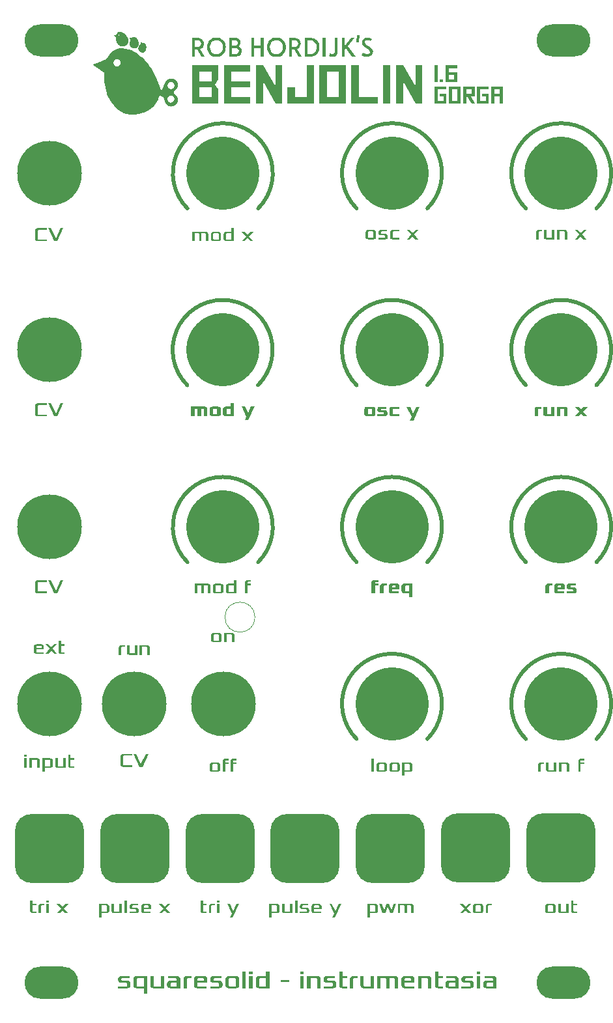
<source format=gbr>
%TF.GenerationSoftware,KiCad,Pcbnew,(6.0.7-1)-1*%
%TF.CreationDate,2022-10-11T10:31:15+07:00*%
%TF.ProjectId,benjolin_1.6_panel,62656e6a-6f6c-4696-9e5f-312e365f7061,rev?*%
%TF.SameCoordinates,Original*%
%TF.FileFunction,Soldermask,Top*%
%TF.FilePolarity,Negative*%
%FSLAX46Y46*%
G04 Gerber Fmt 4.6, Leading zero omitted, Abs format (unit mm)*
G04 Created by KiCad (PCBNEW (6.0.7-1)-1) date 2022-10-11 10:31:15*
%MOMM*%
%LPD*%
G01*
G04 APERTURE LIST*
G04 Aperture macros list*
%AMRoundRect*
0 Rectangle with rounded corners*
0 $1 Rounding radius*
0 $2 $3 $4 $5 $6 $7 $8 $9 X,Y pos of 4 corners*
0 Add a 4 corners polygon primitive as box body*
4,1,4,$2,$3,$4,$5,$6,$7,$8,$9,$2,$3,0*
0 Add four circle primitives for the rounded corners*
1,1,$1+$1,$2,$3*
1,1,$1+$1,$4,$5*
1,1,$1+$1,$6,$7*
1,1,$1+$1,$8,$9*
0 Add four rect primitives between the rounded corners*
20,1,$1+$1,$2,$3,$4,$5,0*
20,1,$1+$1,$4,$5,$6,$7,0*
20,1,$1+$1,$6,$7,$8,$9,0*
20,1,$1+$1,$8,$9,$2,$3,0*%
G04 Aperture macros list end*
%ADD10C,0.500000*%
%ADD11C,0.050000*%
%ADD12C,0.100000*%
%ADD13C,9.500000*%
%ADD14C,8.400000*%
%ADD15RoundRect,2.250000X-2.250000X-2.250000X2.250000X-2.250000X2.250000X2.250000X-2.250000X2.250000X0*%
%ADD16O,7.000000X4.200000*%
G04 APERTURE END LIST*
D10*
X96603433Y-96501568D02*
G75*
G03*
X87420297Y-96501568I-4591568J4591568D01*
G01*
X74591568Y-73491568D02*
G75*
G03*
X65408432Y-73491568I-4591568J4591568D01*
G01*
X96601568Y-119491568D02*
G75*
G03*
X87418432Y-119491568I-4591568J4591568D01*
G01*
D11*
G36*
X58231822Y-28314144D02*
G01*
X58238065Y-28309297D01*
X58259497Y-28294565D01*
X58275168Y-28284816D01*
X58293748Y-28274184D01*
X58314939Y-28263199D01*
X58338446Y-28252389D01*
X58363972Y-28242285D01*
X58391220Y-28233416D01*
X58419896Y-28226311D01*
X58449701Y-28221500D01*
X58464934Y-28220120D01*
X58480340Y-28219512D01*
X58495879Y-28219742D01*
X58511516Y-28220876D01*
X58527213Y-28222981D01*
X58542933Y-28226123D01*
X58558639Y-28230368D01*
X58574295Y-28235781D01*
X58577517Y-28237066D01*
X58580747Y-28238392D01*
X58583983Y-28239760D01*
X58587223Y-28241168D01*
X58590467Y-28242619D01*
X58593712Y-28244113D01*
X58596957Y-28245650D01*
X58600202Y-28247231D01*
X58600234Y-28247153D01*
X58616000Y-28255478D01*
X58631882Y-28264981D01*
X58647909Y-28275727D01*
X58664111Y-28287787D01*
X58680517Y-28301227D01*
X58697155Y-28316115D01*
X58714054Y-28332521D01*
X58731244Y-28350511D01*
X58748754Y-28370153D01*
X58766612Y-28391517D01*
X58784848Y-28414669D01*
X58803491Y-28439679D01*
X58822569Y-28466613D01*
X58842112Y-28495540D01*
X58862149Y-28526528D01*
X58882709Y-28559645D01*
X58904438Y-28598986D01*
X58923693Y-28641235D01*
X58940524Y-28685955D01*
X58954986Y-28732713D01*
X58967129Y-28781071D01*
X58977007Y-28830595D01*
X58984673Y-28880848D01*
X58990177Y-28931396D01*
X58993574Y-28981803D01*
X58994915Y-29031632D01*
X58994252Y-29080449D01*
X58991639Y-29127818D01*
X58987127Y-29173304D01*
X58980769Y-29216470D01*
X58972617Y-29256881D01*
X58962724Y-29294102D01*
X58960125Y-29302370D01*
X58957332Y-29310575D01*
X58954345Y-29318715D01*
X58951167Y-29326788D01*
X58947798Y-29334791D01*
X58944238Y-29342720D01*
X58940489Y-29350573D01*
X58936552Y-29358347D01*
X58920520Y-29385808D01*
X58912186Y-29399706D01*
X58903572Y-29413330D01*
X58899144Y-29419949D01*
X58894628Y-29426390D01*
X58890016Y-29432617D01*
X58885303Y-29438595D01*
X58880481Y-29444287D01*
X58875546Y-29449656D01*
X58870491Y-29454666D01*
X58865308Y-29459282D01*
X58847342Y-29477732D01*
X58828445Y-29495272D01*
X58808702Y-29511853D01*
X58788197Y-29527428D01*
X58767014Y-29541946D01*
X58745238Y-29555358D01*
X58722954Y-29567617D01*
X58700245Y-29578672D01*
X58677196Y-29588474D01*
X58653891Y-29596976D01*
X58630416Y-29604127D01*
X58606853Y-29609879D01*
X58583288Y-29614183D01*
X58559806Y-29616990D01*
X58536489Y-29618251D01*
X58513423Y-29617916D01*
X58455642Y-29614007D01*
X58424419Y-29610802D01*
X58392008Y-29606453D01*
X58358685Y-29600727D01*
X58324724Y-29593392D01*
X58290401Y-29584215D01*
X58255991Y-29572964D01*
X58221769Y-29559405D01*
X58188011Y-29543306D01*
X58171391Y-29534232D01*
X58154991Y-29524435D01*
X58138844Y-29513887D01*
X58122984Y-29502559D01*
X58107447Y-29490421D01*
X58092267Y-29477444D01*
X58077478Y-29463600D01*
X58063114Y-29448859D01*
X58049210Y-29433192D01*
X58035800Y-29416571D01*
X58022919Y-29398965D01*
X58010601Y-29380347D01*
X57989084Y-29343398D01*
X57970626Y-29306127D01*
X57955072Y-29268632D01*
X57942266Y-29231011D01*
X57932051Y-29193363D01*
X57924272Y-29155784D01*
X57918774Y-29118374D01*
X57915400Y-29081230D01*
X57913994Y-29044451D01*
X57914401Y-29008134D01*
X57916465Y-28972377D01*
X57920030Y-28937279D01*
X57924940Y-28902937D01*
X57931039Y-28869450D01*
X57938172Y-28836915D01*
X57946183Y-28805431D01*
X57964213Y-28746006D01*
X57983885Y-28691960D01*
X58003950Y-28644077D01*
X58023162Y-28603141D01*
X58040276Y-28569937D01*
X58054043Y-28545249D01*
X58066553Y-28524557D01*
X58040545Y-28470446D01*
X58314596Y-28470446D01*
X58314696Y-28474473D01*
X58314989Y-28478476D01*
X58315473Y-28482445D01*
X58316145Y-28486376D01*
X58317004Y-28490259D01*
X58318047Y-28494089D01*
X58319272Y-28497859D01*
X58320678Y-28501560D01*
X58322261Y-28505187D01*
X58324021Y-28508732D01*
X58325954Y-28512188D01*
X58328060Y-28515549D01*
X58330335Y-28518806D01*
X58332777Y-28521954D01*
X58335385Y-28524984D01*
X58338156Y-28527891D01*
X58341089Y-28530666D01*
X58344180Y-28533303D01*
X58347429Y-28535795D01*
X58350833Y-28538135D01*
X58354389Y-28540316D01*
X58358097Y-28542330D01*
X58361906Y-28544151D01*
X58365768Y-28545755D01*
X58369675Y-28547145D01*
X58373619Y-28548323D01*
X58377595Y-28549292D01*
X58381594Y-28550053D01*
X58385610Y-28550610D01*
X58389636Y-28550965D01*
X58393664Y-28551119D01*
X58397688Y-28551076D01*
X58401700Y-28550838D01*
X58405694Y-28550406D01*
X58409661Y-28549784D01*
X58413596Y-28548974D01*
X58417491Y-28547978D01*
X58421339Y-28546798D01*
X58425133Y-28545437D01*
X58428866Y-28543897D01*
X58432530Y-28542181D01*
X58436120Y-28540291D01*
X58439626Y-28538228D01*
X58443044Y-28535997D01*
X58446364Y-28533598D01*
X58449582Y-28531034D01*
X58452688Y-28528308D01*
X58455677Y-28525422D01*
X58458541Y-28522379D01*
X58461272Y-28519180D01*
X58463865Y-28515828D01*
X58466312Y-28512325D01*
X58468606Y-28508674D01*
X58470739Y-28504877D01*
X58472682Y-28500983D01*
X58474412Y-28497044D01*
X58475931Y-28493067D01*
X58477239Y-28489059D01*
X58478341Y-28485027D01*
X58479236Y-28480978D01*
X58479929Y-28476920D01*
X58480421Y-28472859D01*
X58480713Y-28468802D01*
X58480809Y-28464756D01*
X58480710Y-28460729D01*
X58480417Y-28456728D01*
X58479935Y-28452758D01*
X58479264Y-28448829D01*
X58478406Y-28444945D01*
X58477364Y-28441116D01*
X58476139Y-28437347D01*
X58474735Y-28433645D01*
X58473152Y-28430018D01*
X58471394Y-28426473D01*
X58469461Y-28423016D01*
X58467357Y-28419656D01*
X58465083Y-28416398D01*
X58462642Y-28413249D01*
X58460035Y-28410218D01*
X58457265Y-28407311D01*
X58454333Y-28404534D01*
X58451243Y-28401895D01*
X58447995Y-28399402D01*
X58444592Y-28397060D01*
X58441036Y-28394877D01*
X58437330Y-28392861D01*
X58437330Y-28392859D01*
X58433520Y-28391037D01*
X58429657Y-28389431D01*
X58425750Y-28388040D01*
X58421804Y-28386861D01*
X58417828Y-28385891D01*
X58413827Y-28385129D01*
X58409810Y-28384571D01*
X58405783Y-28384216D01*
X58401754Y-28384061D01*
X58397729Y-28384103D01*
X58393716Y-28384342D01*
X58389721Y-28384773D01*
X58385752Y-28385395D01*
X58381816Y-28386205D01*
X58377920Y-28387202D01*
X58374071Y-28388382D01*
X58370275Y-28389743D01*
X58366542Y-28391283D01*
X58362876Y-28393000D01*
X58359286Y-28394891D01*
X58355778Y-28396954D01*
X58352359Y-28399187D01*
X58349038Y-28401586D01*
X58345820Y-28404151D01*
X58342712Y-28406878D01*
X58339723Y-28409765D01*
X58336859Y-28412809D01*
X58334126Y-28416010D01*
X58331533Y-28419363D01*
X58329086Y-28422867D01*
X58326792Y-28426519D01*
X58324659Y-28430317D01*
X58322716Y-28434212D01*
X58320986Y-28438152D01*
X58319468Y-28442130D01*
X58318160Y-28446139D01*
X58317060Y-28450172D01*
X58316165Y-28454221D01*
X58315473Y-28458280D01*
X58314982Y-28462342D01*
X58314690Y-28466400D01*
X58314596Y-28470446D01*
X58040545Y-28470446D01*
X57947288Y-28276409D01*
X58231822Y-28314144D01*
G37*
X58231822Y-28314144D02*
X58238065Y-28309297D01*
X58259497Y-28294565D01*
X58275168Y-28284816D01*
X58293748Y-28274184D01*
X58314939Y-28263199D01*
X58338446Y-28252389D01*
X58363972Y-28242285D01*
X58391220Y-28233416D01*
X58419896Y-28226311D01*
X58449701Y-28221500D01*
X58464934Y-28220120D01*
X58480340Y-28219512D01*
X58495879Y-28219742D01*
X58511516Y-28220876D01*
X58527213Y-28222981D01*
X58542933Y-28226123D01*
X58558639Y-28230368D01*
X58574295Y-28235781D01*
X58577517Y-28237066D01*
X58580747Y-28238392D01*
X58583983Y-28239760D01*
X58587223Y-28241168D01*
X58590467Y-28242619D01*
X58593712Y-28244113D01*
X58596957Y-28245650D01*
X58600202Y-28247231D01*
X58600234Y-28247153D01*
X58616000Y-28255478D01*
X58631882Y-28264981D01*
X58647909Y-28275727D01*
X58664111Y-28287787D01*
X58680517Y-28301227D01*
X58697155Y-28316115D01*
X58714054Y-28332521D01*
X58731244Y-28350511D01*
X58748754Y-28370153D01*
X58766612Y-28391517D01*
X58784848Y-28414669D01*
X58803491Y-28439679D01*
X58822569Y-28466613D01*
X58842112Y-28495540D01*
X58862149Y-28526528D01*
X58882709Y-28559645D01*
X58904438Y-28598986D01*
X58923693Y-28641235D01*
X58940524Y-28685955D01*
X58954986Y-28732713D01*
X58967129Y-28781071D01*
X58977007Y-28830595D01*
X58984673Y-28880848D01*
X58990177Y-28931396D01*
X58993574Y-28981803D01*
X58994915Y-29031632D01*
X58994252Y-29080449D01*
X58991639Y-29127818D01*
X58987127Y-29173304D01*
X58980769Y-29216470D01*
X58972617Y-29256881D01*
X58962724Y-29294102D01*
X58960125Y-29302370D01*
X58957332Y-29310575D01*
X58954345Y-29318715D01*
X58951167Y-29326788D01*
X58947798Y-29334791D01*
X58944238Y-29342720D01*
X58940489Y-29350573D01*
X58936552Y-29358347D01*
X58920520Y-29385808D01*
X58912186Y-29399706D01*
X58903572Y-29413330D01*
X58899144Y-29419949D01*
X58894628Y-29426390D01*
X58890016Y-29432617D01*
X58885303Y-29438595D01*
X58880481Y-29444287D01*
X58875546Y-29449656D01*
X58870491Y-29454666D01*
X58865308Y-29459282D01*
X58847342Y-29477732D01*
X58828445Y-29495272D01*
X58808702Y-29511853D01*
X58788197Y-29527428D01*
X58767014Y-29541946D01*
X58745238Y-29555358D01*
X58722954Y-29567617D01*
X58700245Y-29578672D01*
X58677196Y-29588474D01*
X58653891Y-29596976D01*
X58630416Y-29604127D01*
X58606853Y-29609879D01*
X58583288Y-29614183D01*
X58559806Y-29616990D01*
X58536489Y-29618251D01*
X58513423Y-29617916D01*
X58455642Y-29614007D01*
X58424419Y-29610802D01*
X58392008Y-29606453D01*
X58358685Y-29600727D01*
X58324724Y-29593392D01*
X58290401Y-29584215D01*
X58255991Y-29572964D01*
X58221769Y-29559405D01*
X58188011Y-29543306D01*
X58171391Y-29534232D01*
X58154991Y-29524435D01*
X58138844Y-29513887D01*
X58122984Y-29502559D01*
X58107447Y-29490421D01*
X58092267Y-29477444D01*
X58077478Y-29463600D01*
X58063114Y-29448859D01*
X58049210Y-29433192D01*
X58035800Y-29416571D01*
X58022919Y-29398965D01*
X58010601Y-29380347D01*
X57989084Y-29343398D01*
X57970626Y-29306127D01*
X57955072Y-29268632D01*
X57942266Y-29231011D01*
X57932051Y-29193363D01*
X57924272Y-29155784D01*
X57918774Y-29118374D01*
X57915400Y-29081230D01*
X57913994Y-29044451D01*
X57914401Y-29008134D01*
X57916465Y-28972377D01*
X57920030Y-28937279D01*
X57924940Y-28902937D01*
X57931039Y-28869450D01*
X57938172Y-28836915D01*
X57946183Y-28805431D01*
X57964213Y-28746006D01*
X57983885Y-28691960D01*
X58003950Y-28644077D01*
X58023162Y-28603141D01*
X58040276Y-28569937D01*
X58054043Y-28545249D01*
X58066553Y-28524557D01*
X58040545Y-28470446D01*
X58314596Y-28470446D01*
X58314696Y-28474473D01*
X58314989Y-28478476D01*
X58315473Y-28482445D01*
X58316145Y-28486376D01*
X58317004Y-28490259D01*
X58318047Y-28494089D01*
X58319272Y-28497859D01*
X58320678Y-28501560D01*
X58322261Y-28505187D01*
X58324021Y-28508732D01*
X58325954Y-28512188D01*
X58328060Y-28515549D01*
X58330335Y-28518806D01*
X58332777Y-28521954D01*
X58335385Y-28524984D01*
X58338156Y-28527891D01*
X58341089Y-28530666D01*
X58344180Y-28533303D01*
X58347429Y-28535795D01*
X58350833Y-28538135D01*
X58354389Y-28540316D01*
X58358097Y-28542330D01*
X58361906Y-28544151D01*
X58365768Y-28545755D01*
X58369675Y-28547145D01*
X58373619Y-28548323D01*
X58377595Y-28549292D01*
X58381594Y-28550053D01*
X58385610Y-28550610D01*
X58389636Y-28550965D01*
X58393664Y-28551119D01*
X58397688Y-28551076D01*
X58401700Y-28550838D01*
X58405694Y-28550406D01*
X58409661Y-28549784D01*
X58413596Y-28548974D01*
X58417491Y-28547978D01*
X58421339Y-28546798D01*
X58425133Y-28545437D01*
X58428866Y-28543897D01*
X58432530Y-28542181D01*
X58436120Y-28540291D01*
X58439626Y-28538228D01*
X58443044Y-28535997D01*
X58446364Y-28533598D01*
X58449582Y-28531034D01*
X58452688Y-28528308D01*
X58455677Y-28525422D01*
X58458541Y-28522379D01*
X58461272Y-28519180D01*
X58463865Y-28515828D01*
X58466312Y-28512325D01*
X58468606Y-28508674D01*
X58470739Y-28504877D01*
X58472682Y-28500983D01*
X58474412Y-28497044D01*
X58475931Y-28493067D01*
X58477239Y-28489059D01*
X58478341Y-28485027D01*
X58479236Y-28480978D01*
X58479929Y-28476920D01*
X58480421Y-28472859D01*
X58480713Y-28468802D01*
X58480809Y-28464756D01*
X58480710Y-28460729D01*
X58480417Y-28456728D01*
X58479935Y-28452758D01*
X58479264Y-28448829D01*
X58478406Y-28444945D01*
X58477364Y-28441116D01*
X58476139Y-28437347D01*
X58474735Y-28433645D01*
X58473152Y-28430018D01*
X58471394Y-28426473D01*
X58469461Y-28423016D01*
X58467357Y-28419656D01*
X58465083Y-28416398D01*
X58462642Y-28413249D01*
X58460035Y-28410218D01*
X58457265Y-28407311D01*
X58454333Y-28404534D01*
X58451243Y-28401895D01*
X58447995Y-28399402D01*
X58444592Y-28397060D01*
X58441036Y-28394877D01*
X58437330Y-28392861D01*
X58437330Y-28392859D01*
X58433520Y-28391037D01*
X58429657Y-28389431D01*
X58425750Y-28388040D01*
X58421804Y-28386861D01*
X58417828Y-28385891D01*
X58413827Y-28385129D01*
X58409810Y-28384571D01*
X58405783Y-28384216D01*
X58401754Y-28384061D01*
X58397729Y-28384103D01*
X58393716Y-28384342D01*
X58389721Y-28384773D01*
X58385752Y-28385395D01*
X58381816Y-28386205D01*
X58377920Y-28387202D01*
X58374071Y-28388382D01*
X58370275Y-28389743D01*
X58366542Y-28391283D01*
X58362876Y-28393000D01*
X58359286Y-28394891D01*
X58355778Y-28396954D01*
X58352359Y-28399187D01*
X58349038Y-28401586D01*
X58345820Y-28404151D01*
X58342712Y-28406878D01*
X58339723Y-28409765D01*
X58336859Y-28412809D01*
X58334126Y-28416010D01*
X58331533Y-28419363D01*
X58329086Y-28422867D01*
X58326792Y-28426519D01*
X58324659Y-28430317D01*
X58322716Y-28434212D01*
X58320986Y-28438152D01*
X58319468Y-28442130D01*
X58318160Y-28446139D01*
X58317060Y-28450172D01*
X58316165Y-28454221D01*
X58315473Y-28458280D01*
X58314982Y-28462342D01*
X58314690Y-28466400D01*
X58314596Y-28470446D01*
X58040545Y-28470446D01*
X57947288Y-28276409D01*
X58231822Y-28314144D01*
D10*
X118591568Y-73491568D02*
G75*
G03*
X109408432Y-73491568I-4591568J4591568D01*
G01*
X96603433Y-50511568D02*
G75*
G03*
X87420297Y-50511568I-4591568J4591568D01*
G01*
X118591568Y-50511568D02*
G75*
G03*
X109408432Y-50511568I-4591568J4591568D01*
G01*
X118591568Y-119491568D02*
G75*
G03*
X109408432Y-119491568I-4591568J4591568D01*
G01*
X118591568Y-96501568D02*
G75*
G03*
X109408432Y-96501568I-4591568J4591568D01*
G01*
D11*
G36*
X59326881Y-29146503D02*
G01*
X59342620Y-29133219D01*
X59314079Y-28900444D01*
X59533386Y-29008517D01*
X59561058Y-29000269D01*
X59576363Y-28996677D01*
X59594255Y-28993167D01*
X59614352Y-28990083D01*
X59636270Y-28987774D01*
X59659624Y-28986585D01*
X59684031Y-28986862D01*
X59709109Y-28988951D01*
X59734472Y-28993200D01*
X59747141Y-28996243D01*
X59759738Y-28999955D01*
X59772214Y-29004380D01*
X59784523Y-29009561D01*
X59796615Y-29015542D01*
X59808443Y-29022366D01*
X59819959Y-29030076D01*
X59831115Y-29038716D01*
X59833370Y-29040628D01*
X59835615Y-29042578D01*
X59837851Y-29044563D01*
X59840078Y-29046585D01*
X59842295Y-29048641D01*
X59844502Y-29050732D01*
X59846701Y-29052857D01*
X59848890Y-29055016D01*
X59848945Y-29054966D01*
X59859395Y-29065986D01*
X59869618Y-29077986D01*
X59879619Y-29091030D01*
X59889402Y-29105181D01*
X59898974Y-29120502D01*
X59908337Y-29137055D01*
X59917498Y-29154903D01*
X59926462Y-29174110D01*
X59935232Y-29194737D01*
X59943814Y-29216847D01*
X59952213Y-29240505D01*
X59960434Y-29265771D01*
X59968481Y-29292710D01*
X59976359Y-29321383D01*
X59984074Y-29351854D01*
X59991630Y-29384186D01*
X59998431Y-29421859D01*
X60002442Y-29461204D01*
X60003823Y-29501882D01*
X60002736Y-29543557D01*
X59999343Y-29585892D01*
X59993803Y-29628549D01*
X59986279Y-29671191D01*
X59976931Y-29713481D01*
X59965921Y-29755082D01*
X59953409Y-29795657D01*
X59939556Y-29834869D01*
X59924525Y-29872379D01*
X59908475Y-29907852D01*
X59891568Y-29940950D01*
X59873965Y-29971335D01*
X59855827Y-29998671D01*
X59851475Y-30004632D01*
X59846985Y-30010489D01*
X59842358Y-30016241D01*
X59837594Y-30021887D01*
X59832694Y-30027424D01*
X59827659Y-30032851D01*
X59822489Y-30038168D01*
X59817184Y-30043372D01*
X59796755Y-30061153D01*
X59786238Y-30070092D01*
X59775571Y-30078732D01*
X59770192Y-30082864D01*
X59764790Y-30086829D01*
X59759370Y-30090595D01*
X59753936Y-30094133D01*
X59748492Y-30097412D01*
X59743045Y-30100400D01*
X59737598Y-30103067D01*
X59732156Y-30105381D01*
X59712626Y-30115367D01*
X59692592Y-30124364D01*
X59672138Y-30132358D01*
X59651343Y-30139331D01*
X59630290Y-30145267D01*
X59609059Y-30150149D01*
X59587733Y-30153961D01*
X59566393Y-30156687D01*
X59545120Y-30158309D01*
X59523996Y-30158812D01*
X59503102Y-30158178D01*
X59482519Y-30156392D01*
X59462330Y-30153437D01*
X59442615Y-30149296D01*
X59423457Y-30143952D01*
X59404935Y-30137390D01*
X59359375Y-30118473D01*
X59335055Y-30107369D01*
X59310088Y-30095018D01*
X59284760Y-30081307D01*
X59259358Y-30066124D01*
X59234165Y-30049355D01*
X59209468Y-30030889D01*
X59185552Y-30010612D01*
X59162703Y-29988412D01*
X59151768Y-29976556D01*
X59141207Y-29964176D01*
X59131055Y-29951260D01*
X59121348Y-29937792D01*
X59112122Y-29923759D01*
X59103413Y-29909146D01*
X59095256Y-29893940D01*
X59087686Y-29878127D01*
X59080741Y-29861692D01*
X59074454Y-29844621D01*
X59068863Y-29826900D01*
X59064002Y-29808516D01*
X59056720Y-29772831D01*
X59051994Y-29737720D01*
X59049673Y-29703221D01*
X59049602Y-29669371D01*
X59051631Y-29636204D01*
X59055606Y-29603759D01*
X59061375Y-29572072D01*
X59068786Y-29541179D01*
X59077685Y-29511117D01*
X59087921Y-29481923D01*
X59099342Y-29453633D01*
X59111793Y-29426284D01*
X59125124Y-29399912D01*
X59139182Y-29374554D01*
X59153813Y-29350246D01*
X59168866Y-29327026D01*
X59184188Y-29304930D01*
X59199627Y-29283993D01*
X59230245Y-29245749D01*
X59259499Y-29212585D01*
X59286169Y-29184794D01*
X59290485Y-29180618D01*
X59553739Y-29180618D01*
X59553861Y-29183988D01*
X59554147Y-29187347D01*
X59554598Y-29190687D01*
X59555214Y-29194004D01*
X59555994Y-29197290D01*
X59556940Y-29200539D01*
X59558052Y-29203745D01*
X59559329Y-29206902D01*
X59560771Y-29210003D01*
X59562380Y-29213043D01*
X59564155Y-29216015D01*
X59566097Y-29218912D01*
X59568205Y-29221729D01*
X59570479Y-29224460D01*
X59572921Y-29227097D01*
X59575499Y-29229604D01*
X59578177Y-29231952D01*
X59580950Y-29234138D01*
X59583812Y-29236165D01*
X59586756Y-29238030D01*
X59589775Y-29239735D01*
X59592864Y-29241280D01*
X59596016Y-29242664D01*
X59599224Y-29243887D01*
X59602483Y-29244949D01*
X59605785Y-29245851D01*
X59609126Y-29246592D01*
X59612497Y-29247172D01*
X59615893Y-29247592D01*
X59619308Y-29247850D01*
X59622735Y-29247948D01*
X59626168Y-29247884D01*
X59629600Y-29247660D01*
X59633025Y-29247274D01*
X59636437Y-29246728D01*
X59639830Y-29246020D01*
X59643196Y-29245152D01*
X59646530Y-29244122D01*
X59649826Y-29242931D01*
X59653076Y-29241579D01*
X59656275Y-29240065D01*
X59659416Y-29238391D01*
X59662493Y-29236555D01*
X59665500Y-29234557D01*
X59668430Y-29232399D01*
X59671276Y-29230078D01*
X59674034Y-29227597D01*
X59676673Y-29224985D01*
X59679152Y-29222278D01*
X59681471Y-29219484D01*
X59683627Y-29216607D01*
X59685623Y-29213654D01*
X59687457Y-29210631D01*
X59689129Y-29207545D01*
X59690639Y-29204402D01*
X59691987Y-29201209D01*
X59693172Y-29197970D01*
X59694195Y-29194693D01*
X59695055Y-29191384D01*
X59695752Y-29188050D01*
X59696286Y-29184695D01*
X59696656Y-29181327D01*
X59696862Y-29177953D01*
X59696905Y-29174577D01*
X59696783Y-29171207D01*
X59696497Y-29167848D01*
X59696047Y-29164508D01*
X59695432Y-29161191D01*
X59694652Y-29157905D01*
X59693707Y-29154656D01*
X59692596Y-29151449D01*
X59691320Y-29148292D01*
X59689878Y-29145190D01*
X59688270Y-29142150D01*
X59686496Y-29139178D01*
X59684556Y-29136280D01*
X59682449Y-29133463D01*
X59680175Y-29130732D01*
X59677734Y-29128094D01*
X59677757Y-29128094D01*
X59675179Y-29125585D01*
X59672501Y-29123237D01*
X59669727Y-29121049D01*
X59666865Y-29119022D01*
X59663921Y-29117155D01*
X59660901Y-29115449D01*
X59657811Y-29113904D01*
X59654659Y-29112520D01*
X59651450Y-29111296D01*
X59648190Y-29110233D01*
X59644887Y-29109330D01*
X59641546Y-29108589D01*
X59638173Y-29108009D01*
X59634776Y-29107589D01*
X59631360Y-29107330D01*
X59627932Y-29107233D01*
X59624498Y-29107296D01*
X59621065Y-29107521D01*
X59617639Y-29107906D01*
X59614226Y-29108453D01*
X59610833Y-29109161D01*
X59607465Y-29110030D01*
X59604130Y-29111060D01*
X59600834Y-29112252D01*
X59597583Y-29113604D01*
X59594383Y-29115119D01*
X59591241Y-29116794D01*
X59588163Y-29118631D01*
X59585156Y-29120630D01*
X59582226Y-29122790D01*
X59579379Y-29125111D01*
X59576621Y-29127594D01*
X59573980Y-29130207D01*
X59571499Y-29132914D01*
X59569179Y-29135709D01*
X59567021Y-29138586D01*
X59565024Y-29141540D01*
X59563189Y-29144562D01*
X59561516Y-29147649D01*
X59560005Y-29150792D01*
X59558657Y-29153986D01*
X59557471Y-29157225D01*
X59556448Y-29160502D01*
X59555587Y-29163811D01*
X59554890Y-29167146D01*
X59554357Y-29170500D01*
X59553987Y-29173868D01*
X59553781Y-29177243D01*
X59553739Y-29180618D01*
X59290485Y-29180618D01*
X59309037Y-29162669D01*
X59326881Y-29146503D01*
G37*
X59326881Y-29146503D02*
X59342620Y-29133219D01*
X59314079Y-28900444D01*
X59533386Y-29008517D01*
X59561058Y-29000269D01*
X59576363Y-28996677D01*
X59594255Y-28993167D01*
X59614352Y-28990083D01*
X59636270Y-28987774D01*
X59659624Y-28986585D01*
X59684031Y-28986862D01*
X59709109Y-28988951D01*
X59734472Y-28993200D01*
X59747141Y-28996243D01*
X59759738Y-28999955D01*
X59772214Y-29004380D01*
X59784523Y-29009561D01*
X59796615Y-29015542D01*
X59808443Y-29022366D01*
X59819959Y-29030076D01*
X59831115Y-29038716D01*
X59833370Y-29040628D01*
X59835615Y-29042578D01*
X59837851Y-29044563D01*
X59840078Y-29046585D01*
X59842295Y-29048641D01*
X59844502Y-29050732D01*
X59846701Y-29052857D01*
X59848890Y-29055016D01*
X59848945Y-29054966D01*
X59859395Y-29065986D01*
X59869618Y-29077986D01*
X59879619Y-29091030D01*
X59889402Y-29105181D01*
X59898974Y-29120502D01*
X59908337Y-29137055D01*
X59917498Y-29154903D01*
X59926462Y-29174110D01*
X59935232Y-29194737D01*
X59943814Y-29216847D01*
X59952213Y-29240505D01*
X59960434Y-29265771D01*
X59968481Y-29292710D01*
X59976359Y-29321383D01*
X59984074Y-29351854D01*
X59991630Y-29384186D01*
X59998431Y-29421859D01*
X60002442Y-29461204D01*
X60003823Y-29501882D01*
X60002736Y-29543557D01*
X59999343Y-29585892D01*
X59993803Y-29628549D01*
X59986279Y-29671191D01*
X59976931Y-29713481D01*
X59965921Y-29755082D01*
X59953409Y-29795657D01*
X59939556Y-29834869D01*
X59924525Y-29872379D01*
X59908475Y-29907852D01*
X59891568Y-29940950D01*
X59873965Y-29971335D01*
X59855827Y-29998671D01*
X59851475Y-30004632D01*
X59846985Y-30010489D01*
X59842358Y-30016241D01*
X59837594Y-30021887D01*
X59832694Y-30027424D01*
X59827659Y-30032851D01*
X59822489Y-30038168D01*
X59817184Y-30043372D01*
X59796755Y-30061153D01*
X59786238Y-30070092D01*
X59775571Y-30078732D01*
X59770192Y-30082864D01*
X59764790Y-30086829D01*
X59759370Y-30090595D01*
X59753936Y-30094133D01*
X59748492Y-30097412D01*
X59743045Y-30100400D01*
X59737598Y-30103067D01*
X59732156Y-30105381D01*
X59712626Y-30115367D01*
X59692592Y-30124364D01*
X59672138Y-30132358D01*
X59651343Y-30139331D01*
X59630290Y-30145267D01*
X59609059Y-30150149D01*
X59587733Y-30153961D01*
X59566393Y-30156687D01*
X59545120Y-30158309D01*
X59523996Y-30158812D01*
X59503102Y-30158178D01*
X59482519Y-30156392D01*
X59462330Y-30153437D01*
X59442615Y-30149296D01*
X59423457Y-30143952D01*
X59404935Y-30137390D01*
X59359375Y-30118473D01*
X59335055Y-30107369D01*
X59310088Y-30095018D01*
X59284760Y-30081307D01*
X59259358Y-30066124D01*
X59234165Y-30049355D01*
X59209468Y-30030889D01*
X59185552Y-30010612D01*
X59162703Y-29988412D01*
X59151768Y-29976556D01*
X59141207Y-29964176D01*
X59131055Y-29951260D01*
X59121348Y-29937792D01*
X59112122Y-29923759D01*
X59103413Y-29909146D01*
X59095256Y-29893940D01*
X59087686Y-29878127D01*
X59080741Y-29861692D01*
X59074454Y-29844621D01*
X59068863Y-29826900D01*
X59064002Y-29808516D01*
X59056720Y-29772831D01*
X59051994Y-29737720D01*
X59049673Y-29703221D01*
X59049602Y-29669371D01*
X59051631Y-29636204D01*
X59055606Y-29603759D01*
X59061375Y-29572072D01*
X59068786Y-29541179D01*
X59077685Y-29511117D01*
X59087921Y-29481923D01*
X59099342Y-29453633D01*
X59111793Y-29426284D01*
X59125124Y-29399912D01*
X59139182Y-29374554D01*
X59153813Y-29350246D01*
X59168866Y-29327026D01*
X59184188Y-29304930D01*
X59199627Y-29283993D01*
X59230245Y-29245749D01*
X59259499Y-29212585D01*
X59286169Y-29184794D01*
X59290485Y-29180618D01*
X59553739Y-29180618D01*
X59553861Y-29183988D01*
X59554147Y-29187347D01*
X59554598Y-29190687D01*
X59555214Y-29194004D01*
X59555994Y-29197290D01*
X59556940Y-29200539D01*
X59558052Y-29203745D01*
X59559329Y-29206902D01*
X59560771Y-29210003D01*
X59562380Y-29213043D01*
X59564155Y-29216015D01*
X59566097Y-29218912D01*
X59568205Y-29221729D01*
X59570479Y-29224460D01*
X59572921Y-29227097D01*
X59575499Y-29229604D01*
X59578177Y-29231952D01*
X59580950Y-29234138D01*
X59583812Y-29236165D01*
X59586756Y-29238030D01*
X59589775Y-29239735D01*
X59592864Y-29241280D01*
X59596016Y-29242664D01*
X59599224Y-29243887D01*
X59602483Y-29244949D01*
X59605785Y-29245851D01*
X59609126Y-29246592D01*
X59612497Y-29247172D01*
X59615893Y-29247592D01*
X59619308Y-29247850D01*
X59622735Y-29247948D01*
X59626168Y-29247884D01*
X59629600Y-29247660D01*
X59633025Y-29247274D01*
X59636437Y-29246728D01*
X59639830Y-29246020D01*
X59643196Y-29245152D01*
X59646530Y-29244122D01*
X59649826Y-29242931D01*
X59653076Y-29241579D01*
X59656275Y-29240065D01*
X59659416Y-29238391D01*
X59662493Y-29236555D01*
X59665500Y-29234557D01*
X59668430Y-29232399D01*
X59671276Y-29230078D01*
X59674034Y-29227597D01*
X59676673Y-29224985D01*
X59679152Y-29222278D01*
X59681471Y-29219484D01*
X59683627Y-29216607D01*
X59685623Y-29213654D01*
X59687457Y-29210631D01*
X59689129Y-29207545D01*
X59690639Y-29204402D01*
X59691987Y-29201209D01*
X59693172Y-29197970D01*
X59694195Y-29194693D01*
X59695055Y-29191384D01*
X59695752Y-29188050D01*
X59696286Y-29184695D01*
X59696656Y-29181327D01*
X59696862Y-29177953D01*
X59696905Y-29174577D01*
X59696783Y-29171207D01*
X59696497Y-29167848D01*
X59696047Y-29164508D01*
X59695432Y-29161191D01*
X59694652Y-29157905D01*
X59693707Y-29154656D01*
X59692596Y-29151449D01*
X59691320Y-29148292D01*
X59689878Y-29145190D01*
X59688270Y-29142150D01*
X59686496Y-29139178D01*
X59684556Y-29136280D01*
X59682449Y-29133463D01*
X59680175Y-29130732D01*
X59677734Y-29128094D01*
X59677757Y-29128094D01*
X59675179Y-29125585D01*
X59672501Y-29123237D01*
X59669727Y-29121049D01*
X59666865Y-29119022D01*
X59663921Y-29117155D01*
X59660901Y-29115449D01*
X59657811Y-29113904D01*
X59654659Y-29112520D01*
X59651450Y-29111296D01*
X59648190Y-29110233D01*
X59644887Y-29109330D01*
X59641546Y-29108589D01*
X59638173Y-29108009D01*
X59634776Y-29107589D01*
X59631360Y-29107330D01*
X59627932Y-29107233D01*
X59624498Y-29107296D01*
X59621065Y-29107521D01*
X59617639Y-29107906D01*
X59614226Y-29108453D01*
X59610833Y-29109161D01*
X59607465Y-29110030D01*
X59604130Y-29111060D01*
X59600834Y-29112252D01*
X59597583Y-29113604D01*
X59594383Y-29115119D01*
X59591241Y-29116794D01*
X59588163Y-29118631D01*
X59585156Y-29120630D01*
X59582226Y-29122790D01*
X59579379Y-29125111D01*
X59576621Y-29127594D01*
X59573980Y-29130207D01*
X59571499Y-29132914D01*
X59569179Y-29135709D01*
X59567021Y-29138586D01*
X59565024Y-29141540D01*
X59563189Y-29144562D01*
X59561516Y-29147649D01*
X59560005Y-29150792D01*
X59558657Y-29153986D01*
X59557471Y-29157225D01*
X59556448Y-29160502D01*
X59555587Y-29163811D01*
X59554890Y-29167146D01*
X59554357Y-29170500D01*
X59553987Y-29173868D01*
X59553781Y-29177243D01*
X59553739Y-29180618D01*
X59290485Y-29180618D01*
X59309037Y-29162669D01*
X59326881Y-29146503D01*
D12*
X74200160Y-103650000D02*
G75*
G03*
X74200160Y-103650000I-1950160J0D01*
G01*
D11*
G36*
X62398943Y-34392215D02*
G01*
X62431306Y-34319717D01*
X62468175Y-34241074D01*
X62502914Y-34176434D01*
X62535243Y-34118970D01*
X62551068Y-34092293D01*
X62566967Y-34066645D01*
X62583167Y-34041773D01*
X62599893Y-34017422D01*
X62617370Y-33993336D01*
X62635825Y-33969261D01*
X62655483Y-33944943D01*
X62676571Y-33920127D01*
X62699313Y-33894557D01*
X62723935Y-33867980D01*
X62750663Y-33840140D01*
X62779724Y-33810784D01*
X62847604Y-33769690D01*
X62904184Y-33736305D01*
X62952346Y-33709225D01*
X62974172Y-33697609D01*
X62994975Y-33687041D01*
X63015115Y-33677346D01*
X63034952Y-33668348D01*
X63054847Y-33659871D01*
X63075161Y-33651739D01*
X63096253Y-33643776D01*
X63118484Y-33635807D01*
X63167804Y-33619147D01*
X63183596Y-33617266D01*
X63199522Y-33615573D01*
X63215565Y-33614082D01*
X63231710Y-33612810D01*
X63247942Y-33611772D01*
X63264244Y-33610984D01*
X63280601Y-33610462D01*
X63296997Y-33610222D01*
X63314805Y-33610281D01*
X63332185Y-33610706D01*
X63349219Y-33611515D01*
X63365990Y-33612728D01*
X63382579Y-33614363D01*
X63399069Y-33616437D01*
X63415543Y-33618969D01*
X63432084Y-33621977D01*
X63448773Y-33625480D01*
X63465694Y-33629496D01*
X63482928Y-33634042D01*
X63500559Y-33639139D01*
X63518668Y-33644803D01*
X63537339Y-33651053D01*
X63576694Y-33665385D01*
X63702255Y-33746893D01*
X63733697Y-33768218D01*
X63764756Y-33790151D01*
X63795230Y-33812805D01*
X63824917Y-33836294D01*
X63853616Y-33860732D01*
X63881125Y-33886233D01*
X63907241Y-33912911D01*
X63931763Y-33940880D01*
X63943363Y-33955384D01*
X63954489Y-33970254D01*
X63965115Y-33985503D01*
X63975217Y-34001146D01*
X63984768Y-34017198D01*
X63993745Y-34033672D01*
X64002121Y-34050582D01*
X64009872Y-34067944D01*
X64053879Y-34168325D01*
X64074919Y-34218900D01*
X64084358Y-34244390D01*
X64092755Y-34270056D01*
X64099870Y-34295927D01*
X64105462Y-34322036D01*
X64109292Y-34348411D01*
X64111119Y-34375084D01*
X64111206Y-34388542D01*
X64110702Y-34402085D01*
X64109578Y-34415718D01*
X64107802Y-34429444D01*
X64105346Y-34443268D01*
X64102178Y-34457192D01*
X64098269Y-34471222D01*
X64093589Y-34485360D01*
X64086112Y-34527639D01*
X64077147Y-34569902D01*
X64066632Y-34611982D01*
X64054504Y-34653714D01*
X64040697Y-34694935D01*
X64025150Y-34735477D01*
X64007797Y-34775178D01*
X63988575Y-34813871D01*
X63967422Y-34851392D01*
X63944272Y-34887576D01*
X63919062Y-34922258D01*
X63891729Y-34955273D01*
X63877247Y-34971104D01*
X63862210Y-34986456D01*
X63846610Y-35001309D01*
X63830439Y-35015643D01*
X63813690Y-35029435D01*
X63796354Y-35042667D01*
X63778424Y-35055317D01*
X63759891Y-35067364D01*
X63737792Y-35083463D01*
X63716028Y-35100455D01*
X63694814Y-35118334D01*
X63674363Y-35137095D01*
X63654889Y-35156736D01*
X63636607Y-35177250D01*
X63619730Y-35198634D01*
X63604472Y-35220883D01*
X63591046Y-35243993D01*
X63585088Y-35255869D01*
X63579668Y-35267959D01*
X63574813Y-35280262D01*
X63570550Y-35292777D01*
X63566906Y-35305504D01*
X63563907Y-35318442D01*
X63561581Y-35331591D01*
X63559953Y-35344950D01*
X63559051Y-35358518D01*
X63558901Y-35372296D01*
X63559530Y-35386282D01*
X63560965Y-35400476D01*
X63563233Y-35414878D01*
X63566360Y-35429486D01*
X63566350Y-35444631D01*
X63567309Y-35459215D01*
X63569192Y-35473265D01*
X63571951Y-35486808D01*
X63575541Y-35499870D01*
X63579915Y-35512479D01*
X63585026Y-35524662D01*
X63590829Y-35536446D01*
X63597276Y-35547858D01*
X63604322Y-35558925D01*
X63611920Y-35569674D01*
X63620023Y-35580133D01*
X63637559Y-35600285D01*
X63656561Y-35619600D01*
X63676656Y-35638292D01*
X63697472Y-35656579D01*
X63739786Y-35692801D01*
X63760540Y-35711170D01*
X63780530Y-35730000D01*
X63799385Y-35749506D01*
X63816734Y-35769905D01*
X63837797Y-35793779D01*
X63858376Y-35816211D01*
X63897924Y-35858000D01*
X63935060Y-35897771D01*
X63952625Y-35917681D01*
X63969468Y-35938024D01*
X63985549Y-35959112D01*
X64000829Y-35981256D01*
X64015269Y-36004771D01*
X64028828Y-36029968D01*
X64041467Y-36057159D01*
X64053146Y-36086658D01*
X64063826Y-36118775D01*
X64073467Y-36153824D01*
X64086471Y-36187846D01*
X64097357Y-36220722D01*
X64106185Y-36252601D01*
X64113014Y-36283632D01*
X64117900Y-36313962D01*
X64120904Y-36343742D01*
X64122083Y-36373118D01*
X64121497Y-36402240D01*
X64119204Y-36431256D01*
X64115262Y-36460315D01*
X64109729Y-36489565D01*
X64102666Y-36519154D01*
X64094129Y-36549233D01*
X64084178Y-36579948D01*
X64072872Y-36611448D01*
X64060268Y-36643883D01*
X64048776Y-36671093D01*
X64035978Y-36697312D01*
X64021864Y-36722677D01*
X64006428Y-36747326D01*
X63989662Y-36771397D01*
X63971558Y-36795029D01*
X63952109Y-36818358D01*
X63931307Y-36841523D01*
X63909144Y-36864662D01*
X63885613Y-36887913D01*
X63860707Y-36911413D01*
X63834417Y-36935300D01*
X63777656Y-36984790D01*
X63715270Y-37037484D01*
X63622502Y-37078145D01*
X63577247Y-37096583D01*
X63532430Y-37113406D01*
X63487815Y-37128350D01*
X63443168Y-37141149D01*
X63398251Y-37151538D01*
X63352830Y-37159254D01*
X63306669Y-37164031D01*
X63259533Y-37165605D01*
X63211184Y-37163710D01*
X63161389Y-37158083D01*
X63109911Y-37148458D01*
X63056514Y-37134570D01*
X63000964Y-37116156D01*
X62943023Y-37092949D01*
X62916727Y-37080902D01*
X62891295Y-37067787D01*
X62866708Y-37053645D01*
X62842948Y-37038515D01*
X62819997Y-37022440D01*
X62797835Y-37005458D01*
X62755805Y-36968942D01*
X62716710Y-36929291D01*
X62680401Y-36886831D01*
X62646729Y-36841887D01*
X62615544Y-36794785D01*
X62586699Y-36745849D01*
X62560044Y-36695406D01*
X62535430Y-36643780D01*
X62512708Y-36591297D01*
X62491728Y-36538281D01*
X62472343Y-36485059D01*
X62437759Y-36379296D01*
X62427322Y-36352937D01*
X62417386Y-36325755D01*
X62398583Y-36269702D01*
X62393159Y-36252808D01*
X62751562Y-36252808D01*
X62752196Y-36278565D01*
X62754086Y-36303983D01*
X62757199Y-36329033D01*
X62761506Y-36353681D01*
X62766976Y-36377898D01*
X62773577Y-36401650D01*
X62781279Y-36424908D01*
X62790051Y-36447639D01*
X62799862Y-36469811D01*
X62810682Y-36491394D01*
X62822480Y-36512357D01*
X62835225Y-36532667D01*
X62848886Y-36552293D01*
X62863433Y-36571203D01*
X62878834Y-36589367D01*
X62895059Y-36606753D01*
X62912077Y-36623329D01*
X62929857Y-36639064D01*
X62948369Y-36653926D01*
X62967582Y-36667884D01*
X62987464Y-36680907D01*
X63007986Y-36692963D01*
X63029116Y-36704020D01*
X63050824Y-36714048D01*
X63073078Y-36723015D01*
X63095849Y-36730888D01*
X63119105Y-36737638D01*
X63142815Y-36743232D01*
X63166949Y-36747639D01*
X63191475Y-36750827D01*
X63216364Y-36752765D01*
X63241584Y-36753422D01*
X63266809Y-36752772D01*
X63291703Y-36750840D01*
X63316234Y-36747657D01*
X63340373Y-36743256D01*
X63364089Y-36737667D01*
X63387350Y-36730921D01*
X63410126Y-36723051D01*
X63432386Y-36714088D01*
X63454099Y-36704063D01*
X63475234Y-36693007D01*
X63495761Y-36680953D01*
X63515649Y-36667932D01*
X63534867Y-36653974D01*
X63553384Y-36639113D01*
X63571170Y-36623378D01*
X63588193Y-36606801D01*
X63604423Y-36589415D01*
X63619828Y-36571250D01*
X63634379Y-36552338D01*
X63648045Y-36532710D01*
X63660794Y-36512398D01*
X63672595Y-36491434D01*
X63683419Y-36469848D01*
X63693233Y-36447672D01*
X63702008Y-36424938D01*
X63709713Y-36401677D01*
X63716316Y-36377920D01*
X63721787Y-36353700D01*
X63726095Y-36329047D01*
X63729210Y-36303993D01*
X63731100Y-36278570D01*
X63731735Y-36252808D01*
X63731093Y-36227051D01*
X63729197Y-36201633D01*
X63726078Y-36176585D01*
X63721764Y-36151937D01*
X63716289Y-36127722D01*
X63709682Y-36103971D01*
X63701974Y-36080716D01*
X63693196Y-36057988D01*
X63683379Y-36035817D01*
X63672553Y-36014237D01*
X63660750Y-35993278D01*
X63648000Y-35972971D01*
X63634334Y-35953349D01*
X63619782Y-35934442D01*
X63604377Y-35916282D01*
X63588147Y-35898901D01*
X63571125Y-35882329D01*
X63553340Y-35866599D01*
X63534825Y-35851742D01*
X63515608Y-35837789D01*
X63495723Y-35824771D01*
X63475198Y-35812721D01*
X63454065Y-35801669D01*
X63432355Y-35791647D01*
X63410098Y-35782686D01*
X63387325Y-35774818D01*
X63364068Y-35768075D01*
X63340356Y-35762488D01*
X63316221Y-35758087D01*
X63291694Y-35754905D01*
X63266805Y-35752974D01*
X63241584Y-35752324D01*
X63216369Y-35752980D01*
X63191484Y-35754918D01*
X63166962Y-35758105D01*
X63142832Y-35762510D01*
X63119126Y-35768102D01*
X63095873Y-35774850D01*
X63073106Y-35782721D01*
X63050855Y-35791684D01*
X63029150Y-35801709D01*
X63008022Y-35812763D01*
X62987503Y-35824815D01*
X62967622Y-35837833D01*
X62948411Y-35851787D01*
X62929901Y-35866645D01*
X62912121Y-35882375D01*
X62895104Y-35898947D01*
X62878879Y-35916327D01*
X62863478Y-35934486D01*
X62848931Y-35953392D01*
X62835269Y-35973012D01*
X62822523Y-35993317D01*
X62810724Y-36014274D01*
X62799901Y-36035851D01*
X62790087Y-36058019D01*
X62781312Y-36080744D01*
X62773607Y-36103996D01*
X62767002Y-36127743D01*
X62761528Y-36151954D01*
X62757217Y-36176598D01*
X62754098Y-36201642D01*
X62752203Y-36227056D01*
X62751562Y-36252808D01*
X62393159Y-36252808D01*
X62362177Y-36156305D01*
X62352686Y-36128826D01*
X62342820Y-36102086D01*
X62332469Y-36076280D01*
X62321524Y-36051604D01*
X62309875Y-36028252D01*
X62297413Y-36006420D01*
X62284027Y-35986304D01*
X62269609Y-35968098D01*
X62235722Y-35940346D01*
X62205887Y-35917550D01*
X62191309Y-35907588D01*
X62176327Y-35898358D01*
X62160470Y-35889691D01*
X62143266Y-35881419D01*
X62124241Y-35873372D01*
X62102925Y-35865383D01*
X62078844Y-35857280D01*
X62051527Y-35848897D01*
X61985296Y-35830611D01*
X61900453Y-35809174D01*
X61889204Y-35806625D01*
X61877469Y-35804620D01*
X61865298Y-35803098D01*
X61852742Y-35802000D01*
X61839849Y-35801265D01*
X61826669Y-35800833D01*
X61799646Y-35800640D01*
X61744341Y-35801253D01*
X61716851Y-35801100D01*
X61703321Y-35800698D01*
X61690000Y-35800000D01*
X61645068Y-35956602D01*
X61592382Y-36110740D01*
X61532262Y-36261895D01*
X61465030Y-36409542D01*
X61391005Y-36553161D01*
X61310509Y-36692229D01*
X61223863Y-36826226D01*
X61131387Y-36954628D01*
X61033402Y-37076914D01*
X60930229Y-37192563D01*
X60822187Y-37301052D01*
X60709599Y-37401860D01*
X60592785Y-37494465D01*
X60472066Y-37578345D01*
X60347762Y-37652978D01*
X60284365Y-37686664D01*
X60220193Y-37717842D01*
X59891677Y-37862888D01*
X59710981Y-37935070D01*
X59520438Y-38004205D01*
X59320882Y-38068176D01*
X59113146Y-38124869D01*
X58898063Y-38172166D01*
X58676466Y-38207952D01*
X58449191Y-38230113D01*
X58217069Y-38236531D01*
X57980934Y-38225091D01*
X57741620Y-38193678D01*
X57621031Y-38169820D01*
X57499960Y-38140175D01*
X57378511Y-38104479D01*
X57256788Y-38062467D01*
X57134895Y-38013875D01*
X57012937Y-37958439D01*
X56891017Y-37895893D01*
X56769241Y-37825974D01*
X56543647Y-37678743D01*
X56333908Y-37520834D01*
X56139454Y-37353251D01*
X55959714Y-37177003D01*
X55794119Y-36993097D01*
X55642097Y-36802538D01*
X55503081Y-36606334D01*
X55376498Y-36405492D01*
X55261779Y-36201019D01*
X55158354Y-35993922D01*
X55065654Y-35785207D01*
X54983107Y-35575881D01*
X54910144Y-35366951D01*
X54846194Y-35159424D01*
X54743056Y-34752607D01*
X54669132Y-34363485D01*
X54619861Y-34000111D01*
X54590683Y-33670542D01*
X54577036Y-33382832D01*
X54578097Y-32965210D01*
X54586559Y-32811682D01*
X53210027Y-31749859D01*
X53813372Y-31529843D01*
X55728992Y-31529843D01*
X55729658Y-31557550D01*
X55731629Y-31584894D01*
X55734871Y-31611839D01*
X55739354Y-31638354D01*
X55745045Y-31664402D01*
X55751912Y-31689952D01*
X55759923Y-31714968D01*
X55769046Y-31739418D01*
X55779249Y-31763266D01*
X55790500Y-31786480D01*
X55802767Y-31809026D01*
X55816018Y-31830870D01*
X55830222Y-31851977D01*
X55845345Y-31872315D01*
X55861356Y-31891849D01*
X55878223Y-31910545D01*
X55895915Y-31928370D01*
X55914398Y-31945290D01*
X55933641Y-31961271D01*
X55953612Y-31976279D01*
X55974279Y-31990281D01*
X55995610Y-32003241D01*
X56017573Y-32015128D01*
X56040136Y-32025907D01*
X56063267Y-32035543D01*
X56086934Y-32044004D01*
X56111104Y-32051255D01*
X56135747Y-32057263D01*
X56160829Y-32061993D01*
X56186319Y-32065412D01*
X56212185Y-32067487D01*
X56238395Y-32068182D01*
X56264600Y-32067480D01*
X56290461Y-32065399D01*
X56315946Y-32061974D01*
X56341023Y-32057238D01*
X56365660Y-32051225D01*
X56389825Y-32043970D01*
X56413486Y-32035506D01*
X56436612Y-32025866D01*
X56459169Y-32015085D01*
X56481126Y-32003196D01*
X56502452Y-31990233D01*
X56523113Y-31976230D01*
X56543079Y-31961221D01*
X56562317Y-31945240D01*
X56580795Y-31928320D01*
X56598481Y-31910495D01*
X56615343Y-31891799D01*
X56631350Y-31872267D01*
X56646468Y-31851930D01*
X56660667Y-31830825D01*
X56673914Y-31808983D01*
X56686178Y-31786440D01*
X56697425Y-31763229D01*
X56707625Y-31739383D01*
X56716745Y-31714937D01*
X56724753Y-31689924D01*
X56731618Y-31664379D01*
X56737306Y-31638334D01*
X56741788Y-31611825D01*
X56745029Y-31584884D01*
X56746999Y-31557545D01*
X56747665Y-31529843D01*
X56747005Y-31502135D01*
X56745040Y-31474792D01*
X56741804Y-31447846D01*
X56737327Y-31421331D01*
X56731642Y-31395281D01*
X56724781Y-31369730D01*
X56716776Y-31344712D01*
X56707659Y-31320261D01*
X56697461Y-31296410D01*
X56686216Y-31273193D01*
X56673954Y-31250644D01*
X56660708Y-31228798D01*
X56646510Y-31207687D01*
X56631391Y-31187345D01*
X56615385Y-31167808D01*
X56598522Y-31149107D01*
X56580836Y-31131278D01*
X56562357Y-31114353D01*
X56543118Y-31098367D01*
X56523150Y-31083354D01*
X56502487Y-31069348D01*
X56481160Y-31056381D01*
X56459200Y-31044489D01*
X56436640Y-31033705D01*
X56413512Y-31024062D01*
X56389848Y-31015595D01*
X56365679Y-31008337D01*
X56341039Y-31002323D01*
X56315958Y-30997586D01*
X56290469Y-30994160D01*
X56264604Y-30992078D01*
X56238395Y-30991375D01*
X56212181Y-30992071D01*
X56186310Y-30994146D01*
X56160816Y-30997567D01*
X56135730Y-31002299D01*
X56111084Y-31008308D01*
X56086910Y-31015561D01*
X56063240Y-31024025D01*
X56040106Y-31033664D01*
X56017541Y-31044446D01*
X55995575Y-31056336D01*
X55974242Y-31069301D01*
X55953573Y-31083306D01*
X55933601Y-31098318D01*
X55914356Y-31114303D01*
X55895872Y-31131228D01*
X55878180Y-31149058D01*
X55861313Y-31167759D01*
X55845302Y-31187298D01*
X55830179Y-31207641D01*
X55815977Y-31228753D01*
X55802727Y-31250602D01*
X55790461Y-31273153D01*
X55779212Y-31296373D01*
X55769011Y-31320227D01*
X55759891Y-31344682D01*
X55751883Y-31369704D01*
X55745020Y-31395258D01*
X55739333Y-31421312D01*
X55734855Y-31447831D01*
X55731617Y-31474782D01*
X55729652Y-31502131D01*
X55728992Y-31529843D01*
X53813372Y-31529843D01*
X54881502Y-31140337D01*
X54901663Y-31094788D01*
X54976434Y-30949231D01*
X55034082Y-30848600D01*
X55105125Y-30734545D01*
X55189474Y-30610928D01*
X55287045Y-30481607D01*
X55397750Y-30350443D01*
X55521504Y-30221295D01*
X55588247Y-30158684D01*
X55658220Y-30098023D01*
X55731411Y-30039797D01*
X55807811Y-29984487D01*
X55887408Y-29932576D01*
X55970192Y-29884547D01*
X56056152Y-29840881D01*
X56145276Y-29802061D01*
X56237555Y-29768571D01*
X56332977Y-29740891D01*
X56431532Y-29719505D01*
X56533208Y-29704895D01*
X56554632Y-29702719D01*
X56576198Y-29700771D01*
X56597907Y-29699059D01*
X56619762Y-29697590D01*
X56641762Y-29696371D01*
X56663910Y-29695411D01*
X56686205Y-29694717D01*
X56708650Y-29694296D01*
X56708639Y-29694321D01*
X56946342Y-29702762D01*
X57179021Y-29725953D01*
X57406660Y-29763351D01*
X57629243Y-29814411D01*
X57846754Y-29878589D01*
X58059178Y-29955341D01*
X58266497Y-30044122D01*
X58468697Y-30144389D01*
X58665761Y-30255597D01*
X58857674Y-30377202D01*
X59044419Y-30508659D01*
X59225980Y-30649426D01*
X59573489Y-30956707D01*
X59900073Y-31294693D01*
X60205603Y-31659028D01*
X60489953Y-32045361D01*
X60752995Y-32449337D01*
X60994601Y-32866603D01*
X61214644Y-33292804D01*
X61412997Y-33723588D01*
X61589531Y-34154601D01*
X61744119Y-34581490D01*
X61753808Y-34635879D01*
X61762213Y-34690484D01*
X61769362Y-34745285D01*
X61775284Y-34800262D01*
X61780008Y-34855394D01*
X61783560Y-34910661D01*
X61785971Y-34966041D01*
X61787269Y-35021515D01*
X61827559Y-35031885D01*
X61864888Y-35040547D01*
X61899382Y-35047572D01*
X61931172Y-35053028D01*
X61960385Y-35056986D01*
X61987150Y-35059515D01*
X62011596Y-35060684D01*
X62033851Y-35060563D01*
X62054044Y-35059221D01*
X62072303Y-35056728D01*
X62088757Y-35053153D01*
X62103535Y-35048565D01*
X62116765Y-35043035D01*
X62128575Y-35036631D01*
X62139094Y-35029423D01*
X62148452Y-35021480D01*
X62156775Y-35012873D01*
X62164194Y-35003669D01*
X62170835Y-34993940D01*
X62176829Y-34983754D01*
X62187388Y-34962289D01*
X62196897Y-34939831D01*
X62206385Y-34916935D01*
X62216882Y-34894157D01*
X62222830Y-34882986D01*
X62229415Y-34872053D01*
X62236767Y-34861427D01*
X62245014Y-34851178D01*
X62270733Y-34758163D01*
X62295132Y-34675401D01*
X62319181Y-34600159D01*
X62343852Y-34529702D01*
X62358352Y-34491936D01*
X62758409Y-34491936D01*
X62759044Y-34517698D01*
X62760934Y-34543121D01*
X62764049Y-34568175D01*
X62768357Y-34592828D01*
X62773828Y-34617048D01*
X62780431Y-34640804D01*
X62788136Y-34664065D01*
X62796911Y-34686799D01*
X62806725Y-34708975D01*
X62817549Y-34730561D01*
X62829350Y-34751525D01*
X62842099Y-34771837D01*
X62855764Y-34791465D01*
X62870315Y-34810377D01*
X62885721Y-34828542D01*
X62901951Y-34845928D01*
X62918974Y-34862504D01*
X62936759Y-34878239D01*
X62955276Y-34893101D01*
X62974494Y-34907058D01*
X62994382Y-34920080D01*
X63014909Y-34932134D01*
X63036044Y-34943189D01*
X63057757Y-34953214D01*
X63080017Y-34962178D01*
X63102793Y-34970048D01*
X63126054Y-34976793D01*
X63149770Y-34982383D01*
X63173909Y-34986785D01*
X63198441Y-34989968D01*
X63223334Y-34991900D01*
X63248559Y-34992550D01*
X63273784Y-34991900D01*
X63298678Y-34989968D01*
X63323210Y-34986786D01*
X63347349Y-34982384D01*
X63371065Y-34976795D01*
X63394326Y-34970049D01*
X63417102Y-34962179D01*
X63439362Y-34953216D01*
X63461075Y-34943191D01*
X63482211Y-34932136D01*
X63502738Y-34920081D01*
X63522626Y-34907060D01*
X63541844Y-34893103D01*
X63560361Y-34878241D01*
X63578147Y-34862506D01*
X63595170Y-34845929D01*
X63611400Y-34828543D01*
X63626805Y-34810378D01*
X63641356Y-34791466D01*
X63655022Y-34771838D01*
X63667771Y-34751526D01*
X63679572Y-34730562D01*
X63690396Y-34708976D01*
X63700210Y-34686800D01*
X63708985Y-34664066D01*
X63716690Y-34640805D01*
X63723293Y-34617048D01*
X63728764Y-34592828D01*
X63733073Y-34568175D01*
X63736187Y-34543121D01*
X63738077Y-34517698D01*
X63738712Y-34491936D01*
X63738071Y-34466179D01*
X63736175Y-34440761D01*
X63733055Y-34415712D01*
X63728741Y-34391064D01*
X63723266Y-34366849D01*
X63716659Y-34343098D01*
X63708951Y-34319842D01*
X63700173Y-34297113D01*
X63690356Y-34274943D01*
X63679530Y-34253362D01*
X63667727Y-34232403D01*
X63654977Y-34212096D01*
X63641311Y-34192474D01*
X63626759Y-34173567D01*
X63611353Y-34155407D01*
X63595124Y-34138025D01*
X63578102Y-34121454D01*
X63560317Y-34105723D01*
X63541801Y-34090866D01*
X63522585Y-34076913D01*
X63502699Y-34063895D01*
X63482174Y-34051845D01*
X63461041Y-34040793D01*
X63439331Y-34030771D01*
X63417074Y-34021811D01*
X63394301Y-34013943D01*
X63371044Y-34007200D01*
X63347332Y-34001613D01*
X63323197Y-33997212D01*
X63298669Y-33994031D01*
X63273780Y-33992100D01*
X63248559Y-33991450D01*
X63248559Y-33991452D01*
X63223339Y-33992102D01*
X63198450Y-33994033D01*
X63173922Y-33997215D01*
X63149787Y-34001615D01*
X63126075Y-34007203D01*
X63102818Y-34013946D01*
X63080045Y-34021813D01*
X63057788Y-34030774D01*
X63036078Y-34040796D01*
X63014945Y-34051848D01*
X62994420Y-34063898D01*
X62974534Y-34076916D01*
X62955318Y-34090869D01*
X62936803Y-34105726D01*
X62919018Y-34121457D01*
X62901996Y-34138028D01*
X62885766Y-34155410D01*
X62870361Y-34173570D01*
X62855809Y-34192476D01*
X62842143Y-34212099D01*
X62829393Y-34232405D01*
X62817590Y-34253365D01*
X62806765Y-34274945D01*
X62796948Y-34297115D01*
X62788170Y-34319844D01*
X62780462Y-34343099D01*
X62773855Y-34366850D01*
X62768379Y-34391065D01*
X62764066Y-34415713D01*
X62760946Y-34440761D01*
X62759050Y-34466180D01*
X62758409Y-34491936D01*
X62358352Y-34491936D01*
X62370115Y-34461298D01*
X62398943Y-34392215D01*
G37*
X62398943Y-34392215D02*
X62431306Y-34319717D01*
X62468175Y-34241074D01*
X62502914Y-34176434D01*
X62535243Y-34118970D01*
X62551068Y-34092293D01*
X62566967Y-34066645D01*
X62583167Y-34041773D01*
X62599893Y-34017422D01*
X62617370Y-33993336D01*
X62635825Y-33969261D01*
X62655483Y-33944943D01*
X62676571Y-33920127D01*
X62699313Y-33894557D01*
X62723935Y-33867980D01*
X62750663Y-33840140D01*
X62779724Y-33810784D01*
X62847604Y-33769690D01*
X62904184Y-33736305D01*
X62952346Y-33709225D01*
X62974172Y-33697609D01*
X62994975Y-33687041D01*
X63015115Y-33677346D01*
X63034952Y-33668348D01*
X63054847Y-33659871D01*
X63075161Y-33651739D01*
X63096253Y-33643776D01*
X63118484Y-33635807D01*
X63167804Y-33619147D01*
X63183596Y-33617266D01*
X63199522Y-33615573D01*
X63215565Y-33614082D01*
X63231710Y-33612810D01*
X63247942Y-33611772D01*
X63264244Y-33610984D01*
X63280601Y-33610462D01*
X63296997Y-33610222D01*
X63314805Y-33610281D01*
X63332185Y-33610706D01*
X63349219Y-33611515D01*
X63365990Y-33612728D01*
X63382579Y-33614363D01*
X63399069Y-33616437D01*
X63415543Y-33618969D01*
X63432084Y-33621977D01*
X63448773Y-33625480D01*
X63465694Y-33629496D01*
X63482928Y-33634042D01*
X63500559Y-33639139D01*
X63518668Y-33644803D01*
X63537339Y-33651053D01*
X63576694Y-33665385D01*
X63702255Y-33746893D01*
X63733697Y-33768218D01*
X63764756Y-33790151D01*
X63795230Y-33812805D01*
X63824917Y-33836294D01*
X63853616Y-33860732D01*
X63881125Y-33886233D01*
X63907241Y-33912911D01*
X63931763Y-33940880D01*
X63943363Y-33955384D01*
X63954489Y-33970254D01*
X63965115Y-33985503D01*
X63975217Y-34001146D01*
X63984768Y-34017198D01*
X63993745Y-34033672D01*
X64002121Y-34050582D01*
X64009872Y-34067944D01*
X64053879Y-34168325D01*
X64074919Y-34218900D01*
X64084358Y-34244390D01*
X64092755Y-34270056D01*
X64099870Y-34295927D01*
X64105462Y-34322036D01*
X64109292Y-34348411D01*
X64111119Y-34375084D01*
X64111206Y-34388542D01*
X64110702Y-34402085D01*
X64109578Y-34415718D01*
X64107802Y-34429444D01*
X64105346Y-34443268D01*
X64102178Y-34457192D01*
X64098269Y-34471222D01*
X64093589Y-34485360D01*
X64086112Y-34527639D01*
X64077147Y-34569902D01*
X64066632Y-34611982D01*
X64054504Y-34653714D01*
X64040697Y-34694935D01*
X64025150Y-34735477D01*
X64007797Y-34775178D01*
X63988575Y-34813871D01*
X63967422Y-34851392D01*
X63944272Y-34887576D01*
X63919062Y-34922258D01*
X63891729Y-34955273D01*
X63877247Y-34971104D01*
X63862210Y-34986456D01*
X63846610Y-35001309D01*
X63830439Y-35015643D01*
X63813690Y-35029435D01*
X63796354Y-35042667D01*
X63778424Y-35055317D01*
X63759891Y-35067364D01*
X63737792Y-35083463D01*
X63716028Y-35100455D01*
X63694814Y-35118334D01*
X63674363Y-35137095D01*
X63654889Y-35156736D01*
X63636607Y-35177250D01*
X63619730Y-35198634D01*
X63604472Y-35220883D01*
X63591046Y-35243993D01*
X63585088Y-35255869D01*
X63579668Y-35267959D01*
X63574813Y-35280262D01*
X63570550Y-35292777D01*
X63566906Y-35305504D01*
X63563907Y-35318442D01*
X63561581Y-35331591D01*
X63559953Y-35344950D01*
X63559051Y-35358518D01*
X63558901Y-35372296D01*
X63559530Y-35386282D01*
X63560965Y-35400476D01*
X63563233Y-35414878D01*
X63566360Y-35429486D01*
X63566350Y-35444631D01*
X63567309Y-35459215D01*
X63569192Y-35473265D01*
X63571951Y-35486808D01*
X63575541Y-35499870D01*
X63579915Y-35512479D01*
X63585026Y-35524662D01*
X63590829Y-35536446D01*
X63597276Y-35547858D01*
X63604322Y-35558925D01*
X63611920Y-35569674D01*
X63620023Y-35580133D01*
X63637559Y-35600285D01*
X63656561Y-35619600D01*
X63676656Y-35638292D01*
X63697472Y-35656579D01*
X63739786Y-35692801D01*
X63760540Y-35711170D01*
X63780530Y-35730000D01*
X63799385Y-35749506D01*
X63816734Y-35769905D01*
X63837797Y-35793779D01*
X63858376Y-35816211D01*
X63897924Y-35858000D01*
X63935060Y-35897771D01*
X63952625Y-35917681D01*
X63969468Y-35938024D01*
X63985549Y-35959112D01*
X64000829Y-35981256D01*
X64015269Y-36004771D01*
X64028828Y-36029968D01*
X64041467Y-36057159D01*
X64053146Y-36086658D01*
X64063826Y-36118775D01*
X64073467Y-36153824D01*
X64086471Y-36187846D01*
X64097357Y-36220722D01*
X64106185Y-36252601D01*
X64113014Y-36283632D01*
X64117900Y-36313962D01*
X64120904Y-36343742D01*
X64122083Y-36373118D01*
X64121497Y-36402240D01*
X64119204Y-36431256D01*
X64115262Y-36460315D01*
X64109729Y-36489565D01*
X64102666Y-36519154D01*
X64094129Y-36549233D01*
X64084178Y-36579948D01*
X64072872Y-36611448D01*
X64060268Y-36643883D01*
X64048776Y-36671093D01*
X64035978Y-36697312D01*
X64021864Y-36722677D01*
X64006428Y-36747326D01*
X63989662Y-36771397D01*
X63971558Y-36795029D01*
X63952109Y-36818358D01*
X63931307Y-36841523D01*
X63909144Y-36864662D01*
X63885613Y-36887913D01*
X63860707Y-36911413D01*
X63834417Y-36935300D01*
X63777656Y-36984790D01*
X63715270Y-37037484D01*
X63622502Y-37078145D01*
X63577247Y-37096583D01*
X63532430Y-37113406D01*
X63487815Y-37128350D01*
X63443168Y-37141149D01*
X63398251Y-37151538D01*
X63352830Y-37159254D01*
X63306669Y-37164031D01*
X63259533Y-37165605D01*
X63211184Y-37163710D01*
X63161389Y-37158083D01*
X63109911Y-37148458D01*
X63056514Y-37134570D01*
X63000964Y-37116156D01*
X62943023Y-37092949D01*
X62916727Y-37080902D01*
X62891295Y-37067787D01*
X62866708Y-37053645D01*
X62842948Y-37038515D01*
X62819997Y-37022440D01*
X62797835Y-37005458D01*
X62755805Y-36968942D01*
X62716710Y-36929291D01*
X62680401Y-36886831D01*
X62646729Y-36841887D01*
X62615544Y-36794785D01*
X62586699Y-36745849D01*
X62560044Y-36695406D01*
X62535430Y-36643780D01*
X62512708Y-36591297D01*
X62491728Y-36538281D01*
X62472343Y-36485059D01*
X62437759Y-36379296D01*
X62427322Y-36352937D01*
X62417386Y-36325755D01*
X62398583Y-36269702D01*
X62393159Y-36252808D01*
X62751562Y-36252808D01*
X62752196Y-36278565D01*
X62754086Y-36303983D01*
X62757199Y-36329033D01*
X62761506Y-36353681D01*
X62766976Y-36377898D01*
X62773577Y-36401650D01*
X62781279Y-36424908D01*
X62790051Y-36447639D01*
X62799862Y-36469811D01*
X62810682Y-36491394D01*
X62822480Y-36512357D01*
X62835225Y-36532667D01*
X62848886Y-36552293D01*
X62863433Y-36571203D01*
X62878834Y-36589367D01*
X62895059Y-36606753D01*
X62912077Y-36623329D01*
X62929857Y-36639064D01*
X62948369Y-36653926D01*
X62967582Y-36667884D01*
X62987464Y-36680907D01*
X63007986Y-36692963D01*
X63029116Y-36704020D01*
X63050824Y-36714048D01*
X63073078Y-36723015D01*
X63095849Y-36730888D01*
X63119105Y-36737638D01*
X63142815Y-36743232D01*
X63166949Y-36747639D01*
X63191475Y-36750827D01*
X63216364Y-36752765D01*
X63241584Y-36753422D01*
X63266809Y-36752772D01*
X63291703Y-36750840D01*
X63316234Y-36747657D01*
X63340373Y-36743256D01*
X63364089Y-36737667D01*
X63387350Y-36730921D01*
X63410126Y-36723051D01*
X63432386Y-36714088D01*
X63454099Y-36704063D01*
X63475234Y-36693007D01*
X63495761Y-36680953D01*
X63515649Y-36667932D01*
X63534867Y-36653974D01*
X63553384Y-36639113D01*
X63571170Y-36623378D01*
X63588193Y-36606801D01*
X63604423Y-36589415D01*
X63619828Y-36571250D01*
X63634379Y-36552338D01*
X63648045Y-36532710D01*
X63660794Y-36512398D01*
X63672595Y-36491434D01*
X63683419Y-36469848D01*
X63693233Y-36447672D01*
X63702008Y-36424938D01*
X63709713Y-36401677D01*
X63716316Y-36377920D01*
X63721787Y-36353700D01*
X63726095Y-36329047D01*
X63729210Y-36303993D01*
X63731100Y-36278570D01*
X63731735Y-36252808D01*
X63731093Y-36227051D01*
X63729197Y-36201633D01*
X63726078Y-36176585D01*
X63721764Y-36151937D01*
X63716289Y-36127722D01*
X63709682Y-36103971D01*
X63701974Y-36080716D01*
X63693196Y-36057988D01*
X63683379Y-36035817D01*
X63672553Y-36014237D01*
X63660750Y-35993278D01*
X63648000Y-35972971D01*
X63634334Y-35953349D01*
X63619782Y-35934442D01*
X63604377Y-35916282D01*
X63588147Y-35898901D01*
X63571125Y-35882329D01*
X63553340Y-35866599D01*
X63534825Y-35851742D01*
X63515608Y-35837789D01*
X63495723Y-35824771D01*
X63475198Y-35812721D01*
X63454065Y-35801669D01*
X63432355Y-35791647D01*
X63410098Y-35782686D01*
X63387325Y-35774818D01*
X63364068Y-35768075D01*
X63340356Y-35762488D01*
X63316221Y-35758087D01*
X63291694Y-35754905D01*
X63266805Y-35752974D01*
X63241584Y-35752324D01*
X63216369Y-35752980D01*
X63191484Y-35754918D01*
X63166962Y-35758105D01*
X63142832Y-35762510D01*
X63119126Y-35768102D01*
X63095873Y-35774850D01*
X63073106Y-35782721D01*
X63050855Y-35791684D01*
X63029150Y-35801709D01*
X63008022Y-35812763D01*
X62987503Y-35824815D01*
X62967622Y-35837833D01*
X62948411Y-35851787D01*
X62929901Y-35866645D01*
X62912121Y-35882375D01*
X62895104Y-35898947D01*
X62878879Y-35916327D01*
X62863478Y-35934486D01*
X62848931Y-35953392D01*
X62835269Y-35973012D01*
X62822523Y-35993317D01*
X62810724Y-36014274D01*
X62799901Y-36035851D01*
X62790087Y-36058019D01*
X62781312Y-36080744D01*
X62773607Y-36103996D01*
X62767002Y-36127743D01*
X62761528Y-36151954D01*
X62757217Y-36176598D01*
X62754098Y-36201642D01*
X62752203Y-36227056D01*
X62751562Y-36252808D01*
X62393159Y-36252808D01*
X62362177Y-36156305D01*
X62352686Y-36128826D01*
X62342820Y-36102086D01*
X62332469Y-36076280D01*
X62321524Y-36051604D01*
X62309875Y-36028252D01*
X62297413Y-36006420D01*
X62284027Y-35986304D01*
X62269609Y-35968098D01*
X62235722Y-35940346D01*
X62205887Y-35917550D01*
X62191309Y-35907588D01*
X62176327Y-35898358D01*
X62160470Y-35889691D01*
X62143266Y-35881419D01*
X62124241Y-35873372D01*
X62102925Y-35865383D01*
X62078844Y-35857280D01*
X62051527Y-35848897D01*
X61985296Y-35830611D01*
X61900453Y-35809174D01*
X61889204Y-35806625D01*
X61877469Y-35804620D01*
X61865298Y-35803098D01*
X61852742Y-35802000D01*
X61839849Y-35801265D01*
X61826669Y-35800833D01*
X61799646Y-35800640D01*
X61744341Y-35801253D01*
X61716851Y-35801100D01*
X61703321Y-35800698D01*
X61690000Y-35800000D01*
X61645068Y-35956602D01*
X61592382Y-36110740D01*
X61532262Y-36261895D01*
X61465030Y-36409542D01*
X61391005Y-36553161D01*
X61310509Y-36692229D01*
X61223863Y-36826226D01*
X61131387Y-36954628D01*
X61033402Y-37076914D01*
X60930229Y-37192563D01*
X60822187Y-37301052D01*
X60709599Y-37401860D01*
X60592785Y-37494465D01*
X60472066Y-37578345D01*
X60347762Y-37652978D01*
X60284365Y-37686664D01*
X60220193Y-37717842D01*
X59891677Y-37862888D01*
X59710981Y-37935070D01*
X59520438Y-38004205D01*
X59320882Y-38068176D01*
X59113146Y-38124869D01*
X58898063Y-38172166D01*
X58676466Y-38207952D01*
X58449191Y-38230113D01*
X58217069Y-38236531D01*
X57980934Y-38225091D01*
X57741620Y-38193678D01*
X57621031Y-38169820D01*
X57499960Y-38140175D01*
X57378511Y-38104479D01*
X57256788Y-38062467D01*
X57134895Y-38013875D01*
X57012937Y-37958439D01*
X56891017Y-37895893D01*
X56769241Y-37825974D01*
X56543647Y-37678743D01*
X56333908Y-37520834D01*
X56139454Y-37353251D01*
X55959714Y-37177003D01*
X55794119Y-36993097D01*
X55642097Y-36802538D01*
X55503081Y-36606334D01*
X55376498Y-36405492D01*
X55261779Y-36201019D01*
X55158354Y-35993922D01*
X55065654Y-35785207D01*
X54983107Y-35575881D01*
X54910144Y-35366951D01*
X54846194Y-35159424D01*
X54743056Y-34752607D01*
X54669132Y-34363485D01*
X54619861Y-34000111D01*
X54590683Y-33670542D01*
X54577036Y-33382832D01*
X54578097Y-32965210D01*
X54586559Y-32811682D01*
X53210027Y-31749859D01*
X53813372Y-31529843D01*
X55728992Y-31529843D01*
X55729658Y-31557550D01*
X55731629Y-31584894D01*
X55734871Y-31611839D01*
X55739354Y-31638354D01*
X55745045Y-31664402D01*
X55751912Y-31689952D01*
X55759923Y-31714968D01*
X55769046Y-31739418D01*
X55779249Y-31763266D01*
X55790500Y-31786480D01*
X55802767Y-31809026D01*
X55816018Y-31830870D01*
X55830222Y-31851977D01*
X55845345Y-31872315D01*
X55861356Y-31891849D01*
X55878223Y-31910545D01*
X55895915Y-31928370D01*
X55914398Y-31945290D01*
X55933641Y-31961271D01*
X55953612Y-31976279D01*
X55974279Y-31990281D01*
X55995610Y-32003241D01*
X56017573Y-32015128D01*
X56040136Y-32025907D01*
X56063267Y-32035543D01*
X56086934Y-32044004D01*
X56111104Y-32051255D01*
X56135747Y-32057263D01*
X56160829Y-32061993D01*
X56186319Y-32065412D01*
X56212185Y-32067487D01*
X56238395Y-32068182D01*
X56264600Y-32067480D01*
X56290461Y-32065399D01*
X56315946Y-32061974D01*
X56341023Y-32057238D01*
X56365660Y-32051225D01*
X56389825Y-32043970D01*
X56413486Y-32035506D01*
X56436612Y-32025866D01*
X56459169Y-32015085D01*
X56481126Y-32003196D01*
X56502452Y-31990233D01*
X56523113Y-31976230D01*
X56543079Y-31961221D01*
X56562317Y-31945240D01*
X56580795Y-31928320D01*
X56598481Y-31910495D01*
X56615343Y-31891799D01*
X56631350Y-31872267D01*
X56646468Y-31851930D01*
X56660667Y-31830825D01*
X56673914Y-31808983D01*
X56686178Y-31786440D01*
X56697425Y-31763229D01*
X56707625Y-31739383D01*
X56716745Y-31714937D01*
X56724753Y-31689924D01*
X56731618Y-31664379D01*
X56737306Y-31638334D01*
X56741788Y-31611825D01*
X56745029Y-31584884D01*
X56746999Y-31557545D01*
X56747665Y-31529843D01*
X56747005Y-31502135D01*
X56745040Y-31474792D01*
X56741804Y-31447846D01*
X56737327Y-31421331D01*
X56731642Y-31395281D01*
X56724781Y-31369730D01*
X56716776Y-31344712D01*
X56707659Y-31320261D01*
X56697461Y-31296410D01*
X56686216Y-31273193D01*
X56673954Y-31250644D01*
X56660708Y-31228798D01*
X56646510Y-31207687D01*
X56631391Y-31187345D01*
X56615385Y-31167808D01*
X56598522Y-31149107D01*
X56580836Y-31131278D01*
X56562357Y-31114353D01*
X56543118Y-31098367D01*
X56523150Y-31083354D01*
X56502487Y-31069348D01*
X56481160Y-31056381D01*
X56459200Y-31044489D01*
X56436640Y-31033705D01*
X56413512Y-31024062D01*
X56389848Y-31015595D01*
X56365679Y-31008337D01*
X56341039Y-31002323D01*
X56315958Y-30997586D01*
X56290469Y-30994160D01*
X56264604Y-30992078D01*
X56238395Y-30991375D01*
X56212181Y-30992071D01*
X56186310Y-30994146D01*
X56160816Y-30997567D01*
X56135730Y-31002299D01*
X56111084Y-31008308D01*
X56086910Y-31015561D01*
X56063240Y-31024025D01*
X56040106Y-31033664D01*
X56017541Y-31044446D01*
X55995575Y-31056336D01*
X55974242Y-31069301D01*
X55953573Y-31083306D01*
X55933601Y-31098318D01*
X55914356Y-31114303D01*
X55895872Y-31131228D01*
X55878180Y-31149058D01*
X55861313Y-31167759D01*
X55845302Y-31187298D01*
X55830179Y-31207641D01*
X55815977Y-31228753D01*
X55802727Y-31250602D01*
X55790461Y-31273153D01*
X55779212Y-31296373D01*
X55769011Y-31320227D01*
X55759891Y-31344682D01*
X55751883Y-31369704D01*
X55745020Y-31395258D01*
X55739333Y-31421312D01*
X55734855Y-31447831D01*
X55731617Y-31474782D01*
X55729652Y-31502131D01*
X55728992Y-31529843D01*
X53813372Y-31529843D01*
X54881502Y-31140337D01*
X54901663Y-31094788D01*
X54976434Y-30949231D01*
X55034082Y-30848600D01*
X55105125Y-30734545D01*
X55189474Y-30610928D01*
X55287045Y-30481607D01*
X55397750Y-30350443D01*
X55521504Y-30221295D01*
X55588247Y-30158684D01*
X55658220Y-30098023D01*
X55731411Y-30039797D01*
X55807811Y-29984487D01*
X55887408Y-29932576D01*
X55970192Y-29884547D01*
X56056152Y-29840881D01*
X56145276Y-29802061D01*
X56237555Y-29768571D01*
X56332977Y-29740891D01*
X56431532Y-29719505D01*
X56533208Y-29704895D01*
X56554632Y-29702719D01*
X56576198Y-29700771D01*
X56597907Y-29699059D01*
X56619762Y-29697590D01*
X56641762Y-29696371D01*
X56663910Y-29695411D01*
X56686205Y-29694717D01*
X56708650Y-29694296D01*
X56708639Y-29694321D01*
X56946342Y-29702762D01*
X57179021Y-29725953D01*
X57406660Y-29763351D01*
X57629243Y-29814411D01*
X57846754Y-29878589D01*
X58059178Y-29955341D01*
X58266497Y-30044122D01*
X58468697Y-30144389D01*
X58665761Y-30255597D01*
X58857674Y-30377202D01*
X59044419Y-30508659D01*
X59225980Y-30649426D01*
X59573489Y-30956707D01*
X59900073Y-31294693D01*
X60205603Y-31659028D01*
X60489953Y-32045361D01*
X60752995Y-32449337D01*
X60994601Y-32866603D01*
X61214644Y-33292804D01*
X61412997Y-33723588D01*
X61589531Y-34154601D01*
X61744119Y-34581490D01*
X61753808Y-34635879D01*
X61762213Y-34690484D01*
X61769362Y-34745285D01*
X61775284Y-34800262D01*
X61780008Y-34855394D01*
X61783560Y-34910661D01*
X61785971Y-34966041D01*
X61787269Y-35021515D01*
X61827559Y-35031885D01*
X61864888Y-35040547D01*
X61899382Y-35047572D01*
X61931172Y-35053028D01*
X61960385Y-35056986D01*
X61987150Y-35059515D01*
X62011596Y-35060684D01*
X62033851Y-35060563D01*
X62054044Y-35059221D01*
X62072303Y-35056728D01*
X62088757Y-35053153D01*
X62103535Y-35048565D01*
X62116765Y-35043035D01*
X62128575Y-35036631D01*
X62139094Y-35029423D01*
X62148452Y-35021480D01*
X62156775Y-35012873D01*
X62164194Y-35003669D01*
X62170835Y-34993940D01*
X62176829Y-34983754D01*
X62187388Y-34962289D01*
X62196897Y-34939831D01*
X62206385Y-34916935D01*
X62216882Y-34894157D01*
X62222830Y-34882986D01*
X62229415Y-34872053D01*
X62236767Y-34861427D01*
X62245014Y-34851178D01*
X62270733Y-34758163D01*
X62295132Y-34675401D01*
X62319181Y-34600159D01*
X62343852Y-34529702D01*
X62358352Y-34491936D01*
X62758409Y-34491936D01*
X62759044Y-34517698D01*
X62760934Y-34543121D01*
X62764049Y-34568175D01*
X62768357Y-34592828D01*
X62773828Y-34617048D01*
X62780431Y-34640804D01*
X62788136Y-34664065D01*
X62796911Y-34686799D01*
X62806725Y-34708975D01*
X62817549Y-34730561D01*
X62829350Y-34751525D01*
X62842099Y-34771837D01*
X62855764Y-34791465D01*
X62870315Y-34810377D01*
X62885721Y-34828542D01*
X62901951Y-34845928D01*
X62918974Y-34862504D01*
X62936759Y-34878239D01*
X62955276Y-34893101D01*
X62974494Y-34907058D01*
X62994382Y-34920080D01*
X63014909Y-34932134D01*
X63036044Y-34943189D01*
X63057757Y-34953214D01*
X63080017Y-34962178D01*
X63102793Y-34970048D01*
X63126054Y-34976793D01*
X63149770Y-34982383D01*
X63173909Y-34986785D01*
X63198441Y-34989968D01*
X63223334Y-34991900D01*
X63248559Y-34992550D01*
X63273784Y-34991900D01*
X63298678Y-34989968D01*
X63323210Y-34986786D01*
X63347349Y-34982384D01*
X63371065Y-34976795D01*
X63394326Y-34970049D01*
X63417102Y-34962179D01*
X63439362Y-34953216D01*
X63461075Y-34943191D01*
X63482211Y-34932136D01*
X63502738Y-34920081D01*
X63522626Y-34907060D01*
X63541844Y-34893103D01*
X63560361Y-34878241D01*
X63578147Y-34862506D01*
X63595170Y-34845929D01*
X63611400Y-34828543D01*
X63626805Y-34810378D01*
X63641356Y-34791466D01*
X63655022Y-34771838D01*
X63667771Y-34751526D01*
X63679572Y-34730562D01*
X63690396Y-34708976D01*
X63700210Y-34686800D01*
X63708985Y-34664066D01*
X63716690Y-34640805D01*
X63723293Y-34617048D01*
X63728764Y-34592828D01*
X63733073Y-34568175D01*
X63736187Y-34543121D01*
X63738077Y-34517698D01*
X63738712Y-34491936D01*
X63738071Y-34466179D01*
X63736175Y-34440761D01*
X63733055Y-34415712D01*
X63728741Y-34391064D01*
X63723266Y-34366849D01*
X63716659Y-34343098D01*
X63708951Y-34319842D01*
X63700173Y-34297113D01*
X63690356Y-34274943D01*
X63679530Y-34253362D01*
X63667727Y-34232403D01*
X63654977Y-34212096D01*
X63641311Y-34192474D01*
X63626759Y-34173567D01*
X63611353Y-34155407D01*
X63595124Y-34138025D01*
X63578102Y-34121454D01*
X63560317Y-34105723D01*
X63541801Y-34090866D01*
X63522585Y-34076913D01*
X63502699Y-34063895D01*
X63482174Y-34051845D01*
X63461041Y-34040793D01*
X63439331Y-34030771D01*
X63417074Y-34021811D01*
X63394301Y-34013943D01*
X63371044Y-34007200D01*
X63347332Y-34001613D01*
X63323197Y-33997212D01*
X63298669Y-33994031D01*
X63273780Y-33992100D01*
X63248559Y-33991450D01*
X63248559Y-33991452D01*
X63223339Y-33992102D01*
X63198450Y-33994033D01*
X63173922Y-33997215D01*
X63149787Y-34001615D01*
X63126075Y-34007203D01*
X63102818Y-34013946D01*
X63080045Y-34021813D01*
X63057788Y-34030774D01*
X63036078Y-34040796D01*
X63014945Y-34051848D01*
X62994420Y-34063898D01*
X62974534Y-34076916D01*
X62955318Y-34090869D01*
X62936803Y-34105726D01*
X62919018Y-34121457D01*
X62901996Y-34138028D01*
X62885766Y-34155410D01*
X62870361Y-34173570D01*
X62855809Y-34192476D01*
X62842143Y-34212099D01*
X62829393Y-34232405D01*
X62817590Y-34253365D01*
X62806765Y-34274945D01*
X62796948Y-34297115D01*
X62788170Y-34319844D01*
X62780462Y-34343099D01*
X62773855Y-34366850D01*
X62768379Y-34391065D01*
X62764066Y-34415713D01*
X62760946Y-34440761D01*
X62759050Y-34466180D01*
X62758409Y-34491936D01*
X62358352Y-34491936D01*
X62370115Y-34461298D01*
X62398943Y-34392215D01*
D10*
X74616568Y-96501568D02*
G75*
G03*
X65433432Y-96501568I-4591568J4591568D01*
G01*
X96603433Y-73491568D02*
G75*
G03*
X87420297Y-73491568I-4591568J4591568D01*
G01*
X74616645Y-50511568D02*
G75*
G03*
X65433509Y-50511568I-4591568J4591568D01*
G01*
D11*
G36*
X56203809Y-27846829D02*
G01*
X56219818Y-27816088D01*
X56232160Y-27794835D01*
X56247370Y-27770748D01*
X56265428Y-27744640D01*
X56286318Y-27717328D01*
X56310019Y-27689626D01*
X56336514Y-27662351D01*
X56350804Y-27649127D01*
X56365784Y-27636316D01*
X56381454Y-27624018D01*
X56397811Y-27612337D01*
X56414852Y-27601373D01*
X56432576Y-27591229D01*
X56450980Y-27582007D01*
X56470061Y-27573808D01*
X56489817Y-27566734D01*
X56510247Y-27560888D01*
X56531347Y-27556370D01*
X56553115Y-27553284D01*
X56562323Y-27552574D01*
X56571659Y-27551975D01*
X56581114Y-27551531D01*
X56585884Y-27551380D01*
X56590681Y-27551283D01*
X56590690Y-27551037D01*
X56614402Y-27551371D01*
X56638983Y-27553043D01*
X56664511Y-27556116D01*
X56691061Y-27560654D01*
X56718710Y-27566721D01*
X56747535Y-27574381D01*
X56777612Y-27583697D01*
X56809018Y-27594733D01*
X56841828Y-27607553D01*
X56876120Y-27622221D01*
X56911970Y-27638799D01*
X56949455Y-27657353D01*
X56988650Y-27677945D01*
X57029633Y-27700640D01*
X57072480Y-27725501D01*
X57117267Y-27752592D01*
X57167307Y-27786422D01*
X57216249Y-27825246D01*
X57263884Y-27868511D01*
X57310002Y-27915664D01*
X57354393Y-27966151D01*
X57396848Y-28019418D01*
X57437157Y-28074912D01*
X57475110Y-28132079D01*
X57510498Y-28190365D01*
X57543111Y-28249217D01*
X57572739Y-28308081D01*
X57599173Y-28366403D01*
X57622202Y-28423630D01*
X57641618Y-28479208D01*
X57657210Y-28532584D01*
X57668769Y-28583203D01*
X57670865Y-28594690D01*
X57672690Y-28606222D01*
X57674246Y-28617795D01*
X57675533Y-28629406D01*
X57676552Y-28641050D01*
X57677306Y-28652722D01*
X57677795Y-28664418D01*
X57678020Y-28676134D01*
X57676285Y-28718817D01*
X57675148Y-28740553D01*
X57673511Y-28762132D01*
X57672431Y-28772763D01*
X57671135Y-28783236D01*
X57669595Y-28793513D01*
X57667780Y-28803552D01*
X57665660Y-28813315D01*
X57663205Y-28822761D01*
X57660385Y-28831853D01*
X57657171Y-28840550D01*
X57647551Y-28873624D01*
X57636271Y-28906179D01*
X57623400Y-28938103D01*
X57609006Y-28969286D01*
X57593157Y-28999618D01*
X57575924Y-29028989D01*
X57557373Y-29057289D01*
X57537574Y-29084407D01*
X57516595Y-29110234D01*
X57494506Y-29134659D01*
X57471375Y-29157571D01*
X57447270Y-29178861D01*
X57422260Y-29198419D01*
X57396414Y-29216134D01*
X57369801Y-29231896D01*
X57356228Y-29239010D01*
X57342489Y-29245594D01*
X57272155Y-29276232D01*
X57233469Y-29291479D01*
X57192675Y-29306082D01*
X57149950Y-29319594D01*
X57105475Y-29331568D01*
X57059426Y-29341558D01*
X57011983Y-29349117D01*
X56963324Y-29353798D01*
X56913627Y-29355154D01*
X56863071Y-29352738D01*
X56811835Y-29346104D01*
X56786017Y-29341065D01*
X56760096Y-29334804D01*
X56734094Y-29327265D01*
X56708033Y-29318392D01*
X56681936Y-29308129D01*
X56655825Y-29296421D01*
X56629723Y-29283211D01*
X56603651Y-29268444D01*
X56555352Y-29237350D01*
X56510447Y-29204000D01*
X56468815Y-29168607D01*
X56430333Y-29131383D01*
X56394880Y-29092543D01*
X56362333Y-29052297D01*
X56332570Y-29010859D01*
X56305469Y-28968442D01*
X56280908Y-28925257D01*
X56258765Y-28881519D01*
X56238919Y-28837439D01*
X56221246Y-28793229D01*
X56205625Y-28749104D01*
X56191933Y-28705274D01*
X56169852Y-28619355D01*
X56154026Y-28537173D01*
X56143477Y-28460429D01*
X56137230Y-28390825D01*
X56134309Y-28330061D01*
X56134536Y-28241860D01*
X56136348Y-28209435D01*
X55841632Y-27985176D01*
X55970147Y-27938948D01*
X56380935Y-27938948D01*
X56381078Y-27944800D01*
X56381501Y-27950575D01*
X56382195Y-27956266D01*
X56383155Y-27961866D01*
X56384374Y-27967368D01*
X56385844Y-27972764D01*
X56387560Y-27978047D01*
X56389513Y-27983211D01*
X56391698Y-27988248D01*
X56394107Y-27993151D01*
X56396733Y-27997913D01*
X56399570Y-28002526D01*
X56402611Y-28006984D01*
X56405849Y-28011279D01*
X56409277Y-28015405D01*
X56412888Y-28019353D01*
X56416676Y-28023118D01*
X56420633Y-28026692D01*
X56424753Y-28030067D01*
X56429029Y-28033236D01*
X56433453Y-28036193D01*
X56438020Y-28038931D01*
X56442722Y-28041441D01*
X56447553Y-28043718D01*
X56452505Y-28045753D01*
X56457571Y-28047539D01*
X56462746Y-28049071D01*
X56468022Y-28050339D01*
X56473391Y-28051338D01*
X56478849Y-28052060D01*
X56484386Y-28052498D01*
X56489997Y-28052645D01*
X56495608Y-28052497D01*
X56501145Y-28052057D01*
X56506601Y-28051334D01*
X56511970Y-28050334D01*
X56517245Y-28049064D01*
X56522419Y-28047532D01*
X56527485Y-28045744D01*
X56532436Y-28043708D01*
X56537265Y-28041431D01*
X56541966Y-28038920D01*
X56546532Y-28036183D01*
X56550956Y-28033225D01*
X56555230Y-28030055D01*
X56559349Y-28026680D01*
X56563305Y-28023107D01*
X56567092Y-28019342D01*
X56570702Y-28015393D01*
X56574129Y-28011268D01*
X56577365Y-28006973D01*
X56580405Y-28002516D01*
X56583241Y-27997903D01*
X56585867Y-27993141D01*
X56588275Y-27988239D01*
X56590458Y-27983203D01*
X56592411Y-27978040D01*
X56594125Y-27972757D01*
X56595594Y-27967362D01*
X56596812Y-27961861D01*
X56597771Y-27956263D01*
X56598465Y-27950573D01*
X56598887Y-27944799D01*
X56599029Y-27938948D01*
X56598888Y-27933097D01*
X56598467Y-27927322D01*
X56597774Y-27921631D01*
X56596816Y-27916032D01*
X56595599Y-27910530D01*
X56594130Y-27905134D01*
X56592416Y-27899850D01*
X56590464Y-27894687D01*
X56588281Y-27889649D01*
X56585873Y-27884746D01*
X56583248Y-27879984D01*
X56580412Y-27875370D01*
X56577373Y-27870912D01*
X56574136Y-27866616D01*
X56570709Y-27862490D01*
X56567099Y-27858540D01*
X56563312Y-27854775D01*
X56559356Y-27851200D01*
X56555237Y-27847824D01*
X56550962Y-27844653D01*
X56546538Y-27841695D01*
X56541972Y-27838957D01*
X56537271Y-27836445D01*
X56532441Y-27834167D01*
X56527489Y-27832131D01*
X56522423Y-27830342D01*
X56517248Y-27828809D01*
X56511973Y-27827539D01*
X56506603Y-27826538D01*
X56501146Y-27825815D01*
X56495609Y-27825375D01*
X56489997Y-27825226D01*
X56484385Y-27825373D01*
X56478847Y-27825811D01*
X56473389Y-27826533D01*
X56468018Y-27827533D01*
X56462742Y-27828802D01*
X56457566Y-27830333D01*
X56452499Y-27832121D01*
X56447546Y-27834157D01*
X56442715Y-27836434D01*
X56438012Y-27838945D01*
X56433445Y-27841683D01*
X56429019Y-27844641D01*
X56424743Y-27847811D01*
X56420623Y-27851187D01*
X56416666Y-27854762D01*
X56412878Y-27858527D01*
X56409266Y-27862477D01*
X56405838Y-27866604D01*
X56402600Y-27870900D01*
X56399560Y-27875359D01*
X56396723Y-27879973D01*
X56394096Y-27884736D01*
X56391688Y-27889640D01*
X56389504Y-27894678D01*
X56387551Y-27899843D01*
X56385836Y-27905127D01*
X56384367Y-27910524D01*
X56383149Y-27916027D01*
X56382191Y-27921628D01*
X56381497Y-27927319D01*
X56381077Y-27933095D01*
X56380935Y-27938948D01*
X55970147Y-27938948D01*
X56199493Y-27856449D01*
X56203809Y-27846829D01*
G37*
X56203809Y-27846829D02*
X56219818Y-27816088D01*
X56232160Y-27794835D01*
X56247370Y-27770748D01*
X56265428Y-27744640D01*
X56286318Y-27717328D01*
X56310019Y-27689626D01*
X56336514Y-27662351D01*
X56350804Y-27649127D01*
X56365784Y-27636316D01*
X56381454Y-27624018D01*
X56397811Y-27612337D01*
X56414852Y-27601373D01*
X56432576Y-27591229D01*
X56450980Y-27582007D01*
X56470061Y-27573808D01*
X56489817Y-27566734D01*
X56510247Y-27560888D01*
X56531347Y-27556370D01*
X56553115Y-27553284D01*
X56562323Y-27552574D01*
X56571659Y-27551975D01*
X56581114Y-27551531D01*
X56585884Y-27551380D01*
X56590681Y-27551283D01*
X56590690Y-27551037D01*
X56614402Y-27551371D01*
X56638983Y-27553043D01*
X56664511Y-27556116D01*
X56691061Y-27560654D01*
X56718710Y-27566721D01*
X56747535Y-27574381D01*
X56777612Y-27583697D01*
X56809018Y-27594733D01*
X56841828Y-27607553D01*
X56876120Y-27622221D01*
X56911970Y-27638799D01*
X56949455Y-27657353D01*
X56988650Y-27677945D01*
X57029633Y-27700640D01*
X57072480Y-27725501D01*
X57117267Y-27752592D01*
X57167307Y-27786422D01*
X57216249Y-27825246D01*
X57263884Y-27868511D01*
X57310002Y-27915664D01*
X57354393Y-27966151D01*
X57396848Y-28019418D01*
X57437157Y-28074912D01*
X57475110Y-28132079D01*
X57510498Y-28190365D01*
X57543111Y-28249217D01*
X57572739Y-28308081D01*
X57599173Y-28366403D01*
X57622202Y-28423630D01*
X57641618Y-28479208D01*
X57657210Y-28532584D01*
X57668769Y-28583203D01*
X57670865Y-28594690D01*
X57672690Y-28606222D01*
X57674246Y-28617795D01*
X57675533Y-28629406D01*
X57676552Y-28641050D01*
X57677306Y-28652722D01*
X57677795Y-28664418D01*
X57678020Y-28676134D01*
X57676285Y-28718817D01*
X57675148Y-28740553D01*
X57673511Y-28762132D01*
X57672431Y-28772763D01*
X57671135Y-28783236D01*
X57669595Y-28793513D01*
X57667780Y-28803552D01*
X57665660Y-28813315D01*
X57663205Y-28822761D01*
X57660385Y-28831853D01*
X57657171Y-28840550D01*
X57647551Y-28873624D01*
X57636271Y-28906179D01*
X57623400Y-28938103D01*
X57609006Y-28969286D01*
X57593157Y-28999618D01*
X57575924Y-29028989D01*
X57557373Y-29057289D01*
X57537574Y-29084407D01*
X57516595Y-29110234D01*
X57494506Y-29134659D01*
X57471375Y-29157571D01*
X57447270Y-29178861D01*
X57422260Y-29198419D01*
X57396414Y-29216134D01*
X57369801Y-29231896D01*
X57356228Y-29239010D01*
X57342489Y-29245594D01*
X57272155Y-29276232D01*
X57233469Y-29291479D01*
X57192675Y-29306082D01*
X57149950Y-29319594D01*
X57105475Y-29331568D01*
X57059426Y-29341558D01*
X57011983Y-29349117D01*
X56963324Y-29353798D01*
X56913627Y-29355154D01*
X56863071Y-29352738D01*
X56811835Y-29346104D01*
X56786017Y-29341065D01*
X56760096Y-29334804D01*
X56734094Y-29327265D01*
X56708033Y-29318392D01*
X56681936Y-29308129D01*
X56655825Y-29296421D01*
X56629723Y-29283211D01*
X56603651Y-29268444D01*
X56555352Y-29237350D01*
X56510447Y-29204000D01*
X56468815Y-29168607D01*
X56430333Y-29131383D01*
X56394880Y-29092543D01*
X56362333Y-29052297D01*
X56332570Y-29010859D01*
X56305469Y-28968442D01*
X56280908Y-28925257D01*
X56258765Y-28881519D01*
X56238919Y-28837439D01*
X56221246Y-28793229D01*
X56205625Y-28749104D01*
X56191933Y-28705274D01*
X56169852Y-28619355D01*
X56154026Y-28537173D01*
X56143477Y-28460429D01*
X56137230Y-28390825D01*
X56134309Y-28330061D01*
X56134536Y-28241860D01*
X56136348Y-28209435D01*
X55841632Y-27985176D01*
X55970147Y-27938948D01*
X56380935Y-27938948D01*
X56381078Y-27944800D01*
X56381501Y-27950575D01*
X56382195Y-27956266D01*
X56383155Y-27961866D01*
X56384374Y-27967368D01*
X56385844Y-27972764D01*
X56387560Y-27978047D01*
X56389513Y-27983211D01*
X56391698Y-27988248D01*
X56394107Y-27993151D01*
X56396733Y-27997913D01*
X56399570Y-28002526D01*
X56402611Y-28006984D01*
X56405849Y-28011279D01*
X56409277Y-28015405D01*
X56412888Y-28019353D01*
X56416676Y-28023118D01*
X56420633Y-28026692D01*
X56424753Y-28030067D01*
X56429029Y-28033236D01*
X56433453Y-28036193D01*
X56438020Y-28038931D01*
X56442722Y-28041441D01*
X56447553Y-28043718D01*
X56452505Y-28045753D01*
X56457571Y-28047539D01*
X56462746Y-28049071D01*
X56468022Y-28050339D01*
X56473391Y-28051338D01*
X56478849Y-28052060D01*
X56484386Y-28052498D01*
X56489997Y-28052645D01*
X56495608Y-28052497D01*
X56501145Y-28052057D01*
X56506601Y-28051334D01*
X56511970Y-28050334D01*
X56517245Y-28049064D01*
X56522419Y-28047532D01*
X56527485Y-28045744D01*
X56532436Y-28043708D01*
X56537265Y-28041431D01*
X56541966Y-28038920D01*
X56546532Y-28036183D01*
X56550956Y-28033225D01*
X56555230Y-28030055D01*
X56559349Y-28026680D01*
X56563305Y-28023107D01*
X56567092Y-28019342D01*
X56570702Y-28015393D01*
X56574129Y-28011268D01*
X56577365Y-28006973D01*
X56580405Y-28002516D01*
X56583241Y-27997903D01*
X56585867Y-27993141D01*
X56588275Y-27988239D01*
X56590458Y-27983203D01*
X56592411Y-27978040D01*
X56594125Y-27972757D01*
X56595594Y-27967362D01*
X56596812Y-27961861D01*
X56597771Y-27956263D01*
X56598465Y-27950573D01*
X56598887Y-27944799D01*
X56599029Y-27938948D01*
X56598888Y-27933097D01*
X56598467Y-27927322D01*
X56597774Y-27921631D01*
X56596816Y-27916032D01*
X56595599Y-27910530D01*
X56594130Y-27905134D01*
X56592416Y-27899850D01*
X56590464Y-27894687D01*
X56588281Y-27889649D01*
X56585873Y-27884746D01*
X56583248Y-27879984D01*
X56580412Y-27875370D01*
X56577373Y-27870912D01*
X56574136Y-27866616D01*
X56570709Y-27862490D01*
X56567099Y-27858540D01*
X56563312Y-27854775D01*
X56559356Y-27851200D01*
X56555237Y-27847824D01*
X56550962Y-27844653D01*
X56546538Y-27841695D01*
X56541972Y-27838957D01*
X56537271Y-27836445D01*
X56532441Y-27834167D01*
X56527489Y-27832131D01*
X56522423Y-27830342D01*
X56517248Y-27828809D01*
X56511973Y-27827539D01*
X56506603Y-27826538D01*
X56501146Y-27825815D01*
X56495609Y-27825375D01*
X56489997Y-27825226D01*
X56484385Y-27825373D01*
X56478847Y-27825811D01*
X56473389Y-27826533D01*
X56468018Y-27827533D01*
X56462742Y-27828802D01*
X56457566Y-27830333D01*
X56452499Y-27832121D01*
X56447546Y-27834157D01*
X56442715Y-27836434D01*
X56438012Y-27838945D01*
X56433445Y-27841683D01*
X56429019Y-27844641D01*
X56424743Y-27847811D01*
X56420623Y-27851187D01*
X56416666Y-27854762D01*
X56412878Y-27858527D01*
X56409266Y-27862477D01*
X56405838Y-27866604D01*
X56402600Y-27870900D01*
X56399560Y-27875359D01*
X56396723Y-27879973D01*
X56394096Y-27884736D01*
X56391688Y-27889640D01*
X56389504Y-27894678D01*
X56387551Y-27899843D01*
X56385836Y-27905127D01*
X56384367Y-27910524D01*
X56383149Y-27916027D01*
X56382191Y-27921628D01*
X56381497Y-27927319D01*
X56381077Y-27933095D01*
X56380935Y-27938948D01*
X55970147Y-27938948D01*
X56199493Y-27856449D01*
X56203809Y-27846829D01*
%TO.C,kibuzzard-6344E102*%
G36*
X98973645Y-31886890D02*
G01*
X100502234Y-31886890D01*
X100502234Y-32268262D01*
X99401526Y-32268262D01*
X99401526Y-32818616D01*
X100502234Y-32818616D01*
X100502234Y-34113110D01*
X98973645Y-34113110D01*
X98973645Y-33731738D01*
X99401526Y-33731738D01*
X100100708Y-33731738D01*
X100100708Y-33181384D01*
X99401526Y-33181384D01*
X99401526Y-33731738D01*
X98973645Y-33731738D01*
X98973645Y-31886890D01*
G37*
G36*
X97925647Y-34113110D02*
G01*
X97497766Y-34113110D01*
X97497766Y-31886890D01*
X97925647Y-31886890D01*
X97925647Y-34113110D01*
G37*
G36*
X98663586Y-34113110D02*
G01*
X98235706Y-34113110D01*
X98235706Y-33713135D01*
X98663586Y-33713135D01*
X98663586Y-34113110D01*
G37*
%TO.C,kibuzzard-6344E0B4*%
G36*
X99087000Y-35029650D02*
G01*
X97986292Y-35029650D01*
X97986292Y-36493126D01*
X98685474Y-36493126D01*
X98685474Y-35942772D01*
X98242090Y-35942772D01*
X98242090Y-35580004D01*
X99087000Y-35580004D01*
X99087000Y-36874498D01*
X97558411Y-36874498D01*
X97558411Y-34648278D01*
X99087000Y-34648278D01*
X99087000Y-35029650D01*
G37*
G36*
X99397058Y-34648278D02*
G01*
X100925647Y-34648278D01*
X100925647Y-36874498D01*
X99397058Y-36874498D01*
X99397058Y-36493126D01*
X99824939Y-36493126D01*
X100524121Y-36493126D01*
X100524121Y-35029650D01*
X99824939Y-35029650D01*
X99824939Y-36493126D01*
X99397058Y-36493126D01*
X99397058Y-34648278D01*
G37*
G36*
X101235706Y-36874498D02*
G01*
X101235706Y-35580004D01*
X101663586Y-35580004D01*
X102362769Y-35580004D01*
X102362769Y-35029650D01*
X101663586Y-35029650D01*
X101663586Y-35580004D01*
X101235706Y-35580004D01*
X101235706Y-34648278D01*
X102764294Y-34648278D01*
X102764294Y-35942772D01*
X102241846Y-35942772D01*
X102764294Y-36874498D01*
X102362769Y-36874498D01*
X101813965Y-35942772D01*
X101663586Y-35942772D01*
X101663586Y-36874498D01*
X101235706Y-36874498D01*
G37*
G36*
X104602942Y-35029650D02*
G01*
X103502234Y-35029650D01*
X103502234Y-36493126D01*
X104201416Y-36493126D01*
X104201416Y-35942772D01*
X103758032Y-35942772D01*
X103758032Y-35580004D01*
X104602942Y-35580004D01*
X104602942Y-36874498D01*
X103074353Y-36874498D01*
X103074353Y-34648278D01*
X104602942Y-34648278D01*
X104602942Y-35029650D01*
G37*
G36*
X104913000Y-36874498D02*
G01*
X104913000Y-35580004D01*
X105340881Y-35580004D01*
X106040063Y-35580004D01*
X106040063Y-35029650D01*
X105340881Y-35029650D01*
X105340881Y-35580004D01*
X104913000Y-35580004D01*
X104913000Y-34648278D01*
X106441589Y-34648278D01*
X106441589Y-36874498D01*
X106040063Y-36874498D01*
X106040063Y-35942772D01*
X105340881Y-35942772D01*
X105340881Y-36874498D01*
X104913000Y-36874498D01*
G37*
%TO.C,kibuzzard-63315001*%
G36*
X70339402Y-54740420D02*
G01*
X70228277Y-54687080D01*
X70161602Y-54598180D01*
X70143459Y-54496580D01*
X70469577Y-54496580D01*
X70558477Y-54567700D01*
X71155377Y-54567700D01*
X71155377Y-53729500D01*
X70558477Y-53729500D01*
X70469577Y-53800620D01*
X70469577Y-54496580D01*
X70143459Y-54496580D01*
X70139377Y-54473720D01*
X70139377Y-53823480D01*
X70161602Y-53699020D01*
X70228277Y-53610120D01*
X70339402Y-53556780D01*
X70494977Y-53539000D01*
X71155377Y-53539000D01*
X71155377Y-53081800D01*
X71485577Y-53081800D01*
X71485577Y-54758200D01*
X70494977Y-54758200D01*
X70339402Y-54740420D01*
G37*
G36*
X67932752Y-53556780D02*
G01*
X68043877Y-53610120D01*
X68110552Y-53699020D01*
X68132777Y-53823480D01*
X68132777Y-54758200D01*
X67802577Y-54758200D01*
X67802577Y-53800620D01*
X67713677Y-53729500D01*
X67269177Y-53729500D01*
X67269177Y-54758200D01*
X66938977Y-54758200D01*
X66938977Y-53800620D01*
X66850077Y-53729500D01*
X66405577Y-53729500D01*
X66405577Y-54758200D01*
X66075377Y-54758200D01*
X66075377Y-53539000D01*
X67777177Y-53539000D01*
X67932752Y-53556780D01*
G37*
G36*
X68663002Y-54740420D02*
G01*
X68551877Y-54687080D01*
X68485202Y-54598180D01*
X68467059Y-54496580D01*
X68793177Y-54496580D01*
X68882077Y-54567700D01*
X69390077Y-54567700D01*
X69478977Y-54496580D01*
X69478977Y-53800620D01*
X69390077Y-53729500D01*
X68882077Y-53729500D01*
X68793177Y-53800620D01*
X68793177Y-54496580D01*
X68467059Y-54496580D01*
X68462977Y-54473720D01*
X68462977Y-53823480D01*
X68485202Y-53699020D01*
X68551877Y-53610120D01*
X68663002Y-53556780D01*
X68818577Y-53539000D01*
X69453577Y-53539000D01*
X69609152Y-53556780D01*
X69720277Y-53610120D01*
X69786952Y-53699020D01*
X69809177Y-53823480D01*
X69809177Y-54473720D01*
X69786952Y-54598180D01*
X69720277Y-54687080D01*
X69609152Y-54740420D01*
X69453577Y-54758200D01*
X68818577Y-54758200D01*
X68663002Y-54740420D01*
G37*
G36*
X73238177Y-53932700D02*
G01*
X73588697Y-53539000D01*
X73962077Y-53539000D01*
X73423597Y-54140980D01*
X73974777Y-54758200D01*
X73601397Y-54758200D01*
X73238177Y-54351800D01*
X72874957Y-54758200D01*
X72501577Y-54758200D01*
X73052757Y-54140980D01*
X72514277Y-53539000D01*
X72887657Y-53539000D01*
X73238177Y-53932700D01*
G37*
%TO.C,kibuzzard-63316B8B*%
G36*
X101577173Y-141315190D02*
G01*
X101927693Y-140921490D01*
X102301073Y-140921490D01*
X101762593Y-141523470D01*
X102313773Y-142140690D01*
X101940393Y-142140690D01*
X101577173Y-141734290D01*
X101213953Y-142140690D01*
X100840573Y-142140690D01*
X101391753Y-141523470D01*
X100853273Y-140921490D01*
X101226653Y-140921490D01*
X101577173Y-141315190D01*
G37*
G36*
X104980773Y-141111990D02*
G01*
X104612473Y-141111990D01*
X104523573Y-141183110D01*
X104523573Y-142140690D01*
X104193373Y-142140690D01*
X104193373Y-141205970D01*
X104215598Y-141081510D01*
X104282273Y-140992610D01*
X104393398Y-140939270D01*
X104548973Y-140921490D01*
X104980773Y-140921490D01*
X104980773Y-141111990D01*
G37*
G36*
X102716998Y-142122910D02*
G01*
X102605873Y-142069570D01*
X102539198Y-141980670D01*
X102521055Y-141879070D01*
X102847173Y-141879070D01*
X102936073Y-141950190D01*
X103444073Y-141950190D01*
X103532973Y-141879070D01*
X103532973Y-141183110D01*
X103444073Y-141111990D01*
X102936073Y-141111990D01*
X102847173Y-141183110D01*
X102847173Y-141879070D01*
X102521055Y-141879070D01*
X102516973Y-141856210D01*
X102516973Y-141205970D01*
X102539198Y-141081510D01*
X102605873Y-140992610D01*
X102716998Y-140939270D01*
X102872573Y-140921490D01*
X103507573Y-140921490D01*
X103663148Y-140939270D01*
X103774273Y-140992610D01*
X103840948Y-141081510D01*
X103863173Y-141205970D01*
X103863173Y-141856210D01*
X103840948Y-141980670D01*
X103774273Y-142069570D01*
X103663148Y-142122910D01*
X103507573Y-142140690D01*
X102872573Y-142140690D01*
X102716998Y-142122910D01*
G37*
%TO.C,kibuzzard-63314E2C*%
G36*
X78683044Y-151099994D02*
G01*
X77516231Y-151099994D01*
X77516231Y-150799956D01*
X78683044Y-150799956D01*
X78683044Y-151099994D01*
G37*
G36*
X80549944Y-150033194D02*
G01*
X80116556Y-150033194D01*
X80116556Y-149699819D01*
X80549944Y-149699819D01*
X80549944Y-150033194D01*
G37*
G36*
X57880444Y-150549925D02*
G01*
X56963662Y-150549925D01*
X56846981Y-150643270D01*
X56846981Y-150839961D01*
X56963662Y-150933306D01*
X57547069Y-150933306D01*
X57751261Y-150956642D01*
X57897112Y-151026651D01*
X57984623Y-151143332D01*
X58013794Y-151306686D01*
X58013794Y-151526714D01*
X57984623Y-151690067D01*
X57897112Y-151806749D01*
X57751261Y-151876758D01*
X57547069Y-151900094D01*
X56413594Y-151900094D01*
X56413594Y-151650062D01*
X57463725Y-151650062D01*
X57580406Y-151556717D01*
X57580406Y-151276682D01*
X57463725Y-151183337D01*
X56880319Y-151183337D01*
X56676127Y-151160001D01*
X56530275Y-151089992D01*
X56442764Y-150973311D01*
X56413594Y-150809957D01*
X56413594Y-150673274D01*
X56442764Y-150509920D01*
X56530275Y-150393239D01*
X56676127Y-150323230D01*
X56880319Y-150299894D01*
X57880444Y-150299894D01*
X57880444Y-150549925D01*
G37*
G36*
X74578364Y-151876758D02*
G01*
X74432512Y-151806749D01*
X74345002Y-151690067D01*
X74321189Y-151556717D01*
X74749219Y-151556717D01*
X74865900Y-151650062D01*
X75649331Y-151650062D01*
X75649331Y-150549925D01*
X74865900Y-150549925D01*
X74749219Y-150643270D01*
X74749219Y-151556717D01*
X74321189Y-151556717D01*
X74315831Y-151526714D01*
X74315831Y-150673274D01*
X74345002Y-150509920D01*
X74432512Y-150393239D01*
X74578364Y-150323230D01*
X74782556Y-150299894D01*
X75649331Y-150299894D01*
X75649331Y-149699819D01*
X76082719Y-149699819D01*
X76082719Y-151900094D01*
X74782556Y-151900094D01*
X74578364Y-151876758D01*
G37*
G36*
X85583906Y-150299894D02*
G01*
X86183981Y-150299894D01*
X86183981Y-150549925D01*
X85583906Y-150549925D01*
X85583906Y-151556717D01*
X85700588Y-151650062D01*
X86183981Y-151650062D01*
X86183981Y-151900094D01*
X85617244Y-151900094D01*
X85413052Y-151876758D01*
X85267200Y-151806749D01*
X85179689Y-151690067D01*
X85150519Y-151526714D01*
X85150519Y-149699819D01*
X85583906Y-149699819D01*
X85583906Y-150299894D01*
G37*
G36*
X65948119Y-150549925D02*
G01*
X65464725Y-150549925D01*
X65348044Y-150643270D01*
X65348044Y-151900094D01*
X64914656Y-151900094D01*
X64914656Y-150673274D01*
X64943827Y-150509920D01*
X65031337Y-150393239D01*
X65177189Y-150323230D01*
X65381381Y-150299894D01*
X65948119Y-150299894D01*
X65948119Y-150549925D01*
G37*
G36*
X103486144Y-150033194D02*
G01*
X103052756Y-150033194D01*
X103052756Y-149699819D01*
X103486144Y-149699819D01*
X103486144Y-150033194D01*
G37*
G36*
X73882444Y-150033194D02*
G01*
X73449056Y-150033194D01*
X73449056Y-149699819D01*
X73882444Y-149699819D01*
X73882444Y-150033194D01*
G37*
G36*
X73015669Y-151900094D02*
G01*
X72582281Y-151900094D01*
X72582281Y-149699819D01*
X73015669Y-149699819D01*
X73015669Y-151900094D01*
G37*
G36*
X87584156Y-150549925D02*
G01*
X87100763Y-150549925D01*
X86984081Y-150643270D01*
X86984081Y-151900094D01*
X86550694Y-151900094D01*
X86550694Y-150673274D01*
X86579864Y-150509920D01*
X86667375Y-150393239D01*
X86813227Y-150323230D01*
X87017419Y-150299894D01*
X87584156Y-150299894D01*
X87584156Y-150549925D01*
G37*
G36*
X88350919Y-151556717D02*
G01*
X88467600Y-151650062D01*
X89251031Y-151650062D01*
X89251031Y-150299894D01*
X89684419Y-150299894D01*
X89684419Y-151900094D01*
X88384256Y-151900094D01*
X88180064Y-151876758D01*
X88034213Y-151806749D01*
X87946702Y-151690067D01*
X87917531Y-151526714D01*
X87917531Y-150299894D01*
X88350919Y-150299894D01*
X88350919Y-151556717D01*
G37*
G36*
X69848606Y-150549925D02*
G01*
X68931825Y-150549925D01*
X68815144Y-150643270D01*
X68815144Y-150839961D01*
X68931825Y-150933306D01*
X69515231Y-150933306D01*
X69719423Y-150956642D01*
X69865275Y-151026651D01*
X69952786Y-151143332D01*
X69981956Y-151306686D01*
X69981956Y-151526714D01*
X69952786Y-151690067D01*
X69865275Y-151806749D01*
X69719423Y-151876758D01*
X69515231Y-151900094D01*
X68381756Y-151900094D01*
X68381756Y-151650062D01*
X69431887Y-151650062D01*
X69548569Y-151556717D01*
X69548569Y-151276682D01*
X69431887Y-151183337D01*
X68848481Y-151183337D01*
X68644289Y-151160001D01*
X68498437Y-151089992D01*
X68410927Y-150973311D01*
X68381756Y-150809957D01*
X68381756Y-150673274D01*
X68410927Y-150509920D01*
X68498437Y-150393239D01*
X68644289Y-150323230D01*
X68848481Y-150299894D01*
X69848606Y-150299894D01*
X69848606Y-150549925D01*
G37*
G36*
X80549944Y-151900094D02*
G01*
X80116556Y-151900094D01*
X80116556Y-150299894D01*
X80549944Y-150299894D01*
X80549944Y-151900094D01*
G37*
G36*
X66714881Y-151556717D02*
G01*
X66831562Y-151650062D01*
X67915031Y-151650062D01*
X67915031Y-151900094D01*
X66748219Y-151900094D01*
X66544027Y-151876758D01*
X66398175Y-151806749D01*
X66310664Y-151690067D01*
X66281494Y-151526714D01*
X66281494Y-150933306D01*
X66714881Y-150933306D01*
X67548319Y-150933306D01*
X67548319Y-150643270D01*
X67431637Y-150549925D01*
X66831562Y-150549925D01*
X66714881Y-150643270D01*
X66714881Y-150933306D01*
X66281494Y-150933306D01*
X66281494Y-150673274D01*
X66310664Y-150509920D01*
X66398175Y-150393239D01*
X66544027Y-150323230D01*
X66748219Y-150299894D01*
X67514981Y-150299894D01*
X67719173Y-150323230D01*
X67865025Y-150393239D01*
X67952536Y-150509920D01*
X67981706Y-150673274D01*
X67981706Y-151183337D01*
X66714881Y-151183337D01*
X66714881Y-151556717D01*
G37*
G36*
X73882444Y-151900094D02*
G01*
X73449056Y-151900094D01*
X73449056Y-150299894D01*
X73882444Y-150299894D01*
X73882444Y-151900094D01*
G37*
G36*
X70644539Y-151876758D02*
G01*
X70498687Y-151806749D01*
X70411177Y-151690067D01*
X70387364Y-151556717D01*
X70815394Y-151556717D01*
X70932075Y-151650062D01*
X71598825Y-151650062D01*
X71715506Y-151556717D01*
X71715506Y-150643270D01*
X71598825Y-150549925D01*
X70932075Y-150549925D01*
X70815394Y-150643270D01*
X70815394Y-151556717D01*
X70387364Y-151556717D01*
X70382006Y-151526714D01*
X70382006Y-150673274D01*
X70411177Y-150509920D01*
X70498687Y-150393239D01*
X70644539Y-150323230D01*
X70848731Y-150299894D01*
X71682169Y-150299894D01*
X71886361Y-150323230D01*
X72032212Y-150393239D01*
X72119723Y-150509920D01*
X72148894Y-150673274D01*
X72148894Y-151526714D01*
X72119723Y-151690067D01*
X72032212Y-151806749D01*
X71886361Y-151876758D01*
X71682169Y-151900094D01*
X70848731Y-151900094D01*
X70644539Y-151876758D01*
G37*
G36*
X61047506Y-151556717D02*
G01*
X61164187Y-151650062D01*
X61947619Y-151650062D01*
X61947619Y-150299894D01*
X62381006Y-150299894D01*
X62381006Y-151900094D01*
X61080844Y-151900094D01*
X60876652Y-151876758D01*
X60730800Y-151806749D01*
X60643289Y-151690067D01*
X60614119Y-151526714D01*
X60614119Y-150299894D01*
X61047506Y-150299894D01*
X61047506Y-151556717D01*
G37*
G36*
X104148727Y-151876758D02*
G01*
X104002875Y-151806749D01*
X103915364Y-151690067D01*
X103891552Y-151556717D01*
X104319581Y-151556717D01*
X104436263Y-151650062D01*
X105153019Y-151650062D01*
X105153019Y-151183337D01*
X104436263Y-151183337D01*
X104319581Y-151276682D01*
X104319581Y-151556717D01*
X103891552Y-151556717D01*
X103886194Y-151526714D01*
X103886194Y-151306686D01*
X103915364Y-151143332D01*
X104002875Y-151026651D01*
X104148727Y-150956642D01*
X104352919Y-150933306D01*
X105153019Y-150933306D01*
X105153019Y-150643270D01*
X105036338Y-150549925D01*
X104019544Y-150549925D01*
X104019544Y-150299894D01*
X105119681Y-150299894D01*
X105323873Y-150323230D01*
X105469725Y-150393239D01*
X105557236Y-150509920D01*
X105586406Y-150673274D01*
X105586406Y-151900094D01*
X104352919Y-151900094D01*
X104148727Y-151876758D01*
G37*
G36*
X99214777Y-151876758D02*
G01*
X99068925Y-151806749D01*
X98981414Y-151690067D01*
X98957602Y-151556717D01*
X99385631Y-151556717D01*
X99502312Y-151650062D01*
X100219069Y-151650062D01*
X100219069Y-151183337D01*
X99502312Y-151183337D01*
X99385631Y-151276682D01*
X99385631Y-151556717D01*
X98957602Y-151556717D01*
X98952244Y-151526714D01*
X98952244Y-151306686D01*
X98981414Y-151143332D01*
X99068925Y-151026651D01*
X99214777Y-150956642D01*
X99418969Y-150933306D01*
X100219069Y-150933306D01*
X100219069Y-150643270D01*
X100102388Y-150549925D01*
X99085594Y-150549925D01*
X99085594Y-150299894D01*
X100185731Y-150299894D01*
X100389923Y-150323230D01*
X100535775Y-150393239D01*
X100623286Y-150509920D01*
X100652456Y-150673274D01*
X100652456Y-151900094D01*
X99418969Y-151900094D01*
X99214777Y-151876758D01*
G37*
G36*
X82487686Y-150323230D02*
G01*
X82633538Y-150393239D01*
X82721048Y-150509920D01*
X82750219Y-150673274D01*
X82750219Y-151900094D01*
X82316831Y-151900094D01*
X82316831Y-150643270D01*
X82200150Y-150549925D01*
X81416719Y-150549925D01*
X81416719Y-151900094D01*
X80983331Y-151900094D01*
X80983331Y-150299894D01*
X82283494Y-150299894D01*
X82487686Y-150323230D01*
G37*
G36*
X98018794Y-150299894D02*
G01*
X98618869Y-150299894D01*
X98618869Y-150549925D01*
X98018794Y-150549925D01*
X98018794Y-151556717D01*
X98135475Y-151650062D01*
X98618869Y-151650062D01*
X98618869Y-151900094D01*
X98052131Y-151900094D01*
X97847939Y-151876758D01*
X97702088Y-151806749D01*
X97614577Y-151690067D01*
X97585406Y-151526714D01*
X97585406Y-149699819D01*
X98018794Y-149699819D01*
X98018794Y-150299894D01*
G37*
G36*
X103486144Y-151900094D02*
G01*
X103052756Y-151900094D01*
X103052756Y-150299894D01*
X103486144Y-150299894D01*
X103486144Y-151900094D01*
G37*
G36*
X92555611Y-150323230D02*
G01*
X92701463Y-150393239D01*
X92788973Y-150509920D01*
X92818144Y-150673274D01*
X92818144Y-151900094D01*
X92384756Y-151900094D01*
X92384756Y-150643270D01*
X92268075Y-150549925D01*
X91684669Y-150549925D01*
X91684669Y-151900094D01*
X91251281Y-151900094D01*
X91251281Y-150643270D01*
X91134600Y-150549925D01*
X90551194Y-150549925D01*
X90551194Y-151900094D01*
X90117806Y-151900094D01*
X90117806Y-150299894D01*
X92351419Y-150299894D01*
X92555611Y-150323230D01*
G37*
G36*
X84617119Y-150549925D02*
G01*
X83700338Y-150549925D01*
X83583656Y-150643270D01*
X83583656Y-150839961D01*
X83700338Y-150933306D01*
X84283744Y-150933306D01*
X84487936Y-150956642D01*
X84633788Y-151026651D01*
X84721298Y-151143332D01*
X84750469Y-151306686D01*
X84750469Y-151526714D01*
X84721298Y-151690067D01*
X84633788Y-151806749D01*
X84487936Y-151876758D01*
X84283744Y-151900094D01*
X83150269Y-151900094D01*
X83150269Y-151650062D01*
X84200400Y-151650062D01*
X84317081Y-151556717D01*
X84317081Y-151276682D01*
X84200400Y-151183337D01*
X83616994Y-151183337D01*
X83412802Y-151160001D01*
X83266950Y-151089992D01*
X83179439Y-150973311D01*
X83150269Y-150809957D01*
X83150269Y-150673274D01*
X83179439Y-150509920D01*
X83266950Y-150393239D01*
X83412802Y-150323230D01*
X83616994Y-150299894D01*
X84617119Y-150299894D01*
X84617119Y-150549925D01*
G37*
G36*
X96889486Y-150323230D02*
G01*
X97035338Y-150393239D01*
X97122848Y-150509920D01*
X97152019Y-150673274D01*
X97152019Y-151900094D01*
X96718631Y-151900094D01*
X96718631Y-150643270D01*
X96601950Y-150549925D01*
X95818519Y-150549925D01*
X95818519Y-151900094D01*
X95385131Y-151900094D01*
X95385131Y-150299894D01*
X96685294Y-150299894D01*
X96889486Y-150323230D01*
G37*
G36*
X58676377Y-151876758D02*
G01*
X58530525Y-151806749D01*
X58443014Y-151690067D01*
X58419202Y-151556717D01*
X58847231Y-151556717D01*
X58963912Y-151650062D01*
X59747344Y-151650062D01*
X59747344Y-150549925D01*
X58963912Y-150549925D01*
X58847231Y-150643270D01*
X58847231Y-151556717D01*
X58419202Y-151556717D01*
X58413844Y-151526714D01*
X58413844Y-150673274D01*
X58443014Y-150509920D01*
X58530525Y-150393239D01*
X58676377Y-150323230D01*
X58880569Y-150299894D01*
X60180731Y-150299894D01*
X60180731Y-152600181D01*
X59747344Y-152600181D01*
X59747344Y-151900094D01*
X58880569Y-151900094D01*
X58676377Y-151876758D01*
G37*
G36*
X63043589Y-151876758D02*
G01*
X62897737Y-151806749D01*
X62810227Y-151690067D01*
X62786414Y-151556717D01*
X63214444Y-151556717D01*
X63331125Y-151650062D01*
X64047881Y-151650062D01*
X64047881Y-151183337D01*
X63331125Y-151183337D01*
X63214444Y-151276682D01*
X63214444Y-151556717D01*
X62786414Y-151556717D01*
X62781056Y-151526714D01*
X62781056Y-151306686D01*
X62810227Y-151143332D01*
X62897737Y-151026651D01*
X63043589Y-150956642D01*
X63247781Y-150933306D01*
X64047881Y-150933306D01*
X64047881Y-150643270D01*
X63931200Y-150549925D01*
X62914406Y-150549925D01*
X62914406Y-150299894D01*
X64014544Y-150299894D01*
X64218736Y-150323230D01*
X64364587Y-150393239D01*
X64452098Y-150509920D01*
X64481269Y-150673274D01*
X64481269Y-151900094D01*
X63247781Y-151900094D01*
X63043589Y-151876758D01*
G37*
G36*
X102519356Y-150549925D02*
G01*
X101602575Y-150549925D01*
X101485894Y-150643270D01*
X101485894Y-150839961D01*
X101602575Y-150933306D01*
X102185981Y-150933306D01*
X102390173Y-150956642D01*
X102536025Y-151026651D01*
X102623536Y-151143332D01*
X102652706Y-151306686D01*
X102652706Y-151526714D01*
X102623536Y-151690067D01*
X102536025Y-151806749D01*
X102390173Y-151876758D01*
X102185981Y-151900094D01*
X101052506Y-151900094D01*
X101052506Y-151650062D01*
X102102638Y-151650062D01*
X102219319Y-151556717D01*
X102219319Y-151276682D01*
X102102638Y-151183337D01*
X101519231Y-151183337D01*
X101315039Y-151160001D01*
X101169187Y-151089992D01*
X101081677Y-150973311D01*
X101052506Y-150809957D01*
X101052506Y-150673274D01*
X101081677Y-150509920D01*
X101169187Y-150393239D01*
X101315039Y-150323230D01*
X101519231Y-150299894D01*
X102519356Y-150299894D01*
X102519356Y-150549925D01*
G37*
G36*
X93684919Y-151556717D02*
G01*
X93801600Y-151650062D01*
X94885069Y-151650062D01*
X94885069Y-151900094D01*
X93718256Y-151900094D01*
X93514064Y-151876758D01*
X93368213Y-151806749D01*
X93280702Y-151690067D01*
X93251531Y-151526714D01*
X93251531Y-150933306D01*
X93684919Y-150933306D01*
X94518356Y-150933306D01*
X94518356Y-150643270D01*
X94401675Y-150549925D01*
X93801600Y-150549925D01*
X93684919Y-150643270D01*
X93684919Y-150933306D01*
X93251531Y-150933306D01*
X93251531Y-150673274D01*
X93280702Y-150509920D01*
X93368213Y-150393239D01*
X93514064Y-150323230D01*
X93718256Y-150299894D01*
X94485019Y-150299894D01*
X94689211Y-150323230D01*
X94835063Y-150393239D01*
X94922573Y-150509920D01*
X94951744Y-150673274D01*
X94951744Y-151183337D01*
X93684919Y-151183337D01*
X93684919Y-151556717D01*
G37*
%TO.C,kibuzzard-63316C3B*%
G36*
X48568958Y-122948847D02*
G01*
X48657858Y-123019967D01*
X49254758Y-123019967D01*
X49254758Y-121991267D01*
X49584958Y-121991267D01*
X49584958Y-123210467D01*
X48594358Y-123210467D01*
X48438783Y-123192687D01*
X48327658Y-123139347D01*
X48260983Y-123050447D01*
X48238758Y-122925987D01*
X48238758Y-121991267D01*
X48568958Y-121991267D01*
X48568958Y-122948847D01*
G37*
G36*
X50245358Y-121991267D02*
G01*
X50702558Y-121991267D01*
X50702558Y-122181767D01*
X50245358Y-122181767D01*
X50245358Y-122948847D01*
X50334258Y-123019967D01*
X50702558Y-123019967D01*
X50702558Y-123210467D01*
X50270758Y-123210467D01*
X50115183Y-123192687D01*
X50004058Y-123139347D01*
X49937383Y-123050447D01*
X49915158Y-122925987D01*
X49915158Y-121534067D01*
X50245358Y-121534067D01*
X50245358Y-121991267D01*
G37*
G36*
X46892558Y-123743867D02*
G01*
X46562358Y-123743867D01*
X46562358Y-123019967D01*
X46892558Y-123019967D01*
X47489458Y-123019967D01*
X47578358Y-122948847D01*
X47578358Y-122252887D01*
X47489458Y-122181767D01*
X46892558Y-122181767D01*
X46892558Y-123019967D01*
X46562358Y-123019967D01*
X46562358Y-121991267D01*
X47552958Y-121991267D01*
X47708533Y-122009047D01*
X47819658Y-122062387D01*
X47886333Y-122151287D01*
X47908558Y-122275747D01*
X47908558Y-122925987D01*
X47886333Y-123050447D01*
X47819658Y-123139347D01*
X47708533Y-123192687D01*
X47552958Y-123210467D01*
X46892558Y-123210467D01*
X46892558Y-123743867D01*
G37*
G36*
X44555758Y-121788067D02*
G01*
X44225558Y-121788067D01*
X44225558Y-121534067D01*
X44555758Y-121534067D01*
X44555758Y-121788067D01*
G37*
G36*
X46032133Y-122009047D02*
G01*
X46143258Y-122062387D01*
X46209933Y-122151287D01*
X46232158Y-122275747D01*
X46232158Y-123210467D01*
X45901958Y-123210467D01*
X45901958Y-122252887D01*
X45813058Y-122181767D01*
X45216158Y-122181767D01*
X45216158Y-123210467D01*
X44885958Y-123210467D01*
X44885958Y-121991267D01*
X45876558Y-121991267D01*
X46032133Y-122009047D01*
G37*
G36*
X44555758Y-123210467D02*
G01*
X44225558Y-123210467D01*
X44225558Y-121991267D01*
X44555758Y-121991267D01*
X44555758Y-123210467D01*
G37*
%TO.C,kibuzzard-63315065*%
G36*
X116540000Y-53704100D02*
G01*
X116890520Y-53310400D01*
X117263900Y-53310400D01*
X116725420Y-53912380D01*
X117276600Y-54529600D01*
X116903220Y-54529600D01*
X116540000Y-54123200D01*
X116176780Y-54529600D01*
X115803400Y-54529600D01*
X116354580Y-53912380D01*
X115816100Y-53310400D01*
X116189480Y-53310400D01*
X116540000Y-53704100D01*
G37*
G36*
X112095000Y-54267980D02*
G01*
X112183900Y-54339100D01*
X112780800Y-54339100D01*
X112780800Y-53310400D01*
X113111000Y-53310400D01*
X113111000Y-54529600D01*
X112120400Y-54529600D01*
X111964825Y-54511820D01*
X111853700Y-54458480D01*
X111787025Y-54369580D01*
X111764800Y-54245120D01*
X111764800Y-53310400D01*
X112095000Y-53310400D01*
X112095000Y-54267980D01*
G37*
G36*
X114587375Y-53328180D02*
G01*
X114698500Y-53381520D01*
X114765175Y-53470420D01*
X114787400Y-53594880D01*
X114787400Y-54529600D01*
X114457200Y-54529600D01*
X114457200Y-53572020D01*
X114368300Y-53500900D01*
X113771400Y-53500900D01*
X113771400Y-54529600D01*
X113441200Y-54529600D01*
X113441200Y-53310400D01*
X114431800Y-53310400D01*
X114587375Y-53328180D01*
G37*
G36*
X111510800Y-53500900D02*
G01*
X111142500Y-53500900D01*
X111053600Y-53572020D01*
X111053600Y-54529600D01*
X110723400Y-54529600D01*
X110723400Y-53594880D01*
X110745625Y-53470420D01*
X110812300Y-53381520D01*
X110923425Y-53328180D01*
X111079000Y-53310400D01*
X111510800Y-53310400D01*
X111510800Y-53500900D01*
G37*
%TO.C,kibuzzard-63316AE2*%
G36*
X54235381Y-142674090D02*
G01*
X53905181Y-142674090D01*
X53905181Y-141950190D01*
X54235381Y-141950190D01*
X54832281Y-141950190D01*
X54921181Y-141879070D01*
X54921181Y-141183110D01*
X54832281Y-141111990D01*
X54235381Y-141111990D01*
X54235381Y-141950190D01*
X53905181Y-141950190D01*
X53905181Y-140921490D01*
X54895781Y-140921490D01*
X55051356Y-140939270D01*
X55162481Y-140992610D01*
X55229156Y-141081510D01*
X55251381Y-141205970D01*
X55251381Y-141856210D01*
X55229156Y-141980670D01*
X55162481Y-142069570D01*
X55051356Y-142122910D01*
X54895781Y-142140690D01*
X54235381Y-142140690D01*
X54235381Y-142674090D01*
G37*
G36*
X55911781Y-141879070D02*
G01*
X56000681Y-141950190D01*
X56597581Y-141950190D01*
X56597581Y-140921490D01*
X56927781Y-140921490D01*
X56927781Y-142140690D01*
X55937181Y-142140690D01*
X55781606Y-142122910D01*
X55670481Y-142069570D01*
X55603806Y-141980670D01*
X55581581Y-141856210D01*
X55581581Y-140921490D01*
X55911781Y-140921490D01*
X55911781Y-141879070D01*
G37*
G36*
X59010581Y-141111990D02*
G01*
X58312081Y-141111990D01*
X58223181Y-141183110D01*
X58223181Y-141332970D01*
X58312081Y-141404090D01*
X58756581Y-141404090D01*
X58912156Y-141421870D01*
X59023281Y-141475210D01*
X59089956Y-141564110D01*
X59112181Y-141688570D01*
X59112181Y-141856210D01*
X59089956Y-141980670D01*
X59023281Y-142069570D01*
X58912156Y-142122910D01*
X58756581Y-142140690D01*
X57892981Y-142140690D01*
X57892981Y-141950190D01*
X58693081Y-141950190D01*
X58781981Y-141879070D01*
X58781981Y-141665710D01*
X58693081Y-141594590D01*
X58248581Y-141594590D01*
X58093006Y-141576810D01*
X57981881Y-141523470D01*
X57915206Y-141434570D01*
X57892981Y-141310110D01*
X57892981Y-141205970D01*
X57915206Y-141081510D01*
X57981881Y-140992610D01*
X58093006Y-140939270D01*
X58248581Y-140921490D01*
X59010581Y-140921490D01*
X59010581Y-141111990D01*
G37*
G36*
X57588181Y-142140690D02*
G01*
X57257981Y-142140690D01*
X57257981Y-140464290D01*
X57588181Y-140464290D01*
X57588181Y-142140690D01*
G37*
G36*
X62464981Y-141315190D02*
G01*
X62815501Y-140921490D01*
X63188881Y-140921490D01*
X62650401Y-141523470D01*
X63201581Y-142140690D01*
X62828201Y-142140690D01*
X62464981Y-141734290D01*
X62101761Y-142140690D01*
X61728381Y-142140690D01*
X62279561Y-141523470D01*
X61741081Y-140921490D01*
X62114461Y-140921490D01*
X62464981Y-141315190D01*
G37*
G36*
X59747181Y-141879070D02*
G01*
X59836081Y-141950190D01*
X60661581Y-141950190D01*
X60661581Y-142140690D01*
X59772581Y-142140690D01*
X59617006Y-142122910D01*
X59505881Y-142069570D01*
X59439206Y-141980670D01*
X59416981Y-141856210D01*
X59416981Y-141404090D01*
X59747181Y-141404090D01*
X60382181Y-141404090D01*
X60382181Y-141183110D01*
X60293281Y-141111990D01*
X59836081Y-141111990D01*
X59747181Y-141183110D01*
X59747181Y-141404090D01*
X59416981Y-141404090D01*
X59416981Y-141205970D01*
X59439206Y-141081510D01*
X59505881Y-140992610D01*
X59617006Y-140939270D01*
X59772581Y-140921490D01*
X60356781Y-140921490D01*
X60512356Y-140939270D01*
X60623481Y-140992610D01*
X60690156Y-141081510D01*
X60712381Y-141205970D01*
X60712381Y-141594590D01*
X59747181Y-141594590D01*
X59747181Y-141879070D01*
G37*
%TO.C,kibuzzard-633179B8*%
G36*
X68942402Y-100501820D02*
G01*
X68831277Y-100448480D01*
X68764602Y-100359580D01*
X68746459Y-100257980D01*
X69072577Y-100257980D01*
X69161477Y-100329100D01*
X69669477Y-100329100D01*
X69758377Y-100257980D01*
X69758377Y-99562020D01*
X69669477Y-99490900D01*
X69161477Y-99490900D01*
X69072577Y-99562020D01*
X69072577Y-100257980D01*
X68746459Y-100257980D01*
X68742377Y-100235120D01*
X68742377Y-99584880D01*
X68764602Y-99460420D01*
X68831277Y-99371520D01*
X68942402Y-99318180D01*
X69097977Y-99300400D01*
X69732977Y-99300400D01*
X69888552Y-99318180D01*
X69999677Y-99371520D01*
X70066352Y-99460420D01*
X70088577Y-99584880D01*
X70088577Y-100235120D01*
X70066352Y-100359580D01*
X69999677Y-100448480D01*
X69888552Y-100501820D01*
X69732977Y-100519600D01*
X69097977Y-100519600D01*
X68942402Y-100501820D01*
G37*
G36*
X73695377Y-99033700D02*
G01*
X73327077Y-99033700D01*
X73238177Y-99104820D01*
X73238177Y-99300400D01*
X73695377Y-99300400D01*
X73695377Y-99490900D01*
X73238177Y-99490900D01*
X73238177Y-100519600D01*
X72907977Y-100519600D01*
X72907977Y-99127680D01*
X72930202Y-99003220D01*
X72996877Y-98914320D01*
X73108002Y-98860980D01*
X73263577Y-98843200D01*
X73695377Y-98843200D01*
X73695377Y-99033700D01*
G37*
G36*
X70618802Y-100501820D02*
G01*
X70507677Y-100448480D01*
X70441002Y-100359580D01*
X70422859Y-100257980D01*
X70748977Y-100257980D01*
X70837877Y-100329100D01*
X71434777Y-100329100D01*
X71434777Y-99490900D01*
X70837877Y-99490900D01*
X70748977Y-99562020D01*
X70748977Y-100257980D01*
X70422859Y-100257980D01*
X70418777Y-100235120D01*
X70418777Y-99584880D01*
X70441002Y-99460420D01*
X70507677Y-99371520D01*
X70618802Y-99318180D01*
X70774377Y-99300400D01*
X71434777Y-99300400D01*
X71434777Y-98843200D01*
X71764977Y-98843200D01*
X71764977Y-100519600D01*
X70774377Y-100519600D01*
X70618802Y-100501820D01*
G37*
G36*
X68212152Y-99318180D02*
G01*
X68323277Y-99371520D01*
X68389952Y-99460420D01*
X68412177Y-99584880D01*
X68412177Y-100519600D01*
X68081977Y-100519600D01*
X68081977Y-99562020D01*
X67993077Y-99490900D01*
X67548577Y-99490900D01*
X67548577Y-100519600D01*
X67218377Y-100519600D01*
X67218377Y-99562020D01*
X67129477Y-99490900D01*
X66684977Y-99490900D01*
X66684977Y-100519600D01*
X66354777Y-100519600D01*
X66354777Y-99300400D01*
X68056577Y-99300400D01*
X68212152Y-99318180D01*
G37*
%TO.C,kibuzzard-6331894F*%
G36*
X111791465Y-122714843D02*
G01*
X111423165Y-122714843D01*
X111334265Y-122785963D01*
X111334265Y-123743543D01*
X111004065Y-123743543D01*
X111004065Y-122808823D01*
X111026290Y-122684363D01*
X111092965Y-122595463D01*
X111204090Y-122542123D01*
X111359665Y-122524343D01*
X111791465Y-122524343D01*
X111791465Y-122714843D01*
G37*
G36*
X116998465Y-122257643D02*
G01*
X116630165Y-122257643D01*
X116541265Y-122328763D01*
X116541265Y-122524343D01*
X116998465Y-122524343D01*
X116998465Y-122714843D01*
X116541265Y-122714843D01*
X116541265Y-123743543D01*
X116211065Y-123743543D01*
X116211065Y-122351623D01*
X116233290Y-122227163D01*
X116299965Y-122138263D01*
X116411090Y-122084923D01*
X116566665Y-122067143D01*
X116998465Y-122067143D01*
X116998465Y-122257643D01*
G37*
G36*
X112375665Y-123481923D02*
G01*
X112464565Y-123553043D01*
X113061465Y-123553043D01*
X113061465Y-122524343D01*
X113391665Y-122524343D01*
X113391665Y-123743543D01*
X112401065Y-123743543D01*
X112245490Y-123725763D01*
X112134365Y-123672423D01*
X112067690Y-123583523D01*
X112045465Y-123459063D01*
X112045465Y-122524343D01*
X112375665Y-122524343D01*
X112375665Y-123481923D01*
G37*
G36*
X114868040Y-122542123D02*
G01*
X114979165Y-122595463D01*
X115045840Y-122684363D01*
X115068065Y-122808823D01*
X115068065Y-123743543D01*
X114737865Y-123743543D01*
X114737865Y-122785963D01*
X114648965Y-122714843D01*
X114052065Y-122714843D01*
X114052065Y-123743543D01*
X113721865Y-123743543D01*
X113721865Y-122524343D01*
X114712465Y-122524343D01*
X114868040Y-122542123D01*
G37*
%TO.C,kibuzzard-63314DB9*%
G36*
X47165608Y-99059100D02*
G01*
X46073408Y-99059100D01*
X45971808Y-99140380D01*
X45971808Y-100222420D01*
X46073408Y-100303700D01*
X47165608Y-100303700D01*
X47165608Y-100519600D01*
X45997208Y-100519600D01*
X45830520Y-100500550D01*
X45711458Y-100443400D01*
X45640020Y-100348150D01*
X45616208Y-100214800D01*
X45616208Y-99148000D01*
X45640020Y-99014650D01*
X45711458Y-98919400D01*
X45830520Y-98862250D01*
X45997208Y-98843200D01*
X47165608Y-98843200D01*
X47165608Y-99059100D01*
G37*
G36*
X48321308Y-100164000D02*
G01*
X48941068Y-98843200D01*
X49311908Y-98843200D01*
X48524508Y-100519600D01*
X48118108Y-100519600D01*
X47330708Y-98843200D01*
X47701548Y-98843200D01*
X48321308Y-100164000D01*
G37*
%TO.C,kibuzzard-63316B31*%
G36*
X68995004Y-141111990D02*
G01*
X68626704Y-141111990D01*
X68537804Y-141183110D01*
X68537804Y-142140690D01*
X68207604Y-142140690D01*
X68207604Y-141205970D01*
X68229829Y-141081510D01*
X68296504Y-140992610D01*
X68407629Y-140939270D01*
X68563204Y-140921490D01*
X68995004Y-140921490D01*
X68995004Y-141111990D01*
G37*
G36*
X67471004Y-140921490D02*
G01*
X67928204Y-140921490D01*
X67928204Y-141111990D01*
X67471004Y-141111990D01*
X67471004Y-141879070D01*
X67559904Y-141950190D01*
X67928204Y-141950190D01*
X67928204Y-142140690D01*
X67496404Y-142140690D01*
X67340829Y-142122910D01*
X67229704Y-142069570D01*
X67163029Y-141980670D01*
X67140804Y-141856210D01*
X67140804Y-140464290D01*
X67471004Y-140464290D01*
X67471004Y-140921490D01*
G37*
G36*
X69579204Y-142140690D02*
G01*
X69249004Y-142140690D01*
X69249004Y-140921490D01*
X69579204Y-140921490D01*
X69579204Y-142140690D01*
G37*
G36*
X69579204Y-140718290D02*
G01*
X69249004Y-140718290D01*
X69249004Y-140464290D01*
X69579204Y-140464290D01*
X69579204Y-140718290D01*
G37*
G36*
X71369904Y-141823190D02*
G01*
X71811864Y-140921490D01*
X72144604Y-140921490D01*
X71286084Y-142674090D01*
X70953344Y-142674090D01*
X71202264Y-142161010D01*
X70595204Y-140921490D01*
X70927944Y-140921490D01*
X71369904Y-141823190D01*
G37*
%TO.C,kibuzzard-63314FEA*%
G36*
X94691565Y-53704100D02*
G01*
X95042085Y-53310400D01*
X95415465Y-53310400D01*
X94876985Y-53912380D01*
X95428165Y-54529600D01*
X95054785Y-54529600D01*
X94691565Y-54123200D01*
X94328345Y-54529600D01*
X93954965Y-54529600D01*
X94506145Y-53912380D01*
X93967665Y-53310400D01*
X94341045Y-53310400D01*
X94691565Y-53704100D01*
G37*
G36*
X92989765Y-53500900D02*
G01*
X92189665Y-53500900D01*
X92100765Y-53572020D01*
X92100765Y-54267980D01*
X92189665Y-54339100D01*
X92989765Y-54339100D01*
X92989765Y-54529600D01*
X92126165Y-54529600D01*
X91970590Y-54511820D01*
X91859465Y-54458480D01*
X91792790Y-54369580D01*
X91770565Y-54245120D01*
X91770565Y-53594880D01*
X91792790Y-53470420D01*
X91859465Y-53381520D01*
X91970590Y-53328180D01*
X92126165Y-53310400D01*
X92989765Y-53310400D01*
X92989765Y-53500900D01*
G37*
G36*
X88795590Y-54511820D02*
G01*
X88684465Y-54458480D01*
X88617790Y-54369580D01*
X88599647Y-54267980D01*
X88925765Y-54267980D01*
X89014665Y-54339100D01*
X89522665Y-54339100D01*
X89611565Y-54267980D01*
X89611565Y-53572020D01*
X89522665Y-53500900D01*
X89014665Y-53500900D01*
X88925765Y-53572020D01*
X88925765Y-54267980D01*
X88599647Y-54267980D01*
X88595565Y-54245120D01*
X88595565Y-53594880D01*
X88617790Y-53470420D01*
X88684465Y-53381520D01*
X88795590Y-53328180D01*
X88951165Y-53310400D01*
X89586165Y-53310400D01*
X89741740Y-53328180D01*
X89852865Y-53381520D01*
X89919540Y-53470420D01*
X89941765Y-53594880D01*
X89941765Y-54245120D01*
X89919540Y-54369580D01*
X89852865Y-54458480D01*
X89741740Y-54511820D01*
X89586165Y-54529600D01*
X88951165Y-54529600D01*
X88795590Y-54511820D01*
G37*
G36*
X91364165Y-53500900D02*
G01*
X90665665Y-53500900D01*
X90576765Y-53572020D01*
X90576765Y-53721880D01*
X90665665Y-53793000D01*
X91110165Y-53793000D01*
X91265740Y-53810780D01*
X91376865Y-53864120D01*
X91443540Y-53953020D01*
X91465765Y-54077480D01*
X91465765Y-54245120D01*
X91443540Y-54369580D01*
X91376865Y-54458480D01*
X91265740Y-54511820D01*
X91110165Y-54529600D01*
X90246565Y-54529600D01*
X90246565Y-54339100D01*
X91046665Y-54339100D01*
X91135565Y-54267980D01*
X91135565Y-54054620D01*
X91046665Y-53983500D01*
X90602165Y-53983500D01*
X90446590Y-53965720D01*
X90335465Y-53912380D01*
X90268790Y-53823480D01*
X90246565Y-53699020D01*
X90246565Y-53594880D01*
X90268790Y-53470420D01*
X90335465Y-53381520D01*
X90446590Y-53328180D01*
X90602165Y-53310400D01*
X91364165Y-53310400D01*
X91364165Y-53500900D01*
G37*
%TO.C,kibuzzard-633189D3*%
G36*
X47718058Y-107568833D02*
G01*
X48068578Y-107175133D01*
X48441958Y-107175133D01*
X47903478Y-107777113D01*
X48454658Y-108394333D01*
X48081278Y-108394333D01*
X47718058Y-107987933D01*
X47354838Y-108394333D01*
X46981458Y-108394333D01*
X47532638Y-107777113D01*
X46994158Y-107175133D01*
X47367538Y-107175133D01*
X47718058Y-107568833D01*
G37*
G36*
X48988058Y-107175133D02*
G01*
X49445258Y-107175133D01*
X49445258Y-107365633D01*
X48988058Y-107365633D01*
X48988058Y-108132713D01*
X49076958Y-108203833D01*
X49445258Y-108203833D01*
X49445258Y-108394333D01*
X49013458Y-108394333D01*
X48857883Y-108376553D01*
X48746758Y-108323213D01*
X48680083Y-108234313D01*
X48657858Y-108109853D01*
X48657858Y-106717933D01*
X48988058Y-106717933D01*
X48988058Y-107175133D01*
G37*
G36*
X45813058Y-108132713D02*
G01*
X45901958Y-108203833D01*
X46727458Y-108203833D01*
X46727458Y-108394333D01*
X45838458Y-108394333D01*
X45682883Y-108376553D01*
X45571758Y-108323213D01*
X45505083Y-108234313D01*
X45482858Y-108109853D01*
X45482858Y-107657733D01*
X45813058Y-107657733D01*
X46448058Y-107657733D01*
X46448058Y-107436753D01*
X46359158Y-107365633D01*
X45901958Y-107365633D01*
X45813058Y-107436753D01*
X45813058Y-107657733D01*
X45482858Y-107657733D01*
X45482858Y-107459613D01*
X45505083Y-107335153D01*
X45571758Y-107246253D01*
X45682883Y-107192913D01*
X45838458Y-107175133D01*
X46422658Y-107175133D01*
X46578233Y-107192913D01*
X46689358Y-107246253D01*
X46756033Y-107335153D01*
X46778258Y-107459613D01*
X46778258Y-107848233D01*
X45813058Y-107848233D01*
X45813058Y-108132713D01*
G37*
%TO.C,kibuzzard-63314DB9*%
G36*
X48321308Y-54402600D02*
G01*
X48941068Y-53081800D01*
X49311908Y-53081800D01*
X48524508Y-54758200D01*
X48118108Y-54758200D01*
X47330708Y-53081800D01*
X47701548Y-53081800D01*
X48321308Y-54402600D01*
G37*
G36*
X47165608Y-53297700D02*
G01*
X46073408Y-53297700D01*
X45971808Y-53378980D01*
X45971808Y-54461020D01*
X46073408Y-54542300D01*
X47165608Y-54542300D01*
X47165608Y-54758200D01*
X45997208Y-54758200D01*
X45830520Y-54739150D01*
X45711458Y-54682000D01*
X45640020Y-54586750D01*
X45616208Y-54453400D01*
X45616208Y-53386600D01*
X45640020Y-53253250D01*
X45711458Y-53158000D01*
X45830520Y-53100850D01*
X45997208Y-53081800D01*
X47165608Y-53081800D01*
X47165608Y-53297700D01*
G37*
%TO.C,kibuzzard-633190EE*%
G36*
X91313365Y-76554400D02*
G01*
X90640265Y-76554400D01*
X90576765Y-76605200D01*
X90576765Y-76706800D01*
X90640265Y-76757600D01*
X91033965Y-76757600D01*
X91200653Y-76776650D01*
X91319715Y-76833800D01*
X91391152Y-76929050D01*
X91414965Y-77062400D01*
X91414965Y-77227500D01*
X91391152Y-77360850D01*
X91319715Y-77456100D01*
X91200653Y-77513250D01*
X91033965Y-77532300D01*
X90119565Y-77532300D01*
X90119565Y-77265600D01*
X90894265Y-77265600D01*
X90957765Y-77214800D01*
X90957765Y-77075100D01*
X90894265Y-77024300D01*
X90500565Y-77024300D01*
X90333877Y-77005250D01*
X90214815Y-76948100D01*
X90143378Y-76852850D01*
X90119565Y-76719500D01*
X90119565Y-76592500D01*
X90143378Y-76459150D01*
X90214815Y-76363900D01*
X90333877Y-76306750D01*
X90500565Y-76287700D01*
X91313365Y-76287700D01*
X91313365Y-76554400D01*
G37*
G36*
X94767765Y-77130980D02*
G01*
X95153845Y-76287700D01*
X95605965Y-76287700D01*
X94793165Y-78065700D01*
X94341045Y-78065700D01*
X94541705Y-77626280D01*
X93929565Y-76287700D01*
X94381685Y-76287700D01*
X94767765Y-77130980D01*
G37*
G36*
X92989765Y-76554400D02*
G01*
X92215065Y-76554400D01*
X92151565Y-76605200D01*
X92151565Y-77214800D01*
X92215065Y-77265600D01*
X92989765Y-77265600D01*
X92989765Y-77532300D01*
X92075365Y-77532300D01*
X91908677Y-77513250D01*
X91789615Y-77456100D01*
X91718178Y-77360850D01*
X91694365Y-77227500D01*
X91694365Y-76592500D01*
X91718178Y-76459150D01*
X91789615Y-76363900D01*
X91908677Y-76306750D01*
X92075365Y-76287700D01*
X92989765Y-76287700D01*
X92989765Y-76554400D01*
G37*
G36*
X88632077Y-77513250D02*
G01*
X88513015Y-77456100D01*
X88441577Y-77360850D01*
X88417765Y-77227500D01*
X88417765Y-77214800D01*
X88874965Y-77214800D01*
X88938465Y-77265600D01*
X89319465Y-77265600D01*
X89382965Y-77214800D01*
X89382965Y-76605200D01*
X89319465Y-76554400D01*
X88938465Y-76554400D01*
X88874965Y-76605200D01*
X88874965Y-77214800D01*
X88417765Y-77214800D01*
X88417765Y-76592500D01*
X88441577Y-76459150D01*
X88513015Y-76363900D01*
X88632077Y-76306750D01*
X88798765Y-76287700D01*
X89459165Y-76287700D01*
X89625853Y-76306750D01*
X89744915Y-76363900D01*
X89816352Y-76459150D01*
X89840165Y-76592500D01*
X89840165Y-77227500D01*
X89816352Y-77360850D01*
X89744915Y-77456100D01*
X89625853Y-77513250D01*
X89459165Y-77532300D01*
X88798765Y-77532300D01*
X88632077Y-77513250D01*
G37*
%TO.C,kibuzzard-63318A77*%
G36*
X66486067Y-29848117D02*
G01*
X66392722Y-29848117D01*
X66392722Y-30768232D01*
X66029344Y-30768232D01*
X66029344Y-29544746D01*
X66392722Y-29544746D01*
X66629419Y-29544746D01*
X66904870Y-29509324D01*
X67077808Y-29403061D01*
X67169070Y-29247625D01*
X67199490Y-29064685D01*
X67163027Y-28873620D01*
X67053638Y-28737145D01*
X66871324Y-28655259D01*
X66616084Y-28627964D01*
X66392722Y-28627964D01*
X66392722Y-29544746D01*
X66029344Y-29544746D01*
X66029344Y-28317925D01*
X66586080Y-28317925D01*
X66851669Y-28337372D01*
X67083920Y-28395713D01*
X67282834Y-28492947D01*
X67434705Y-28633891D01*
X67525827Y-28823359D01*
X67556201Y-29061352D01*
X67527448Y-29290964D01*
X67441187Y-29486405D01*
X67298252Y-29644341D01*
X67099477Y-29761439D01*
X67682884Y-30768232D01*
X67252830Y-30768232D01*
X66759435Y-29841449D01*
X66629419Y-29844620D01*
X66486067Y-29848117D01*
G37*
G36*
X74110354Y-29318051D02*
G01*
X74973795Y-29318051D01*
X74973795Y-28317925D01*
X75347175Y-28317925D01*
X75347175Y-30768232D01*
X74973795Y-30768232D01*
X74973795Y-29631423D01*
X74110354Y-29631423D01*
X74110354Y-30768232D01*
X73736974Y-30768232D01*
X73736974Y-28317925D01*
X74110354Y-28317925D01*
X74110354Y-29318051D01*
G37*
G36*
X79094310Y-29848117D02*
G01*
X79000965Y-29848117D01*
X79000965Y-30768232D01*
X78637586Y-30768232D01*
X78637586Y-29544746D01*
X79000965Y-29544746D01*
X79237661Y-29544746D01*
X79513112Y-29509324D01*
X79686051Y-29403061D01*
X79777312Y-29247625D01*
X79807733Y-29064685D01*
X79771270Y-28873620D01*
X79661881Y-28737145D01*
X79479566Y-28655259D01*
X79224326Y-28627964D01*
X79000965Y-28627964D01*
X79000965Y-29544746D01*
X78637586Y-29544746D01*
X78637586Y-28317925D01*
X79194323Y-28317925D01*
X79459911Y-28337372D01*
X79692163Y-28395713D01*
X79891076Y-28492947D01*
X80042947Y-28633891D01*
X80134070Y-28823359D01*
X80164444Y-29061352D01*
X80135690Y-29290964D01*
X80049429Y-29486405D01*
X79906495Y-29644341D01*
X79707720Y-29761439D01*
X80291126Y-30768232D01*
X79861072Y-30768232D01*
X79367678Y-29841449D01*
X79237661Y-29844620D01*
X79094310Y-29848117D01*
G37*
G36*
X85848488Y-29411396D02*
G01*
X86688593Y-28317925D01*
X87135315Y-28317925D01*
X86291876Y-29394727D01*
X87255330Y-30768232D01*
X86798606Y-30768232D01*
X86048513Y-29671428D01*
X85848488Y-29918126D01*
X85848488Y-30768232D01*
X85481775Y-30768232D01*
X85481775Y-28317925D01*
X85848488Y-28317925D01*
X85848488Y-29411396D01*
G37*
G36*
X87685384Y-28951338D02*
G01*
X87355343Y-28951338D01*
X87432019Y-27954547D01*
X87785396Y-27954547D01*
X87685384Y-28951338D01*
G37*
G36*
X84938374Y-30091481D02*
G01*
X84919668Y-30317620D01*
X84863550Y-30498198D01*
X84770019Y-30633215D01*
X84575412Y-30759481D01*
X84328298Y-30801569D01*
X84187447Y-30792818D01*
X84044929Y-30766565D01*
X83804899Y-30648217D01*
X83954918Y-30304841D01*
X84089934Y-30409854D01*
X84274958Y-30444858D01*
X84441645Y-30408187D01*
X84536657Y-30274837D01*
X84560410Y-30157322D01*
X84568328Y-29998136D01*
X84568328Y-28317925D01*
X84938374Y-28317925D01*
X84938374Y-30091481D01*
G37*
G36*
X71536699Y-30768232D02*
G01*
X70836611Y-30768232D01*
X70836611Y-29654759D01*
X71203324Y-29654759D01*
X71203324Y-30454859D01*
X71586705Y-30454859D01*
X71840487Y-30424439D01*
X71995089Y-30333177D01*
X72073849Y-30195243D01*
X72100102Y-30024806D01*
X72070099Y-29868119D01*
X71980087Y-29751438D01*
X71829235Y-29678929D01*
X71616709Y-29654759D01*
X71203324Y-29654759D01*
X70836611Y-29654759D01*
X70836611Y-29358055D01*
X71203324Y-29358055D01*
X71520030Y-29358055D01*
X71722555Y-29329302D01*
X71856739Y-29243041D01*
X71931748Y-29112608D01*
X71956751Y-28951338D01*
X71906375Y-28775390D01*
X71755245Y-28669821D01*
X71503361Y-28634632D01*
X71203324Y-28634632D01*
X71203324Y-29358055D01*
X70836611Y-29358055D01*
X70836611Y-28317925D01*
X71460022Y-28317925D01*
X71771913Y-28337558D01*
X72005276Y-28396454D01*
X72160110Y-28494614D01*
X72290126Y-28689639D01*
X72333465Y-28921334D01*
X72315129Y-29083438D01*
X72260122Y-29236374D01*
X72165111Y-29365973D01*
X72026760Y-29458068D01*
X72232202Y-29540578D01*
X72375137Y-29668094D01*
X72458897Y-29831448D01*
X72486817Y-30021472D01*
X72470149Y-30221497D01*
X72420142Y-30394852D01*
X72317630Y-30541537D01*
X72143441Y-30661552D01*
X71982680Y-30720818D01*
X71780433Y-30756378D01*
X71586705Y-30765800D01*
X71536699Y-30768232D01*
G37*
G36*
X89079632Y-28303109D02*
G01*
X89274101Y-28368673D01*
X89445604Y-28477946D01*
X89268915Y-28781317D01*
X89090559Y-28666302D01*
X88845529Y-28617963D01*
X88696760Y-28636715D01*
X88583829Y-28692972D01*
X88488818Y-28914667D01*
X88548825Y-29099690D01*
X88700511Y-29241374D01*
X88808441Y-29308049D01*
X88948875Y-29388059D01*
X89178904Y-29519742D01*
X89328923Y-29634757D01*
X89485609Y-29841449D01*
X89545616Y-30104816D01*
X89520196Y-30311508D01*
X89443937Y-30484863D01*
X89323088Y-30622380D01*
X89163902Y-30721559D01*
X88973461Y-30781567D01*
X88758851Y-30801569D01*
X88559660Y-30784067D01*
X88362135Y-30731561D01*
X88192947Y-30657385D01*
X88078766Y-30574874D01*
X88255455Y-30258168D01*
X88473816Y-30389851D01*
X88619250Y-30441108D01*
X88758851Y-30458193D01*
X88919288Y-30437357D01*
X89047221Y-30374849D01*
X89130981Y-30275670D01*
X89158901Y-30144821D01*
X89098894Y-29948129D01*
X88952209Y-29809779D01*
X88847196Y-29748521D01*
X88705511Y-29674762D01*
X88545491Y-29593085D01*
X88445479Y-29534744D01*
X88265827Y-29371761D01*
X88158035Y-29171736D01*
X88122105Y-28934669D01*
X88145441Y-28740015D01*
X88215450Y-28578328D01*
X88332131Y-28449609D01*
X88484373Y-28356078D01*
X88661061Y-28299960D01*
X88862198Y-28281254D01*
X89079632Y-28303109D01*
G37*
G36*
X76569180Y-30732672D02*
G01*
X76375637Y-30646550D01*
X76200615Y-30528572D01*
X76051152Y-30381332D01*
X75927248Y-30204828D01*
X75834643Y-30003321D01*
X75779081Y-29781071D01*
X75760814Y-29541412D01*
X76157276Y-29541412D01*
X76185613Y-29811029D01*
X76270624Y-30039807D01*
X76403557Y-30223164D01*
X76575662Y-30356514D01*
X76775270Y-30437774D01*
X76990714Y-30464861D01*
X77210741Y-30437774D01*
X77410766Y-30356514D01*
X77581204Y-30223164D01*
X77712471Y-30039807D01*
X77796231Y-29811029D01*
X77824151Y-29541412D01*
X77796231Y-29269294D01*
X77712471Y-29039682D01*
X77581621Y-28856743D01*
X77412433Y-28724643D01*
X77212825Y-28644633D01*
X76990714Y-28617963D01*
X76768186Y-28644633D01*
X76567328Y-28724643D01*
X76397306Y-28856743D01*
X76267290Y-29039682D01*
X76184780Y-29269294D01*
X76157276Y-29541412D01*
X75760814Y-29541412D01*
X75760560Y-29538078D01*
X75779081Y-29293418D01*
X75834643Y-29070612D01*
X75927248Y-28869661D01*
X76051152Y-28694269D01*
X76200615Y-28548139D01*
X76375637Y-28431273D01*
X76569180Y-28346077D01*
X76774205Y-28294960D01*
X76990714Y-28277920D01*
X77207222Y-28294960D01*
X77412248Y-28346077D01*
X77605791Y-28431273D01*
X77780813Y-28548139D01*
X77930276Y-28694269D01*
X78054180Y-28869661D01*
X78146784Y-29070612D01*
X78202347Y-29293418D01*
X78220868Y-29538078D01*
X78202347Y-29781071D01*
X78146784Y-30003321D01*
X78054180Y-30204828D01*
X77930276Y-30381332D01*
X77780813Y-30528572D01*
X77605791Y-30646550D01*
X77412248Y-30732672D01*
X77207222Y-30784345D01*
X76990714Y-30801569D01*
X76774205Y-30784345D01*
X76569180Y-30732672D01*
G37*
G36*
X81281250Y-30768232D02*
G01*
X80671174Y-30768232D01*
X80671174Y-30438191D01*
X81044554Y-30438191D01*
X81321255Y-30438191D01*
X81599994Y-30409113D01*
X81822799Y-30321880D01*
X81989672Y-30176491D01*
X82105427Y-29987023D01*
X82174880Y-29767551D01*
X82198031Y-29518076D01*
X82174695Y-29276193D01*
X82104686Y-29066167D01*
X81988005Y-28887997D01*
X81820577Y-28752795D01*
X81598327Y-28671673D01*
X81321255Y-28644633D01*
X81044554Y-28644633D01*
X81044554Y-30438191D01*
X80671174Y-30438191D01*
X80671174Y-28317925D01*
X81261248Y-28317925D01*
X81539482Y-28331927D01*
X81782113Y-28373932D01*
X81989138Y-28443941D01*
X82160560Y-28541953D01*
X82296377Y-28667969D01*
X82425456Y-28851325D01*
X82517655Y-29051351D01*
X82572974Y-29268044D01*
X82591414Y-29501407D01*
X82577338Y-29720138D01*
X82535110Y-29927386D01*
X82464731Y-30123151D01*
X82361941Y-30301507D01*
X82222479Y-30456526D01*
X82046346Y-30588209D01*
X81831689Y-30688222D01*
X81576657Y-30748229D01*
X81321255Y-30765523D01*
X81281250Y-30768232D01*
G37*
G36*
X68768205Y-30732672D02*
G01*
X68574662Y-30646550D01*
X68399640Y-30528572D01*
X68250177Y-30381332D01*
X68126272Y-30204828D01*
X68033668Y-30003321D01*
X67978106Y-29781071D01*
X67959839Y-29541412D01*
X68356301Y-29541412D01*
X68384638Y-29811029D01*
X68469649Y-30039807D01*
X68602582Y-30223164D01*
X68774687Y-30356514D01*
X68974295Y-30437774D01*
X69189739Y-30464861D01*
X69409766Y-30437774D01*
X69609791Y-30356514D01*
X69780229Y-30223164D01*
X69911496Y-30039807D01*
X69995256Y-29811029D01*
X70023176Y-29541412D01*
X69995256Y-29269294D01*
X69911496Y-29039682D01*
X69780646Y-28856743D01*
X69611458Y-28724643D01*
X69411850Y-28644633D01*
X69189739Y-28617963D01*
X68967211Y-28644633D01*
X68766352Y-28724643D01*
X68596331Y-28856743D01*
X68466315Y-29039682D01*
X68383805Y-29269294D01*
X68356301Y-29541412D01*
X67959839Y-29541412D01*
X67959585Y-29538078D01*
X67978106Y-29293418D01*
X68033668Y-29070612D01*
X68126272Y-28869661D01*
X68250177Y-28694269D01*
X68399640Y-28548139D01*
X68574662Y-28431273D01*
X68768205Y-28346077D01*
X68973230Y-28294960D01*
X69189739Y-28277920D01*
X69406247Y-28294960D01*
X69611273Y-28346077D01*
X69804816Y-28431273D01*
X69979837Y-28548139D01*
X70129301Y-28694269D01*
X70253205Y-28869661D01*
X70345809Y-29070612D01*
X70401372Y-29293418D01*
X70419892Y-29538078D01*
X70401372Y-29781071D01*
X70345809Y-30003321D01*
X70253205Y-30204828D01*
X70129301Y-30381332D01*
X69979837Y-30528572D01*
X69804816Y-30646550D01*
X69611273Y-30732672D01*
X69406247Y-30784345D01*
X69189739Y-30801569D01*
X68973230Y-30784345D01*
X68768205Y-30732672D01*
G37*
G36*
X83381513Y-30768232D02*
G01*
X83008133Y-30768232D01*
X83008133Y-28317925D01*
X83381513Y-28317925D01*
X83381513Y-30768232D01*
G37*
%TO.C,kibuzzard-633212FE*%
G36*
X71336352Y-105704184D02*
G01*
X71447477Y-105757524D01*
X71514152Y-105846424D01*
X71536377Y-105970884D01*
X71536377Y-106905604D01*
X71206177Y-106905604D01*
X71206177Y-105948024D01*
X71117277Y-105876904D01*
X70520377Y-105876904D01*
X70520377Y-106905604D01*
X70190177Y-106905604D01*
X70190177Y-105686404D01*
X71180777Y-105686404D01*
X71336352Y-105704184D01*
G37*
G36*
X68713802Y-106887824D02*
G01*
X68602677Y-106834484D01*
X68536002Y-106745584D01*
X68517859Y-106643984D01*
X68843977Y-106643984D01*
X68932877Y-106715104D01*
X69440877Y-106715104D01*
X69529777Y-106643984D01*
X69529777Y-105948024D01*
X69440877Y-105876904D01*
X68932877Y-105876904D01*
X68843977Y-105948024D01*
X68843977Y-106643984D01*
X68517859Y-106643984D01*
X68513777Y-106621124D01*
X68513777Y-105970884D01*
X68536002Y-105846424D01*
X68602677Y-105757524D01*
X68713802Y-105704184D01*
X68869377Y-105686404D01*
X69504377Y-105686404D01*
X69659952Y-105704184D01*
X69771077Y-105757524D01*
X69837752Y-105846424D01*
X69859977Y-105970884D01*
X69859977Y-106621124D01*
X69837752Y-106745584D01*
X69771077Y-106834484D01*
X69659952Y-106887824D01*
X69504377Y-106905604D01*
X68869377Y-106905604D01*
X68713802Y-106887824D01*
G37*
%TO.C,kibuzzard-633212F0*%
G36*
X68521567Y-123725763D02*
G01*
X68410442Y-123672423D01*
X68343767Y-123583523D01*
X68325624Y-123481923D01*
X68651742Y-123481923D01*
X68740642Y-123553043D01*
X69248642Y-123553043D01*
X69337542Y-123481923D01*
X69337542Y-122785963D01*
X69248642Y-122714843D01*
X68740642Y-122714843D01*
X68651742Y-122785963D01*
X68651742Y-123481923D01*
X68325624Y-123481923D01*
X68321542Y-123459063D01*
X68321542Y-122808823D01*
X68343767Y-122684363D01*
X68410442Y-122595463D01*
X68521567Y-122542123D01*
X68677142Y-122524343D01*
X69312142Y-122524343D01*
X69467717Y-122542123D01*
X69578842Y-122595463D01*
X69645517Y-122684363D01*
X69667742Y-122808823D01*
X69667742Y-123459063D01*
X69645517Y-123583523D01*
X69578842Y-123672423D01*
X69467717Y-123725763D01*
X69312142Y-123743543D01*
X68677142Y-123743543D01*
X68521567Y-123725763D01*
G37*
G36*
X71826742Y-122257643D02*
G01*
X71458442Y-122257643D01*
X71369542Y-122328763D01*
X71369542Y-122524343D01*
X71826742Y-122524343D01*
X71826742Y-122714843D01*
X71369542Y-122714843D01*
X71369542Y-123743543D01*
X71039342Y-123743543D01*
X71039342Y-122351623D01*
X71061567Y-122227163D01*
X71128242Y-122138263D01*
X71239367Y-122084923D01*
X71394942Y-122067143D01*
X71826742Y-122067143D01*
X71826742Y-122257643D01*
G37*
G36*
X70785342Y-122257643D02*
G01*
X70417042Y-122257643D01*
X70328142Y-122328763D01*
X70328142Y-122524343D01*
X70785342Y-122524343D01*
X70785342Y-122714843D01*
X70328142Y-122714843D01*
X70328142Y-123743543D01*
X69997942Y-123743543D01*
X69997942Y-122351623D01*
X70020167Y-122227163D01*
X70086842Y-122138263D01*
X70197967Y-122084923D01*
X70353542Y-122067143D01*
X70785342Y-122067143D01*
X70785342Y-122257643D01*
G37*
%TO.C,kibuzzard-63319104*%
G36*
X112858265Y-99554400D02*
G01*
X112489965Y-99554400D01*
X112426465Y-99605200D01*
X112426465Y-100532300D01*
X111969265Y-100532300D01*
X111969265Y-99592500D01*
X111993077Y-99459150D01*
X112064515Y-99363900D01*
X112183577Y-99306750D01*
X112350265Y-99287700D01*
X112858265Y-99287700D01*
X112858265Y-99554400D01*
G37*
G36*
X115931665Y-99554400D02*
G01*
X115258565Y-99554400D01*
X115195065Y-99605200D01*
X115195065Y-99706800D01*
X115258565Y-99757600D01*
X115652265Y-99757600D01*
X115818952Y-99776650D01*
X115938015Y-99833800D01*
X116009452Y-99929050D01*
X116033265Y-100062400D01*
X116033265Y-100227500D01*
X116009452Y-100360850D01*
X115938015Y-100456100D01*
X115818952Y-100513250D01*
X115652265Y-100532300D01*
X114737865Y-100532300D01*
X114737865Y-100265600D01*
X115512565Y-100265600D01*
X115576065Y-100214800D01*
X115576065Y-100075100D01*
X115512565Y-100024300D01*
X115118865Y-100024300D01*
X114952177Y-100005250D01*
X114833115Y-99948100D01*
X114761677Y-99852850D01*
X114737865Y-99719500D01*
X114737865Y-99592500D01*
X114761677Y-99459150D01*
X114833115Y-99363900D01*
X114952177Y-99306750D01*
X115118865Y-99287700D01*
X115931665Y-99287700D01*
X115931665Y-99554400D01*
G37*
G36*
X113544065Y-100214800D02*
G01*
X113607565Y-100265600D01*
X114407665Y-100265600D01*
X114407665Y-100532300D01*
X113467865Y-100532300D01*
X113301177Y-100513250D01*
X113182115Y-100456100D01*
X113110677Y-100360850D01*
X113086865Y-100227500D01*
X113086865Y-99757600D01*
X113544065Y-99757600D01*
X114001265Y-99757600D01*
X114001265Y-99605200D01*
X113937765Y-99554400D01*
X113607565Y-99554400D01*
X113544065Y-99605200D01*
X113544065Y-99757600D01*
X113086865Y-99757600D01*
X113086865Y-99592500D01*
X113110677Y-99459150D01*
X113182115Y-99363900D01*
X113301177Y-99306750D01*
X113467865Y-99287700D01*
X114077465Y-99287700D01*
X114244152Y-99306750D01*
X114363215Y-99363900D01*
X114434652Y-99459150D01*
X114458465Y-99592500D01*
X114458465Y-100024300D01*
X113544065Y-100024300D01*
X113544065Y-100214800D01*
G37*
%TO.C,kibuzzard-6331910F*%
G36*
X92037265Y-100202100D02*
G01*
X92100765Y-100252900D01*
X92900865Y-100252900D01*
X92900865Y-100519600D01*
X91961065Y-100519600D01*
X91794377Y-100500550D01*
X91675315Y-100443400D01*
X91603877Y-100348150D01*
X91580065Y-100214800D01*
X91580065Y-99744900D01*
X92037265Y-99744900D01*
X92494465Y-99744900D01*
X92494465Y-99592500D01*
X92430965Y-99541700D01*
X92100765Y-99541700D01*
X92037265Y-99592500D01*
X92037265Y-99744900D01*
X91580065Y-99744900D01*
X91580065Y-99579800D01*
X91603877Y-99446450D01*
X91675315Y-99351200D01*
X91794377Y-99294050D01*
X91961065Y-99275000D01*
X92570665Y-99275000D01*
X92737353Y-99294050D01*
X92856415Y-99351200D01*
X92927852Y-99446450D01*
X92951665Y-99579800D01*
X92951665Y-100011600D01*
X92037265Y-100011600D01*
X92037265Y-100202100D01*
G37*
G36*
X91351465Y-99541700D02*
G01*
X90983165Y-99541700D01*
X90919665Y-99592500D01*
X90919665Y-100519600D01*
X90462465Y-100519600D01*
X90462465Y-99579800D01*
X90486277Y-99446450D01*
X90557715Y-99351200D01*
X90676777Y-99294050D01*
X90843465Y-99275000D01*
X91351465Y-99275000D01*
X91351465Y-99541700D01*
G37*
G36*
X90233865Y-99109900D02*
G01*
X89865565Y-99109900D01*
X89802065Y-99160700D01*
X89802065Y-99275000D01*
X90233865Y-99275000D01*
X90233865Y-99541700D01*
X89802065Y-99541700D01*
X89802065Y-100519600D01*
X89344865Y-100519600D01*
X89344865Y-99148000D01*
X89368677Y-99014650D01*
X89440115Y-98919400D01*
X89559177Y-98862250D01*
X89725865Y-98843200D01*
X90233865Y-98843200D01*
X90233865Y-99109900D01*
G37*
G36*
X93470777Y-100500550D02*
G01*
X93351715Y-100443400D01*
X93280277Y-100348150D01*
X93256465Y-100214800D01*
X93256465Y-100202100D01*
X93713665Y-100202100D01*
X93777165Y-100252900D01*
X94221665Y-100252900D01*
X94221665Y-99541700D01*
X93777165Y-99541700D01*
X93713665Y-99592500D01*
X93713665Y-100202100D01*
X93256465Y-100202100D01*
X93256465Y-99579800D01*
X93280277Y-99446450D01*
X93351715Y-99351200D01*
X93470777Y-99294050D01*
X93637465Y-99275000D01*
X94678865Y-99275000D01*
X94678865Y-101053000D01*
X94221665Y-101053000D01*
X94221665Y-100519600D01*
X93637465Y-100519600D01*
X93470777Y-100500550D01*
G37*
%TO.C,kibuzzard-633190F9*%
G36*
X112147065Y-77214800D02*
G01*
X112210565Y-77265600D01*
X112655065Y-77265600D01*
X112655065Y-76287700D01*
X113112265Y-76287700D01*
X113112265Y-77532300D01*
X112070865Y-77532300D01*
X111904177Y-77513250D01*
X111785115Y-77456100D01*
X111713677Y-77360850D01*
X111689865Y-77227500D01*
X111689865Y-76287700D01*
X112147065Y-76287700D01*
X112147065Y-77214800D01*
G37*
G36*
X116630165Y-76607740D02*
G01*
X116907025Y-76287700D01*
X117417565Y-76287700D01*
X116884165Y-76902380D01*
X117430265Y-77532300D01*
X116919725Y-77532300D01*
X116630165Y-77197020D01*
X116340605Y-77532300D01*
X115830065Y-77532300D01*
X116376165Y-76902380D01*
X115842765Y-76287700D01*
X116353305Y-76287700D01*
X116630165Y-76607740D01*
G37*
G36*
X111461265Y-76554400D02*
G01*
X111092965Y-76554400D01*
X111029465Y-76605200D01*
X111029465Y-77532300D01*
X110572265Y-77532300D01*
X110572265Y-76592500D01*
X110596077Y-76459150D01*
X110667515Y-76363900D01*
X110786577Y-76306750D01*
X110953265Y-76287700D01*
X111461265Y-76287700D01*
X111461265Y-76554400D01*
G37*
G36*
X114625152Y-76306750D02*
G01*
X114744215Y-76363900D01*
X114815653Y-76459150D01*
X114839465Y-76592500D01*
X114839465Y-77532300D01*
X114382265Y-77532300D01*
X114382265Y-76605200D01*
X114318765Y-76554400D01*
X113874265Y-76554400D01*
X113874265Y-77532300D01*
X113417065Y-77532300D01*
X113417065Y-76287700D01*
X114458465Y-76287700D01*
X114625152Y-76306750D01*
G37*
%TO.C,kibuzzard-63316B55*%
G36*
X84643627Y-141823190D02*
G01*
X85085587Y-140921490D01*
X85418327Y-140921490D01*
X84559807Y-142674090D01*
X84227067Y-142674090D01*
X84475987Y-142161010D01*
X83868927Y-140921490D01*
X84201667Y-140921490D01*
X84643627Y-141823190D01*
G37*
G36*
X81151127Y-141111990D02*
G01*
X80452627Y-141111990D01*
X80363727Y-141183110D01*
X80363727Y-141332970D01*
X80452627Y-141404090D01*
X80897127Y-141404090D01*
X81052702Y-141421870D01*
X81163827Y-141475210D01*
X81230502Y-141564110D01*
X81252727Y-141688570D01*
X81252727Y-141856210D01*
X81230502Y-141980670D01*
X81163827Y-142069570D01*
X81052702Y-142122910D01*
X80897127Y-142140690D01*
X80033527Y-142140690D01*
X80033527Y-141950190D01*
X80833627Y-141950190D01*
X80922527Y-141879070D01*
X80922527Y-141665710D01*
X80833627Y-141594590D01*
X80389127Y-141594590D01*
X80233552Y-141576810D01*
X80122427Y-141523470D01*
X80055752Y-141434570D01*
X80033527Y-141310110D01*
X80033527Y-141205970D01*
X80055752Y-141081510D01*
X80122427Y-140992610D01*
X80233552Y-140939270D01*
X80389127Y-140921490D01*
X81151127Y-140921490D01*
X81151127Y-141111990D01*
G37*
G36*
X81887727Y-141879070D02*
G01*
X81976627Y-141950190D01*
X82802127Y-141950190D01*
X82802127Y-142140690D01*
X81913127Y-142140690D01*
X81757552Y-142122910D01*
X81646427Y-142069570D01*
X81579752Y-141980670D01*
X81557527Y-141856210D01*
X81557527Y-141404090D01*
X81887727Y-141404090D01*
X82522727Y-141404090D01*
X82522727Y-141183110D01*
X82433827Y-141111990D01*
X81976627Y-141111990D01*
X81887727Y-141183110D01*
X81887727Y-141404090D01*
X81557527Y-141404090D01*
X81557527Y-141205970D01*
X81579752Y-141081510D01*
X81646427Y-140992610D01*
X81757552Y-140939270D01*
X81913127Y-140921490D01*
X82497327Y-140921490D01*
X82652902Y-140939270D01*
X82764027Y-140992610D01*
X82830702Y-141081510D01*
X82852927Y-141205970D01*
X82852927Y-141594590D01*
X81887727Y-141594590D01*
X81887727Y-141879070D01*
G37*
G36*
X76375927Y-142674090D02*
G01*
X76045727Y-142674090D01*
X76045727Y-141950190D01*
X76375927Y-141950190D01*
X76972827Y-141950190D01*
X77061727Y-141879070D01*
X77061727Y-141183110D01*
X76972827Y-141111990D01*
X76375927Y-141111990D01*
X76375927Y-141950190D01*
X76045727Y-141950190D01*
X76045727Y-140921490D01*
X77036327Y-140921490D01*
X77191902Y-140939270D01*
X77303027Y-140992610D01*
X77369702Y-141081510D01*
X77391927Y-141205970D01*
X77391927Y-141856210D01*
X77369702Y-141980670D01*
X77303027Y-142069570D01*
X77191902Y-142122910D01*
X77036327Y-142140690D01*
X76375927Y-142140690D01*
X76375927Y-142674090D01*
G37*
G36*
X79728727Y-142140690D02*
G01*
X79398527Y-142140690D01*
X79398527Y-140464290D01*
X79728727Y-140464290D01*
X79728727Y-142140690D01*
G37*
G36*
X78052327Y-141879070D02*
G01*
X78141227Y-141950190D01*
X78738127Y-141950190D01*
X78738127Y-140921490D01*
X79068327Y-140921490D01*
X79068327Y-142140690D01*
X78077727Y-142140690D01*
X77922152Y-142122910D01*
X77811027Y-142069570D01*
X77744352Y-141980670D01*
X77722127Y-141856210D01*
X77722127Y-140921490D01*
X78052327Y-140921490D01*
X78052327Y-141879070D01*
G37*
%TO.C,kibuzzard-63316CDD*%
G36*
X60369761Y-107347694D02*
G01*
X60480886Y-107401034D01*
X60547561Y-107489934D01*
X60569786Y-107614394D01*
X60569786Y-108549114D01*
X60239586Y-108549114D01*
X60239586Y-107591534D01*
X60150686Y-107520414D01*
X59553786Y-107520414D01*
X59553786Y-108549114D01*
X59223586Y-108549114D01*
X59223586Y-107329914D01*
X60214186Y-107329914D01*
X60369761Y-107347694D01*
G37*
G36*
X57293186Y-107520414D02*
G01*
X56924886Y-107520414D01*
X56835986Y-107591534D01*
X56835986Y-108549114D01*
X56505786Y-108549114D01*
X56505786Y-107614394D01*
X56528011Y-107489934D01*
X56594686Y-107401034D01*
X56705811Y-107347694D01*
X56861386Y-107329914D01*
X57293186Y-107329914D01*
X57293186Y-107520414D01*
G37*
G36*
X57877386Y-108287494D02*
G01*
X57966286Y-108358614D01*
X58563186Y-108358614D01*
X58563186Y-107329914D01*
X58893386Y-107329914D01*
X58893386Y-108549114D01*
X57902786Y-108549114D01*
X57747211Y-108531334D01*
X57636086Y-108477994D01*
X57569411Y-108389094D01*
X57547186Y-108264634D01*
X57547186Y-107329914D01*
X57877386Y-107329914D01*
X57877386Y-108287494D01*
G37*
%TO.C,kibuzzard-63316B77*%
G36*
X94618525Y-140939270D02*
G01*
X94729650Y-140992610D01*
X94796325Y-141081510D01*
X94818550Y-141205970D01*
X94818550Y-142140690D01*
X94488350Y-142140690D01*
X94488350Y-141183110D01*
X94399450Y-141111990D01*
X93954950Y-141111990D01*
X93954950Y-142140690D01*
X93624750Y-142140690D01*
X93624750Y-141183110D01*
X93535850Y-141111990D01*
X93091350Y-141111990D01*
X93091350Y-142140690D01*
X92761150Y-142140690D01*
X92761150Y-140921490D01*
X94462950Y-140921490D01*
X94618525Y-140939270D01*
G37*
G36*
X90995850Y-141810490D02*
G01*
X91300650Y-140921490D01*
X91630850Y-140921490D01*
X91935650Y-141810490D01*
X92240450Y-140921490D01*
X92557950Y-140921490D01*
X92138850Y-142140690D01*
X91770550Y-142140690D01*
X91465750Y-141254230D01*
X91160950Y-142140690D01*
X90792650Y-142140690D01*
X90373550Y-140921490D01*
X90691050Y-140921490D01*
X90995850Y-141810490D01*
G37*
G36*
X89154350Y-142674090D02*
G01*
X88824150Y-142674090D01*
X88824150Y-141950190D01*
X89154350Y-141950190D01*
X89751250Y-141950190D01*
X89840150Y-141879070D01*
X89840150Y-141183110D01*
X89751250Y-141111990D01*
X89154350Y-141111990D01*
X89154350Y-141950190D01*
X88824150Y-141950190D01*
X88824150Y-140921490D01*
X89814750Y-140921490D01*
X89970325Y-140939270D01*
X90081450Y-140992610D01*
X90148125Y-141081510D01*
X90170350Y-141205970D01*
X90170350Y-141856210D01*
X90148125Y-141980670D01*
X90081450Y-142069570D01*
X89970325Y-142122910D01*
X89814750Y-142140690D01*
X89154350Y-142140690D01*
X89154350Y-142674090D01*
G37*
%TO.C,kibuzzard-63316AC2*%
G36*
X45330458Y-140921490D02*
G01*
X45787658Y-140921490D01*
X45787658Y-141111990D01*
X45330458Y-141111990D01*
X45330458Y-141879070D01*
X45419358Y-141950190D01*
X45787658Y-141950190D01*
X45787658Y-142140690D01*
X45355858Y-142140690D01*
X45200283Y-142122910D01*
X45089158Y-142069570D01*
X45022483Y-141980670D01*
X45000258Y-141856210D01*
X45000258Y-140464290D01*
X45330458Y-140464290D01*
X45330458Y-140921490D01*
G37*
G36*
X49191258Y-141315190D02*
G01*
X49541778Y-140921490D01*
X49915158Y-140921490D01*
X49376678Y-141523470D01*
X49927858Y-142140690D01*
X49554478Y-142140690D01*
X49191258Y-141734290D01*
X48828038Y-142140690D01*
X48454658Y-142140690D01*
X49005838Y-141523470D01*
X48467358Y-140921490D01*
X48840738Y-140921490D01*
X49191258Y-141315190D01*
G37*
G36*
X47438658Y-142140690D02*
G01*
X47108458Y-142140690D01*
X47108458Y-140921490D01*
X47438658Y-140921490D01*
X47438658Y-142140690D01*
G37*
G36*
X46854458Y-141111990D02*
G01*
X46486158Y-141111990D01*
X46397258Y-141183110D01*
X46397258Y-142140690D01*
X46067058Y-142140690D01*
X46067058Y-141205970D01*
X46089283Y-141081510D01*
X46155958Y-140992610D01*
X46267083Y-140939270D01*
X46422658Y-140921490D01*
X46854458Y-140921490D01*
X46854458Y-141111990D01*
G37*
G36*
X47438658Y-140718290D02*
G01*
X47108458Y-140718290D01*
X47108458Y-140464290D01*
X47438658Y-140464290D01*
X47438658Y-140718290D01*
G37*
%TO.C,kibuzzard-63316B9F*%
G36*
X113936500Y-141879070D02*
G01*
X114025400Y-141950190D01*
X114622300Y-141950190D01*
X114622300Y-140921490D01*
X114952500Y-140921490D01*
X114952500Y-142140690D01*
X113961900Y-142140690D01*
X113806325Y-142122910D01*
X113695200Y-142069570D01*
X113628525Y-141980670D01*
X113606300Y-141856210D01*
X113606300Y-140921490D01*
X113936500Y-140921490D01*
X113936500Y-141879070D01*
G37*
G36*
X115612900Y-140921490D02*
G01*
X116070100Y-140921490D01*
X116070100Y-141111990D01*
X115612900Y-141111990D01*
X115612900Y-141879070D01*
X115701800Y-141950190D01*
X116070100Y-141950190D01*
X116070100Y-142140690D01*
X115638300Y-142140690D01*
X115482725Y-142122910D01*
X115371600Y-142069570D01*
X115304925Y-141980670D01*
X115282700Y-141856210D01*
X115282700Y-140464290D01*
X115612900Y-140464290D01*
X115612900Y-140921490D01*
G37*
G36*
X112129925Y-142122910D02*
G01*
X112018800Y-142069570D01*
X111952125Y-141980670D01*
X111933982Y-141879070D01*
X112260100Y-141879070D01*
X112349000Y-141950190D01*
X112857000Y-141950190D01*
X112945900Y-141879070D01*
X112945900Y-141183110D01*
X112857000Y-141111990D01*
X112349000Y-141111990D01*
X112260100Y-141183110D01*
X112260100Y-141879070D01*
X111933982Y-141879070D01*
X111929900Y-141856210D01*
X111929900Y-141205970D01*
X111952125Y-141081510D01*
X112018800Y-140992610D01*
X112129925Y-140939270D01*
X112285500Y-140921490D01*
X112920500Y-140921490D01*
X113076075Y-140939270D01*
X113187200Y-140992610D01*
X113253875Y-141081510D01*
X113276100Y-141205970D01*
X113276100Y-141856210D01*
X113253875Y-141980670D01*
X113187200Y-142069570D01*
X113076075Y-142122910D01*
X112920500Y-142140690D01*
X112285500Y-142140690D01*
X112129925Y-142122910D01*
G37*
%TO.C,kibuzzard-633190E2*%
G36*
X67816865Y-76294050D02*
G01*
X67935927Y-76351200D01*
X68007365Y-76446450D01*
X68031177Y-76579800D01*
X68031177Y-77519600D01*
X67573977Y-77519600D01*
X67573977Y-76592500D01*
X67510477Y-76541700D01*
X67192977Y-76541700D01*
X67192977Y-77519600D01*
X66735777Y-77519600D01*
X66735777Y-76592500D01*
X66672277Y-76541700D01*
X66354777Y-76541700D01*
X66354777Y-77519600D01*
X65897577Y-77519600D01*
X65897577Y-76275000D01*
X67650177Y-76275000D01*
X67816865Y-76294050D01*
G37*
G36*
X68550289Y-77500550D02*
G01*
X68431227Y-77443400D01*
X68359789Y-77348150D01*
X68335977Y-77214800D01*
X68335977Y-77202100D01*
X68793177Y-77202100D01*
X68856677Y-77252900D01*
X69237677Y-77252900D01*
X69301177Y-77202100D01*
X69301177Y-76592500D01*
X69237677Y-76541700D01*
X68856677Y-76541700D01*
X68793177Y-76592500D01*
X68793177Y-77202100D01*
X68335977Y-77202100D01*
X68335977Y-76579800D01*
X68359789Y-76446450D01*
X68431227Y-76351200D01*
X68550289Y-76294050D01*
X68716977Y-76275000D01*
X69377377Y-76275000D01*
X69544064Y-76294050D01*
X69663127Y-76351200D01*
X69734565Y-76446450D01*
X69758377Y-76579800D01*
X69758377Y-77214800D01*
X69734565Y-77348150D01*
X69663127Y-77443400D01*
X69544064Y-77500550D01*
X69377377Y-77519600D01*
X68716977Y-77519600D01*
X68550289Y-77500550D01*
G37*
G36*
X70277490Y-77500550D02*
G01*
X70158427Y-77443400D01*
X70086990Y-77348150D01*
X70063177Y-77214800D01*
X70063177Y-77202100D01*
X70520377Y-77202100D01*
X70583877Y-77252900D01*
X71028377Y-77252900D01*
X71028377Y-76541700D01*
X70583877Y-76541700D01*
X70520377Y-76592500D01*
X70520377Y-77202100D01*
X70063177Y-77202100D01*
X70063177Y-76579800D01*
X70086990Y-76446450D01*
X70158427Y-76351200D01*
X70277490Y-76294050D01*
X70444177Y-76275000D01*
X71028377Y-76275000D01*
X71028377Y-75843200D01*
X71485577Y-75843200D01*
X71485577Y-77519600D01*
X70444177Y-77519600D01*
X70277490Y-77500550D01*
G37*
G36*
X73314377Y-77118280D02*
G01*
X73700457Y-76275000D01*
X74152577Y-76275000D01*
X73339777Y-78053000D01*
X72887657Y-78053000D01*
X73088317Y-77613580D01*
X72476177Y-76275000D01*
X72928297Y-76275000D01*
X73314377Y-77118280D01*
G37*
%TO.C,kibuzzard-63316CE9*%
G36*
X58239336Y-121643287D02*
G01*
X57147136Y-121643287D01*
X57045536Y-121724567D01*
X57045536Y-122806607D01*
X57147136Y-122887887D01*
X58239336Y-122887887D01*
X58239336Y-123103787D01*
X57070936Y-123103787D01*
X56904248Y-123084737D01*
X56785186Y-123027587D01*
X56713748Y-122932337D01*
X56689936Y-122798987D01*
X56689936Y-121732187D01*
X56713748Y-121598837D01*
X56785186Y-121503587D01*
X56904248Y-121446437D01*
X57070936Y-121427387D01*
X58239336Y-121427387D01*
X58239336Y-121643287D01*
G37*
G36*
X59395036Y-122748187D02*
G01*
X60014796Y-121427387D01*
X60385636Y-121427387D01*
X59598236Y-123103787D01*
X59191836Y-123103787D01*
X58404436Y-121427387D01*
X58775276Y-121427387D01*
X59395036Y-122748187D01*
G37*
%TO.C,kibuzzard-63314348*%
G36*
X89662365Y-123743543D02*
G01*
X89332165Y-123743543D01*
X89332165Y-122067143D01*
X89662365Y-122067143D01*
X89662365Y-123743543D01*
G37*
G36*
X91868990Y-123725763D02*
G01*
X91757865Y-123672423D01*
X91691190Y-123583523D01*
X91673047Y-123481923D01*
X91999165Y-123481923D01*
X92088065Y-123553043D01*
X92596065Y-123553043D01*
X92684965Y-123481923D01*
X92684965Y-122785963D01*
X92596065Y-122714843D01*
X92088065Y-122714843D01*
X91999165Y-122785963D01*
X91999165Y-123481923D01*
X91673047Y-123481923D01*
X91668965Y-123459063D01*
X91668965Y-122808823D01*
X91691190Y-122684363D01*
X91757865Y-122595463D01*
X91868990Y-122542123D01*
X92024565Y-122524343D01*
X92659565Y-122524343D01*
X92815140Y-122542123D01*
X92926265Y-122595463D01*
X92992940Y-122684363D01*
X93015165Y-122808823D01*
X93015165Y-123459063D01*
X92992940Y-123583523D01*
X92926265Y-123672423D01*
X92815140Y-123725763D01*
X92659565Y-123743543D01*
X92024565Y-123743543D01*
X91868990Y-123725763D01*
G37*
G36*
X93675565Y-124276943D02*
G01*
X93345365Y-124276943D01*
X93345365Y-123553043D01*
X93675565Y-123553043D01*
X94272465Y-123553043D01*
X94361365Y-123481923D01*
X94361365Y-122785963D01*
X94272465Y-122714843D01*
X93675565Y-122714843D01*
X93675565Y-123553043D01*
X93345365Y-123553043D01*
X93345365Y-122524343D01*
X94335965Y-122524343D01*
X94491540Y-122542123D01*
X94602665Y-122595463D01*
X94669340Y-122684363D01*
X94691565Y-122808823D01*
X94691565Y-123459063D01*
X94669340Y-123583523D01*
X94602665Y-123672423D01*
X94491540Y-123725763D01*
X94335965Y-123743543D01*
X93675565Y-123743543D01*
X93675565Y-124276943D01*
G37*
G36*
X90192590Y-123725763D02*
G01*
X90081465Y-123672423D01*
X90014790Y-123583523D01*
X89996647Y-123481923D01*
X90322765Y-123481923D01*
X90411665Y-123553043D01*
X90919665Y-123553043D01*
X91008565Y-123481923D01*
X91008565Y-122785963D01*
X90919665Y-122714843D01*
X90411665Y-122714843D01*
X90322765Y-122785963D01*
X90322765Y-123481923D01*
X89996647Y-123481923D01*
X89992565Y-123459063D01*
X89992565Y-122808823D01*
X90014790Y-122684363D01*
X90081465Y-122595463D01*
X90192590Y-122542123D01*
X90348165Y-122524343D01*
X90983165Y-122524343D01*
X91138740Y-122542123D01*
X91249865Y-122595463D01*
X91316540Y-122684363D01*
X91338765Y-122808823D01*
X91338765Y-123459063D01*
X91316540Y-123583523D01*
X91249865Y-123672423D01*
X91138740Y-123725763D01*
X90983165Y-123743543D01*
X90348165Y-123743543D01*
X90192590Y-123725763D01*
G37*
%TO.C,kibuzzard-63314DB9*%
G36*
X47165608Y-76059100D02*
G01*
X46073408Y-76059100D01*
X45971808Y-76140380D01*
X45971808Y-77222420D01*
X46073408Y-77303700D01*
X47165608Y-77303700D01*
X47165608Y-77519600D01*
X45997208Y-77519600D01*
X45830520Y-77500550D01*
X45711458Y-77443400D01*
X45640020Y-77348150D01*
X45616208Y-77214800D01*
X45616208Y-76148000D01*
X45640020Y-76014650D01*
X45711458Y-75919400D01*
X45830520Y-75862250D01*
X45997208Y-75843200D01*
X47165608Y-75843200D01*
X47165608Y-76059100D01*
G37*
G36*
X48321308Y-77164000D02*
G01*
X48941068Y-75843200D01*
X49311908Y-75843200D01*
X48524508Y-77519600D01*
X48118108Y-77519600D01*
X47330708Y-75843200D01*
X47701548Y-75843200D01*
X48321308Y-77164000D01*
G37*
%TO.C,kibuzzard-6336D2B0*%
G36*
X87676860Y-36016411D02*
G01*
X90153453Y-36016411D01*
X90153453Y-36874498D01*
X86714128Y-36874498D01*
X86714128Y-31865502D01*
X87676860Y-31865502D01*
X87676860Y-36016411D01*
G37*
G36*
X91813817Y-36874498D02*
G01*
X90851085Y-36874498D01*
X90851085Y-31865502D01*
X91813817Y-31865502D01*
X91813817Y-36874498D01*
G37*
G36*
X95047340Y-34673470D02*
G01*
X95047340Y-31865502D01*
X95950774Y-31865502D01*
X95950774Y-36874498D01*
X95047340Y-36874498D01*
X93474181Y-33982814D01*
X93474181Y-36874498D01*
X92511449Y-36874498D01*
X92511449Y-31865502D01*
X93474181Y-31865502D01*
X95047340Y-34673470D01*
G37*
G36*
X81879540Y-36874498D02*
G01*
X78440215Y-36874498D01*
X78440215Y-34715328D01*
X79402947Y-34715328D01*
X79402947Y-36016411D01*
X80976106Y-36016411D01*
X80976106Y-31865502D01*
X81879540Y-31865502D01*
X81879540Y-36874498D01*
G37*
G36*
X82577171Y-31865502D02*
G01*
X86016496Y-31865502D01*
X86016496Y-36874498D01*
X82577171Y-36874498D01*
X82577171Y-36016411D01*
X83539903Y-36016411D01*
X85113063Y-36016411D01*
X85113063Y-32723589D01*
X83539903Y-32723589D01*
X83539903Y-36016411D01*
X82577171Y-36016411D01*
X82577171Y-31865502D01*
G37*
G36*
X66029344Y-31865502D02*
G01*
X69468669Y-31865502D01*
X69468669Y-33763060D01*
X69046602Y-34387441D01*
X69468669Y-35015309D01*
X69468669Y-36874498D01*
X66029344Y-36874498D01*
X66029344Y-36016411D01*
X66992076Y-36016411D01*
X68565236Y-36016411D01*
X68565236Y-34778115D01*
X66992076Y-34778115D01*
X66992076Y-36016411D01*
X66029344Y-36016411D01*
X66029344Y-33961885D01*
X66992076Y-33961885D01*
X68565236Y-33961885D01*
X68565236Y-32723589D01*
X66992076Y-32723589D01*
X66992076Y-33961885D01*
X66029344Y-33961885D01*
X66029344Y-31865502D01*
G37*
G36*
X76839150Y-34673470D02*
G01*
X76839150Y-31865502D01*
X77742583Y-31865502D01*
X77742583Y-36874498D01*
X76839150Y-36874498D01*
X75265990Y-33982814D01*
X75265990Y-36874498D01*
X74303258Y-36874498D01*
X74303258Y-31865502D01*
X75265990Y-31865502D01*
X76839150Y-34673470D01*
G37*
G36*
X73605626Y-32723589D02*
G01*
X71129033Y-32723589D01*
X71129033Y-33961885D01*
X73605626Y-33961885D01*
X73605626Y-34778115D01*
X71129033Y-34778115D01*
X71129033Y-36016411D01*
X73605626Y-36016411D01*
X73605626Y-36874498D01*
X70166301Y-36874498D01*
X70166301Y-31865502D01*
X73605626Y-31865502D01*
X73605626Y-32723589D01*
G37*
%TD*%
D13*
%TO.C,REF\u002A\u002A*%
X70000000Y-68910000D03*
%TD*%
%TO.C,REF\u002A\u002A*%
X92011865Y-68910000D03*
%TD*%
%TO.C,REF\u002A\u002A*%
X114000000Y-68910000D03*
%TD*%
D14*
%TO.C,H2*%
X70074142Y-114899332D03*
%TD*%
D13*
%TO.C,REF\u002A\u002A*%
X92011865Y-91910000D03*
%TD*%
D15*
%TO.C,xor*%
X102910673Y-133660000D03*
%TD*%
D13*
%TO.C,REF\u002A\u002A*%
X70025077Y-91910000D03*
%TD*%
D15*
%TO.C,tri x*%
X47464058Y-133750000D03*
%TD*%
D13*
%TO.C,REF\u002A\u002A*%
X92011865Y-45920000D03*
%TD*%
D16*
%TO.C,REF\u002A\u002A*%
X114279479Y-28650000D03*
X114279479Y-28650000D03*
%TD*%
D14*
%TO.C,H2*%
X47464058Y-91910000D03*
%TD*%
D13*
%TO.C,REF\u002A\u002A*%
X114000000Y-114899332D03*
%TD*%
D14*
%TO.C,H2*%
X47464058Y-68910000D03*
%TD*%
D16*
%TO.C,REF\u002A\u002A*%
X47726000Y-28650000D03*
X47726000Y-28650000D03*
%TD*%
D13*
%TO.C,REF\u002A\u002A*%
X70025077Y-45920000D03*
%TD*%
D16*
%TO.C,REF\u002A\u002A*%
X47726000Y-151150000D03*
X47726000Y-151150000D03*
%TD*%
D15*
%TO.C,pulse y*%
X80732027Y-133750000D03*
%TD*%
D14*
%TO.C,H2*%
X47464058Y-45920000D03*
%TD*%
D15*
%TO.C,tri y*%
X69642704Y-133750000D03*
%TD*%
D13*
%TO.C,REF\u002A\u002A*%
X92010000Y-114899332D03*
%TD*%
D15*
%TO.C,out*%
X114000000Y-133660000D03*
%TD*%
%TO.C,pwm*%
X91821350Y-133750000D03*
%TD*%
D16*
%TO.C,REF\u002A\u002A*%
X114279479Y-151150000D03*
X114279479Y-151150000D03*
%TD*%
D15*
%TO.C,pulse x*%
X58553381Y-133750000D03*
%TD*%
D14*
%TO.C,H2*%
X58537786Y-114899332D03*
%TD*%
D13*
%TO.C,REF\u002A\u002A*%
X114000000Y-91910000D03*
%TD*%
D14*
%TO.C,H2*%
X47464058Y-114899332D03*
%TD*%
D13*
%TO.C,REF\u002A\u002A*%
X114000000Y-45920000D03*
%TD*%
M02*

</source>
